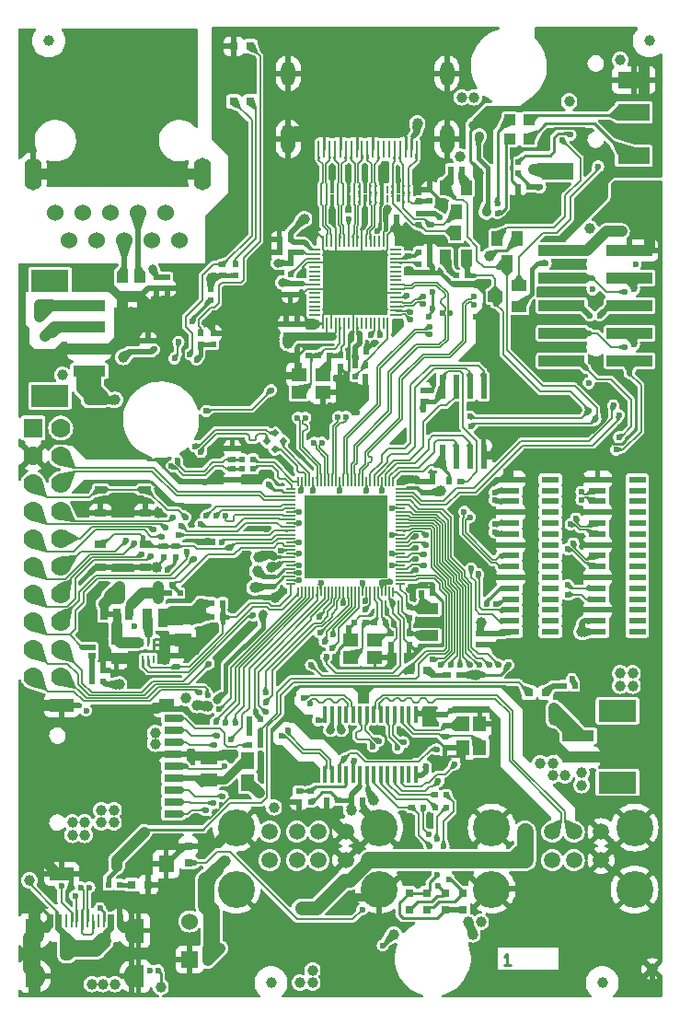
<source format=gbr>
%TF.GenerationSoftware,KiCad,Pcbnew,7.0.9-7.0.9~ubuntu22.04.1*%
%TF.CreationDate,2026-01-29T14:23:21+02:00*%
%TF.ProjectId,ESP32-P4-PC_Rev_B,45535033-322d-4503-942d-50435f526576,B*%
%TF.SameCoordinates,PX80befc0PY7459280*%
%TF.FileFunction,Copper,L1,Top*%
%TF.FilePolarity,Positive*%
%FSLAX46Y46*%
G04 Gerber Fmt 4.6, Leading zero omitted, Abs format (unit mm)*
G04 Created by KiCad (PCBNEW 7.0.9-7.0.9~ubuntu22.04.1) date 2026-01-29 14:23:21*
%MOMM*%
%LPD*%
G01*
G04 APERTURE LIST*
G04 Aperture macros list*
%AMRotRect*
0 Rectangle, with rotation*
0 The origin of the aperture is its center*
0 $1 length*
0 $2 width*
0 $3 Rotation angle, in degrees counterclockwise*
0 Add horizontal line*
21,1,$1,$2,0,0,$3*%
G04 Aperture macros list end*
%ADD10C,0.254000*%
%TA.AperFunction,NonConductor*%
%ADD11C,0.254000*%
%TD*%
%TA.AperFunction,SMDPad,CuDef*%
%ADD12R,0.300000X1.150000*%
%TD*%
%TA.AperFunction,SMDPad,CuDef*%
%ADD13R,0.250000X1.150000*%
%TD*%
%TA.AperFunction,SMDPad,CuDef*%
%ADD14R,1.100000X2.000000*%
%TD*%
%TA.AperFunction,ComponentPad*%
%ADD15O,1.300000X2.000000*%
%TD*%
%TA.AperFunction,SMDPad,CuDef*%
%ADD16R,1.100000X2.200000*%
%TD*%
%TA.AperFunction,ComponentPad*%
%ADD17O,1.200000X2.200000*%
%TD*%
%TA.AperFunction,SMDPad,CuDef*%
%ADD18R,0.550000X0.500000*%
%TD*%
%TA.AperFunction,SMDPad,CuDef*%
%ADD19R,1.000000X1.400000*%
%TD*%
%TA.AperFunction,SMDPad,CuDef*%
%ADD20C,1.000000*%
%TD*%
%TA.AperFunction,SMDPad,CuDef*%
%ADD21R,0.500000X0.550000*%
%TD*%
%TA.AperFunction,SMDPad,CuDef*%
%ADD22R,1.650000X0.600000*%
%TD*%
%TA.AperFunction,ComponentPad*%
%ADD23O,1.300000X2.300000*%
%TD*%
%TA.AperFunction,ComponentPad*%
%ADD24O,1.300000X2.700000*%
%TD*%
%TA.AperFunction,SMDPad,CuDef*%
%ADD25R,0.250000X1.600000*%
%TD*%
%TA.AperFunction,SMDPad,CuDef*%
%ADD26R,0.800000X0.800000*%
%TD*%
%TA.AperFunction,SMDPad,CuDef*%
%ADD27R,1.050000X0.650000*%
%TD*%
%TA.AperFunction,SMDPad,CuDef*%
%ADD28R,0.900000X1.800000*%
%TD*%
%TA.AperFunction,SMDPad,CuDef*%
%ADD29R,1.524000X1.270000*%
%TD*%
%TA.AperFunction,SMDPad,CuDef*%
%ADD30R,1.016000X1.016000*%
%TD*%
%TA.AperFunction,SMDPad,CuDef*%
%ADD31R,1.400000X1.200000*%
%TD*%
%TA.AperFunction,SMDPad,CuDef*%
%ADD32R,4.250000X1.000000*%
%TD*%
%TA.AperFunction,SMDPad,CuDef*%
%ADD33R,1.800000X1.000000*%
%TD*%
%TA.AperFunction,SMDPad,CuDef*%
%ADD34RotRect,0.500000X0.550000X315.000000*%
%TD*%
%TA.AperFunction,SMDPad,CuDef*%
%ADD35RotRect,0.500000X0.550000X135.000000*%
%TD*%
%TA.AperFunction,SMDPad,CuDef*%
%ADD36R,0.850000X0.175000*%
%TD*%
%TA.AperFunction,SMDPad,CuDef*%
%ADD37R,0.900000X0.175000*%
%TD*%
%TA.AperFunction,SMDPad,CuDef*%
%ADD38R,0.175000X0.850000*%
%TD*%
%TA.AperFunction,SMDPad,CuDef*%
%ADD39R,0.175000X0.900000*%
%TD*%
%TA.AperFunction,ComponentPad*%
%ADD40C,1.600000*%
%TD*%
%TA.AperFunction,ComponentPad*%
%ADD41C,2.400000*%
%TD*%
%TA.AperFunction,SMDPad,CuDef*%
%ADD42R,7.600000X7.600000*%
%TD*%
%TA.AperFunction,SMDPad,CuDef*%
%ADD43R,0.200000X0.675000*%
%TD*%
%TA.AperFunction,SMDPad,CuDef*%
%ADD44R,0.300000X0.775000*%
%TD*%
%TA.AperFunction,SMDPad,CuDef*%
%ADD45R,0.320000X1.500000*%
%TD*%
%TA.AperFunction,ComponentPad*%
%ADD46C,3.400000*%
%TD*%
%TA.AperFunction,ComponentPad*%
%ADD47C,1.500000*%
%TD*%
%TA.AperFunction,SMDPad,CuDef*%
%ADD48R,3.500000X2.000000*%
%TD*%
%TA.AperFunction,SMDPad,CuDef*%
%ADD49R,3.000000X1.000000*%
%TD*%
%TA.AperFunction,FiducialPad,Global*%
%ADD50C,1.000000*%
%TD*%
%TA.AperFunction,SMDPad,CuDef*%
%ADD51R,0.600000X2.200000*%
%TD*%
%TA.AperFunction,SMDPad,CuDef*%
%ADD52R,0.250000X0.700000*%
%TD*%
%TA.AperFunction,SMDPad,CuDef*%
%ADD53R,1.000000X0.200000*%
%TD*%
%TA.AperFunction,SMDPad,CuDef*%
%ADD54R,0.200000X1.000000*%
%TD*%
%TA.AperFunction,ComponentPad*%
%ADD55C,1.000000*%
%TD*%
%TA.AperFunction,ComponentPad*%
%ADD56C,1.800000*%
%TD*%
%TA.AperFunction,SMDPad,CuDef*%
%ADD57R,6.000000X6.000000*%
%TD*%
%TA.AperFunction,ComponentPad*%
%ADD58O,1.600000X2.999999*%
%TD*%
%TA.AperFunction,ComponentPad*%
%ADD59C,1.524000*%
%TD*%
%TA.AperFunction,SMDPad,CuDef*%
%ADD60R,1.400000X1.000000*%
%TD*%
%TA.AperFunction,SMDPad,CuDef*%
%ADD61R,1.200000X1.400000*%
%TD*%
%TA.AperFunction,SMDPad,CuDef*%
%ADD62R,1.100000X0.700000*%
%TD*%
%TA.AperFunction,SMDPad,CuDef*%
%ADD63R,1.600000X0.700000*%
%TD*%
%TA.AperFunction,SMDPad,CuDef*%
%ADD64R,1.400000X1.600000*%
%TD*%
%TA.AperFunction,SMDPad,CuDef*%
%ADD65R,2.200000X1.200000*%
%TD*%
%TA.AperFunction,SMDPad,CuDef*%
%ADD66R,1.270000X1.524000*%
%TD*%
%TA.AperFunction,SMDPad,CuDef*%
%ADD67R,3.000000X1.500000*%
%TD*%
%TA.AperFunction,ComponentPad*%
%ADD68R,1.524000X1.524000*%
%TD*%
%TA.AperFunction,ComponentPad*%
%ADD69R,1.778000X1.778000*%
%TD*%
%TA.AperFunction,ComponentPad*%
%ADD70C,1.778000*%
%TD*%
%TA.AperFunction,SMDPad,CuDef*%
%ADD71R,0.762000X1.016000*%
%TD*%
%TA.AperFunction,SMDPad,CuDef*%
%ADD72R,0.508000X0.508000*%
%TD*%
%TA.AperFunction,SMDPad,CuDef*%
%ADD73R,0.762000X0.508000*%
%TD*%
%TA.AperFunction,ComponentPad*%
%ADD74C,0.600000*%
%TD*%
%TA.AperFunction,HeatsinkPad*%
%ADD75R,1.400000X1.400000*%
%TD*%
%TA.AperFunction,ViaPad*%
%ADD76C,0.600000*%
%TD*%
%TA.AperFunction,ViaPad*%
%ADD77C,1.000000*%
%TD*%
%TA.AperFunction,ViaPad*%
%ADD78C,0.900000*%
%TD*%
%TA.AperFunction,ViaPad*%
%ADD79C,0.800000*%
%TD*%
%TA.AperFunction,Conductor*%
%ADD80C,0.254000*%
%TD*%
%TA.AperFunction,Conductor*%
%ADD81C,0.508000*%
%TD*%
%TA.AperFunction,Conductor*%
%ADD82C,0.177800*%
%TD*%
%TA.AperFunction,Conductor*%
%ADD83C,0.304800*%
%TD*%
%TA.AperFunction,Conductor*%
%ADD84C,0.203200*%
%TD*%
%TA.AperFunction,Conductor*%
%ADD85C,1.016000*%
%TD*%
%TA.AperFunction,Conductor*%
%ADD86C,0.406400*%
%TD*%
%TA.AperFunction,Conductor*%
%ADD87C,0.762000*%
%TD*%
%TA.AperFunction,Conductor*%
%ADD88C,0.127000*%
%TD*%
%TA.AperFunction,Conductor*%
%ADD89C,1.524000*%
%TD*%
%TA.AperFunction,Conductor*%
%ADD90C,1.270000*%
%TD*%
G04 APERTURE END LIST*
D10*
D11*
X45646200Y3392548D02*
X45065628Y3392548D01*
X45355914Y3392548D02*
X45355914Y4408548D01*
X45355914Y4408548D02*
X45259152Y4263405D01*
X45259152Y4263405D02*
X45162390Y4166643D01*
X45162390Y4166643D02*
X45065628Y4118262D01*
D12*
%TO.P,USB-Serial/JTAG1,B12,GND*%
%TO.N,GND*%
X3425000Y7432000D03*
%TO.P,USB-Serial/JTAG1,B9,VBUS*%
%TO.N,+5V_USB*%
X4225000Y7432000D03*
D13*
%TO.P,USB-Serial/JTAG1,B8,SBU2*%
%TO.N,unconnected-(USB-Serial/JTAG1-SBU2-PadB8)*%
X4750000Y7432000D03*
%TO.P,USB-Serial/JTAG1,B7,DN2*%
%TO.N,/USB1P1_0N*%
X5750000Y7432000D03*
%TO.P,USB-Serial/JTAG1,B6,DP2*%
%TO.N,/USB1P1_0P*%
X7250000Y7432000D03*
%TO.P,USB-Serial/JTAG1,B5,CC2*%
%TO.N,Net-(USB-Serial/JTAG1-CC2)*%
X8250000Y7432000D03*
D12*
%TO.P,USB-Serial/JTAG1,B4,VBUS*%
%TO.N,+5V_USB*%
X8775000Y7432000D03*
%TO.P,USB-Serial/JTAG1,B1,GND*%
%TO.N,GND*%
X9575000Y7432000D03*
%TO.P,USB-Serial/JTAG1,A12,GND*%
X9825000Y7432000D03*
%TO.P,USB-Serial/JTAG1,A9,VBUS*%
%TO.N,+5V_USB*%
X9025000Y7432000D03*
D13*
%TO.P,USB-Serial/JTAG1,A8,SBU1*%
%TO.N,unconnected-(USB-Serial/JTAG1-SBU1-PadA8)*%
X7750000Y7432000D03*
%TO.P,USB-Serial/JTAG1,A7,DN1*%
%TO.N,/USB1P1_0N*%
X6750000Y7432000D03*
%TO.P,USB-Serial/JTAG1,A6,DP1*%
%TO.N,/USB1P1_0P*%
X6250000Y7432000D03*
%TO.P,USB-Serial/JTAG1,A5,CC1*%
%TO.N,Net-(USB-Serial/JTAG1-CC1)*%
X5250000Y7432000D03*
D12*
%TO.P,USB-Serial/JTAG1,A4,VBUS*%
%TO.N,+5V_USB*%
X3975000Y7432000D03*
%TO.P,USB-Serial/JTAG1,A1,GND*%
%TO.N,GND*%
X3175000Y7432000D03*
D14*
%TO.P,USB-Serial/JTAG1,0,SHELL*%
X1572400Y2350000D03*
D15*
X2180000Y2350000D03*
X10820000Y2350000D03*
D14*
X11427600Y2350000D03*
D16*
X1572400Y6530000D03*
D17*
X2180000Y6530000D03*
X10820000Y6530000D03*
D16*
X11427600Y6530000D03*
%TD*%
D18*
%TO.P,C73,1*%
%TO.N,Net-(U7-XO)*%
X39625000Y25353000D03*
%TO.P,C73,2*%
%TO.N,GND*%
X39625000Y26369000D03*
%TD*%
D19*
%TO.P,FET7,1,G*%
%TO.N,+3.3V*%
X41590960Y74847440D03*
%TO.P,FET7,2,S*%
%TO.N,/GPIO7\u005CI2C_SDA*%
X39688500Y74847440D03*
%TO.P,FET7,3,D*%
%TO.N,/HSDA*%
X40643540Y72637640D03*
%TD*%
D20*
%TO.P,+5V1,1,Pad*%
%TO.N,+5V*%
X34926000Y6176000D03*
%TD*%
D21*
%TO.P,R86,1*%
%TO.N,+3.3V*%
X40641000Y66755000D03*
%TO.P,R86,2*%
%TO.N,/GPIO8\u005CI2C_SCL*%
X41657000Y66755000D03*
%TD*%
D22*
%TO.P,MIPI-CSI1,1,1*%
%TO.N,GND*%
X45675000Y48000000D03*
%TO.P,MIPI-CSI1,2,2*%
%TO.N,/CSI_DATA0N*%
X45675000Y47000000D03*
%TO.P,MIPI-CSI1,3,3*%
%TO.N,/CSI_DATA0P*%
X45675000Y46000000D03*
%TO.P,MIPI-CSI1,4,4*%
%TO.N,GND*%
X45675000Y45000000D03*
%TO.P,MIPI-CSI1,5,5*%
%TO.N,/CSI_DATA1N*%
X45675000Y44000000D03*
%TO.P,MIPI-CSI1,6,6*%
%TO.N,/CSI_DATA1P*%
X45675000Y43000000D03*
%TO.P,MIPI-CSI1,7,7*%
%TO.N,GND*%
X45675000Y42000000D03*
%TO.P,MIPI-CSI1,8,8*%
%TO.N,/CSI_CLKN*%
X45675000Y41000000D03*
%TO.P,MIPI-CSI1,9,9*%
%TO.N,/CSI_CLKP*%
X45675000Y40000000D03*
%TO.P,MIPI-CSI1,10,10*%
%TO.N,GND*%
X45675000Y39000000D03*
%TO.P,MIPI-CSI1,11,11*%
%TO.N,/CSI_IO0\u005CReset*%
X45675000Y38000000D03*
%TO.P,MIPI-CSI1,12,12*%
%TO.N,/CSI_IO1\u005CStrobe*%
X45675000Y37000000D03*
%TO.P,MIPI-CSI1,13,13*%
%TO.N,/GPIO8\u005CI2C_SCL*%
X45675000Y36000000D03*
%TO.P,MIPI-CSI1,14,14*%
%TO.N,/GPIO7\u005CI2C_SDA*%
X45675000Y35000000D03*
%TO.P,MIPI-CSI1,15,15*%
%TO.N,+3.3V*%
X45675000Y34000000D03*
%TO.P,MIPI-CSI1,16,16*%
%TO.N,unconnected-(MIPI-CSI1-Pad16)*%
X49325000Y34000000D03*
%TO.P,MIPI-CSI1,17,17*%
%TO.N,unconnected-(MIPI-CSI1-Pad17)*%
X49325000Y35000000D03*
%TO.P,MIPI-CSI1,18,18*%
%TO.N,unconnected-(MIPI-CSI1-Pad18)*%
X49325000Y36000000D03*
%TO.P,MIPI-CSI1,19,19*%
%TO.N,unconnected-(MIPI-CSI1-Pad19)*%
X49325000Y37000000D03*
%TO.P,MIPI-CSI1,20,20*%
%TO.N,unconnected-(MIPI-CSI1-Pad20)*%
X49325000Y38000000D03*
%TO.P,MIPI-CSI1,21,21*%
%TO.N,unconnected-(MIPI-CSI1-Pad21)*%
X49325000Y39000000D03*
%TO.P,MIPI-CSI1,22,22*%
%TO.N,unconnected-(MIPI-CSI1-Pad22)*%
X49325000Y40000000D03*
%TO.P,MIPI-CSI1,23,23*%
%TO.N,unconnected-(MIPI-CSI1-Pad23)*%
X49325000Y41000000D03*
%TO.P,MIPI-CSI1,24,24*%
%TO.N,unconnected-(MIPI-CSI1-Pad24)*%
X49325000Y42000000D03*
%TO.P,MIPI-CSI1,25,25*%
%TO.N,unconnected-(MIPI-CSI1-Pad25)*%
X49325000Y43000000D03*
%TO.P,MIPI-CSI1,26,26*%
%TO.N,unconnected-(MIPI-CSI1-Pad26)*%
X49325000Y44000000D03*
%TO.P,MIPI-CSI1,27,27*%
%TO.N,unconnected-(MIPI-CSI1-Pad27)*%
X49325000Y45000000D03*
%TO.P,MIPI-CSI1,28,28*%
%TO.N,unconnected-(MIPI-CSI1-Pad28)*%
X49325000Y46000000D03*
%TO.P,MIPI-CSI1,29,29*%
%TO.N,unconnected-(MIPI-CSI1-Pad29)*%
X49325000Y47000000D03*
%TO.P,MIPI-CSI1,30,30*%
%TO.N,unconnected-(MIPI-CSI1-Pad30)*%
X49325000Y48000000D03*
%TD*%
D23*
%TO.P,HDMI1,0,21*%
%TO.N,GND*%
X25200000Y85350000D03*
D24*
X25200000Y79300000D03*
D23*
X39800000Y85350000D03*
D24*
X39800000Y79300000D03*
D25*
%TO.P,HDMI1,1,1*%
%TO.N,/TX2_DP*%
X28000000Y78350000D03*
%TO.P,HDMI1,2,2*%
%TO.N,GND*%
X28500000Y78350000D03*
%TO.P,HDMI1,3,3*%
%TO.N,/TX2_DN*%
X29000000Y78350000D03*
%TO.P,HDMI1,4,4*%
%TO.N,/TX1_DP*%
X29500000Y78350000D03*
%TO.P,HDMI1,5,5*%
%TO.N,GND*%
X30000000Y78350000D03*
%TO.P,HDMI1,6,6*%
%TO.N,/TX1_DN*%
X30500000Y78350000D03*
%TO.P,HDMI1,7,7*%
%TO.N,/TX0_DP*%
X31000000Y78350000D03*
%TO.P,HDMI1,8,8*%
%TO.N,GND*%
X31500000Y78350000D03*
%TO.P,HDMI1,9,9*%
%TO.N,/TX0_DN*%
X32000000Y78350000D03*
%TO.P,HDMI1,10,10*%
%TO.N,/TX_CKP*%
X32500000Y78350000D03*
%TO.P,HDMI1,11,11*%
%TO.N,GND*%
X33000000Y78350000D03*
%TO.P,HDMI1,12,12*%
%TO.N,/TX_CKN*%
X33500000Y78350000D03*
%TO.P,HDMI1,13,13*%
%TO.N,unconnected-(HDMI1-Pad13)*%
X34000000Y78350000D03*
%TO.P,HDMI1,14,14*%
%TO.N,unconnected-(HDMI1-Pad14)*%
X34500000Y78350000D03*
%TO.P,HDMI1,15,15*%
%TO.N,/HSCL*%
X35000000Y78350000D03*
%TO.P,HDMI1,16,16*%
%TO.N,/HSDA*%
X35500000Y78350000D03*
%TO.P,HDMI1,17,17*%
%TO.N,GND*%
X36000000Y78350000D03*
%TO.P,HDMI1,18,18*%
%TO.N,/+5V_HDMI*%
X36500000Y78350000D03*
%TO.P,HDMI1,19,19*%
%TO.N,/HPD_DET*%
X37000000Y78350000D03*
%TD*%
D26*
%TO.P,USER_LED1,1,K*%
%TO.N,/GPIO2\u005CUser_Led*%
X36450000Y30433000D03*
%TO.P,USER_LED1,2,A*%
%TO.N,Net-(USER_LED1-A)*%
X37974000Y30433000D03*
%TD*%
D18*
%TO.P,C28,1*%
%TO.N,/USB1P1_0P*%
X20067000Y48975000D03*
%TO.P,C28,2*%
%TO.N,GND*%
X20067000Y47959000D03*
%TD*%
D26*
%TO.P,LED_LINK1,1,K*%
%TO.N,GND*%
X20194000Y87837000D03*
%TO.P,LED_LINK1,2,A*%
%TO.N,Net-(LED_LINK1-A)*%
X21718000Y87837000D03*
%TD*%
D18*
%TO.P,C38,1*%
%TO.N,GND*%
X37593000Y56214000D03*
%TO.P,C38,2*%
%TO.N,/ESP_LDO_VO1*%
X37593000Y55198000D03*
%TD*%
D21*
%TO.P,C114,1*%
%TO.N,GND*%
X26036000Y59389000D03*
%TO.P,C114,2*%
%TO.N,Net-(U12-XTALI)*%
X27052000Y59389000D03*
%TD*%
D27*
%TO.P,BOOT1,1*%
%TO.N,/GPIO35\u005CRMII_TXD1*%
X7925000Y42075000D03*
X12075000Y42075000D03*
%TO.P,BOOT1,2*%
%TO.N,GND*%
X7925000Y39925000D03*
X12075000Y39925000D03*
%TD*%
D21*
%TO.P,R64,1*%
%TO.N,Net-(U8-CE{slash}AD0)*%
X47372000Y74883000D03*
%TO.P,R64,2*%
%TO.N,GNDA*%
X46356000Y74883000D03*
%TD*%
D18*
%TO.P,R21,1*%
%TO.N,/3.3V_PHY*%
X18035000Y65485000D03*
%TO.P,R21,2*%
%TO.N,Net-(U2-COL{slash}RMII)*%
X18035000Y64469000D03*
%TD*%
D21*
%TO.P,R74,1*%
%TO.N,/HUB_DRV*%
X36577000Y17860000D03*
%TO.P,R74,2*%
%TO.N,Net-(ACT/SUS1-A)*%
X37593000Y17860000D03*
%TD*%
%TO.P,R94,1*%
%TO.N,Net-(PWR_SENS_E1-Pad1)*%
X7113000Y30433000D03*
%TO.P,R94,2*%
%TO.N,GND*%
X8129000Y30433000D03*
%TD*%
D26*
%TO.P,LED_HOST3,1,K*%
%TO.N,/HUB_DRV*%
X39625000Y8462000D03*
%TO.P,LED_HOST3,2,A*%
%TO.N,Net-(LED_HOST1-K)*%
X39625000Y9986000D03*
%TD*%
D21*
%TO.P,R12,1*%
%TO.N,/ESP_LDO_VO4*%
X21591000Y24718000D03*
%TO.P,R12,2*%
%TO.N,/GPIO3\u005CSD_DET*%
X22607000Y24718000D03*
%TD*%
D18*
%TO.P,C107,1*%
%TO.N,GND*%
X26036000Y62310000D03*
%TO.P,C107,2*%
%TO.N,LT8912_VCCA*%
X26036000Y61294000D03*
%TD*%
D21*
%TO.P,R26,1*%
%TO.N,/USB1P1_0N*%
X20956000Y49864000D03*
%TO.P,R26,2*%
%TO.N,/USB1P1_0-*%
X21972000Y49864000D03*
%TD*%
D28*
%TO.P,L4,1,1*%
%TO.N,Net-(U5-SW)*%
X12255000Y35259000D03*
%TO.P,L4,2,2*%
%TO.N,VDD_CORE*%
X13655000Y35259000D03*
%TD*%
D29*
%TO.P,C14,1*%
%TO.N,/SD1_VDD*%
X17908000Y20400000D03*
%TO.P,C14,2*%
%TO.N,GND*%
X17908000Y22432000D03*
%TD*%
D30*
%TO.P,C35,1*%
%TO.N,/DCDC_Vin*%
X9399000Y33354000D03*
%TO.P,C35,2*%
%TO.N,GND*%
X9399000Y31576000D03*
%TD*%
D31*
%TO.P,Q6,1,1*%
%TO.N,Net-(U12-XTALO)*%
X28406000Y57649000D03*
%TO.P,Q6,2,2*%
%TO.N,Net-(U12-XTALI)*%
X26206000Y56049000D03*
%TO.P,Q6,3,case*%
%TO.N,GND*%
X28406000Y56049000D03*
X26206000Y57649000D03*
%TD*%
D18*
%TO.P,R85,1*%
%TO.N,Net-(U12-RESET_N)*%
X31370000Y57484000D03*
%TO.P,R85,2*%
%TO.N,LT8912_VDD*%
X31370000Y58500000D03*
%TD*%
D31*
%TO.P,Q3,1,1*%
%TO.N,Net-(U1-XTAL_P)*%
X33105000Y33265000D03*
%TO.P,Q3,2,2*%
%TO.N,Net-(U1-XTAL_N)*%
X30905000Y31665000D03*
%TO.P,Q3,3,case*%
%TO.N,GND*%
X33105000Y31665000D03*
X30905000Y33265000D03*
%TD*%
D18*
%TO.P,R69,1*%
%TO.N,Net-(U7-VBUSM)*%
X27306000Y19384000D03*
%TO.P,R69,2*%
%TO.N,+5V*%
X27306000Y18368000D03*
%TD*%
D19*
%TO.P,FET8,1,G*%
%TO.N,+3.3V*%
X39691040Y68441560D03*
%TO.P,FET8,2,S*%
%TO.N,/GPIO8\u005CI2C_SCL*%
X41593500Y68441560D03*
%TO.P,FET8,3,D*%
%TO.N,/HSCL*%
X40638460Y70651360D03*
%TD*%
D21*
%TO.P,R87,1*%
%TO.N,Net-(U12-XTALO)*%
X28957000Y59389000D03*
%TO.P,R87,2*%
%TO.N,Net-(U12-XTALI)*%
X27941000Y59389000D03*
%TD*%
D18*
%TO.P,C1,1*%
%TO.N,GND*%
X36323000Y32846000D03*
%TO.P,C1,2*%
%TO.N,Net-(U1-GPIO0{slash}XTAL_32K_N)*%
X36323000Y33862000D03*
%TD*%
%TO.P,R84,1*%
%TO.N,Net-(D2-K)*%
X38228000Y72470000D03*
%TO.P,R84,2*%
%TO.N,/HSDA*%
X38228000Y71454000D03*
%TD*%
D26*
%TO.P,LED_ACT1,1,K*%
%TO.N,/LED0\u005CPHY_AD0*%
X20194000Y82757000D03*
%TO.P,LED_ACT1,2,A*%
%TO.N,Net-(LED_ACT1-A)*%
X21718000Y82757000D03*
%TD*%
D21*
%TO.P,R48,1*%
%TO.N,/ESP_LDO_VO1*%
X41022000Y47832000D03*
%TO.P,R48,2*%
%TO.N,/FLASH_CS*%
X40006000Y47832000D03*
%TD*%
D18*
%TO.P,C72,1*%
%TO.N,Net-(U7-XI)*%
X39625000Y24337000D03*
%TO.P,C72,2*%
%TO.N,GND*%
X39625000Y23321000D03*
%TD*%
D32*
%TO.P,UEXT1,1,1*%
%TO.N,+3.3V*%
X50375000Y69080000D03*
%TO.P,UEXT1,2,2*%
%TO.N,GND*%
X56625000Y69080000D03*
%TO.P,UEXT1,3,3*%
%TO.N,/UART0_TX*%
X50375000Y66540000D03*
%TO.P,UEXT1,4,4*%
%TO.N,/UART0_RX*%
X56625000Y66540000D03*
%TO.P,UEXT1,5,5*%
%TO.N,/GPIO23{slash}I2C_SCL2*%
X50375000Y64000000D03*
%TO.P,UEXT1,6,6*%
%TO.N,/GPIO22{slash}I2C_SDA2*%
X56625000Y64000000D03*
%TO.P,UEXT1,7,7*%
%TO.N,/GPIO54\u005CSPI_RX(MISO)*%
X50375000Y61460000D03*
%TO.P,UEXT1,8,8*%
%TO.N,/GPIO53\u005CSPI_TX(MOSI)*%
X56625000Y61460000D03*
%TO.P,UEXT1,9,9*%
%TO.N,/GPIO4\u005CSPI_SCK(CLK)*%
X50375000Y58920000D03*
%TO.P,UEXT1,10,10*%
%TO.N,/GPIO5\u005CSPI_CSn(CS#)*%
X56625000Y58920000D03*
%TD*%
D33*
%TO.P,Q1,1,1*%
%TO.N,Net-(U1-GPIO0{slash}XTAL_32K_N)*%
X38101000Y33628000D03*
%TO.P,Q1,2,2*%
%TO.N,Net-(U1-GPIO1{slash}XTAL_32K_P)*%
X38101000Y36128000D03*
%TD*%
D21*
%TO.P,C106,1*%
%TO.N,GND*%
X32386000Y59770000D03*
%TO.P,C106,2*%
%TO.N,LT8912_VDD*%
X31370000Y59770000D03*
%TD*%
D34*
%TO.P,R15,1*%
%TO.N,/USB_D+*%
X23982210Y50774790D03*
D35*
%TO.P,R15,2*%
%TO.N,/USB_DP*%
X23263790Y51493210D03*
%TD*%
D18*
%TO.P,C113,1*%
%TO.N,GND*%
X29973000Y58373000D03*
%TO.P,C113,2*%
%TO.N,Net-(U12-XTALO)*%
X29973000Y59389000D03*
%TD*%
D26*
%TO.P,LED_HOST4,1,K*%
%TO.N,/HUB_DRV*%
X41276000Y8462000D03*
%TO.P,LED_HOST4,2,A*%
%TO.N,Net-(LED_HOST2-K)*%
X41276000Y9986000D03*
%TD*%
D36*
%TO.P,U1,1,GPIO1/XTAL_32K_P*%
%TO.N,Net-(U1-GPIO1{slash}XTAL_32K_P)*%
X35556000Y38377000D03*
D37*
%TO.P,U1,2,GPIO2/TOUCH_0/MTCK*%
%TO.N,/GPIO2\u005CUser_Led*%
X35531000Y38727000D03*
%TO.P,U1,3,GPIO3/TOUCH_1/MTDI*%
%TO.N,/GPIO3\u005CSD_DET*%
X35531000Y39077000D03*
%TO.P,U1,4,GPIO4/TOUCH_2/MTMS*%
%TO.N,/GPIO4\u005CSPI_SCK(CLK)*%
X35531000Y39427000D03*
%TO.P,U1,5,GPIO5/TOUCH_3/MTDO*%
%TO.N,/GPIO5\u005CSPI_CSn(CS#)*%
X35531000Y39777000D03*
%TO.P,U1,6,GPIO6/TOUCH_4/GPSPI_SPI2_HOLD*%
%TO.N,/GPIO6\u005CCODEC_PWR_DIS#*%
X35531000Y40127000D03*
%TO.P,U1,7,GPIO7/TOUCH_5/GPSPI_SPI2_CS*%
%TO.N,/GPIO7\u005CI2C_SDA*%
X35531000Y40477000D03*
%TO.P,U1,8,GPIO8/TOUCH_6/GPSPI_SPI2_D/UART0_RTS*%
%TO.N,/GPIO8\u005CI2C_SCL*%
X35531000Y40827000D03*
%TO.P,U1,9,VDDPST_1*%
%TO.N,+3.3V*%
X35531000Y41177000D03*
%TO.P,U1,10,GPIO9/TOUCH_7/GPSPI_SPI2_CK/UART0_CTS*%
%TO.N,/GPIO9\u005CI2S_DSDIN*%
X35531000Y41527000D03*
%TO.P,U1,11,GPIO10/TOUCH_8/GPSPI_SPI2_Q/UART1_TXD*%
%TO.N,/GPIO10\u005CI2S_LRCK*%
X35531000Y41877000D03*
%TO.P,U1,12,GPIO11/TOUCH_9/GPSPI_SPI2_WP/UART1_RTD*%
%TO.N,/GPIO11\u005CI2S_ASDOUT*%
X35531000Y42227000D03*
%TO.P,U1,13,GPIO12/TOUCH_10/UART1_RTS*%
%TO.N,/GPIO12\u005CI2S_SCLK*%
X35531000Y42577000D03*
%TO.P,U1,14,GPIO13/TOUCH_11/UART0_CTS*%
%TO.N,/GPIO13\u005CI2S_MCLK*%
X35531000Y42927000D03*
%TO.P,U1,15,GPIO14/TOUCH_12/LP_UART_TXD*%
%TO.N,/GPIO14*%
X35531000Y43277000D03*
%TO.P,U1,16,GPIO15/TOUCH_13/LP_UART_RXD*%
%TO.N,/GPIO15*%
X35531000Y43627000D03*
%TO.P,U1,17,GPIO16/ADC0*%
%TO.N,/GPIO16*%
X35531000Y43977000D03*
%TO.P,U1,18,GPIO17/ADC1*%
%TO.N,/GPIO17*%
X35531000Y44327000D03*
%TO.P,U1,19,GPIO18/ADC2*%
%TO.N,/GPIO18*%
X35531000Y44677000D03*
%TO.P,U1,20,GPIO19/ADC3*%
%TO.N,/GPIO19*%
X35531000Y45027000D03*
%TO.P,U1,21,VDDPST_2*%
%TO.N,+3.3V*%
X35531000Y45377000D03*
%TO.P,U1,22,GPIO20/ADC4*%
%TO.N,/GPIO20{slash}BAT_SENSE*%
X35531000Y45727000D03*
%TO.P,U1,23,GPIO21/ADC5*%
%TO.N,/GPIO21{slash}HUB_RST#*%
X35531000Y46077000D03*
%TO.P,U1,24,GPIO22/ADC6/DBG_PSRAM_CK*%
%TO.N,/GPIO22{slash}I2C_SDA2*%
X35531000Y46427000D03*
%TO.P,U1,25,GPIO23/ADC7/50MHz_ref_clk_out/DBG_PSRAM_CS*%
%TO.N,/GPIO23{slash}I2C_SCL2*%
X35531000Y46777000D03*
D36*
%TO.P,U1,26,VDD_HP_0*%
%TO.N,VDD_CORE*%
X35556000Y47127000D03*
D38*
%TO.P,U1,27,FLASH_CS*%
%TO.N,/FLASH_CS*%
X34856000Y47827000D03*
D39*
%TO.P,U1,28,FLASH_Q*%
%TO.N,/FLASH_Q*%
X34506000Y47802000D03*
%TO.P,U1,29,FLASH_WP*%
%TO.N,/FLASH_WP*%
X34156000Y47802000D03*
%TO.P,U1,30,VDDPST_3*%
%TO.N,/ESP_LDO_VO1*%
X33806000Y47802000D03*
%TO.P,U1,31,FLASH_HOLD*%
%TO.N,/FLASH_HOLD*%
X33456000Y47802000D03*
%TO.P,U1,32,FLASH_CK*%
%TO.N,/FLASH_CK*%
X33106000Y47802000D03*
%TO.P,U1,33,FLASH_D*%
%TO.N,/FLASH_D*%
X32756000Y47802000D03*
%TO.P,U1,34,DSI_REXT*%
%TO.N,Net-(U1-DSI_REXT)*%
X32406000Y47802000D03*
%TO.P,U1,35,DSI_DATAP1*%
%TO.N,/DSI_DATA1P*%
X32056000Y47802000D03*
%TO.P,U1,36,DSI_DATAN1*%
%TO.N,/DSI_DATA1N*%
X31706000Y47802000D03*
%TO.P,U1,37,DSI_CLKN*%
%TO.N,/DSI_CLKN*%
X31356000Y47802000D03*
%TO.P,U1,38,DSI_CLKP*%
%TO.N,/DSI_CLKP*%
X31006000Y47802000D03*
%TO.P,U1,39,DSI_DATAP0*%
%TO.N,/DSI_DATA0P*%
X30656000Y47802000D03*
%TO.P,U1,40,DSI_DATAN0*%
%TO.N,/DSI_DATA0N*%
X30306000Y47802000D03*
%TO.P,U1,41,VDD_MIPI_DPHY*%
%TO.N,+2.5V*%
X29956000Y47802000D03*
%TO.P,U1,42,CSI_DATAN0*%
%TO.N,/CSI_DATA0N*%
X29606000Y47802000D03*
%TO.P,U1,43,CSI_DATAP0*%
%TO.N,/CSI_DATA0P*%
X29256000Y47802000D03*
%TO.P,U1,44,CSI_CLKP*%
%TO.N,/CSI_CLKP*%
X28906000Y47802000D03*
%TO.P,U1,45,CSI_CLKN*%
%TO.N,/CSI_CLKN*%
X28556000Y47802000D03*
%TO.P,U1,46,CSI_DATAN1*%
%TO.N,/CSI_DATA1N*%
X28206000Y47802000D03*
%TO.P,U1,47,CSI_DATAP1*%
%TO.N,/CSI_DATA1P*%
X27856000Y47802000D03*
%TO.P,U1,48,CSI_REXT*%
%TO.N,Net-(U1-CSI_REXT)*%
X27506000Y47802000D03*
%TO.P,U1,49,DM*%
%TO.N,/USB_D-*%
X27156000Y47802000D03*
%TO.P,U1,50,DP*%
%TO.N,/USB_D+*%
X26806000Y47802000D03*
%TO.P,U1,51,VCCA*%
%TO.N,+3.3V*%
X26456000Y47802000D03*
D38*
%TO.P,U1,52,GPIO24/USB1P1_N0*%
%TO.N,/USB1P1_0-*%
X26106000Y47827000D03*
D36*
%TO.P,U1,53,GPIO25/USB1P1_P0*%
%TO.N,/USB1P1_0+*%
X25406000Y47127000D03*
D37*
%TO.P,U1,54,NC(VDD_HP_1)*%
%TO.N,Net-(U1-NC(VDD_HP_1))*%
X25431000Y46777000D03*
%TO.P,U1,55,GPIO26/USB1P1_N1*%
%TO.N,/GPIO26{slash}USB1P1_1N*%
X25431000Y46427000D03*
%TO.P,U1,56,GPIO27/USB1P1_P1*%
%TO.N,/GPIO27{slash}USB1P1_1P*%
X25431000Y46077000D03*
%TO.P,U1,57,GPIO28/GPSPI_SPI2_CS/EMAC_PHY_RXDV/DBG_PSRAM_D*%
%TO.N,/RMII_RXDV*%
X25431000Y45727000D03*
%TO.P,U1,58,GPIO29/GPSPI_SPI2_D/EMAC_PHY_RXD0/DBG_PSRAM_Q*%
%TO.N,/RMII_RXD0*%
X25431000Y45377000D03*
%TO.P,U1,59,VDDPST*%
%TO.N,+1V8*%
X25431000Y45027000D03*
%TO.P,U1,60,GPIO30/GPSPI_SPI2_CK/EMAC_PHY_RXD1/DBG_PSRAM_WP*%
%TO.N,/RMII_RXD1*%
X25431000Y44677000D03*
%TO.P,U1,61,GPIO31/GPSPI_SPI2_Q/EMAC_PHY_RXER/DBG_PSRAM_HOLD*%
%TO.N,/MDC*%
X25431000Y44327000D03*
%TO.P,U1,62,VDDPST_4*%
%TO.N,+3.3V*%
X25431000Y43977000D03*
%TO.P,U1,63,GPIO32/I3CMST_SCL/GPSPI_SPI2_HOLD/EMAC_RMII_CLK/DBG_PSRAM_DQ4*%
%TO.N,/GPIO32{slash}EXT_PWR_SEN*%
X25431000Y43627000D03*
%TO.P,U1,64,GPIO33/I3CMST_SDA/GPSPI_SPI2_WP/EMAC_PHY_TXEN/DBG_PSRAM_DQ5*%
%TO.N,/GPIO33*%
X25431000Y43277000D03*
%TO.P,U1,65,GPIO34/GPSPI_SPI2_IO4/EMAC_PHY_TXD0/DBG_PSRAM_DQ6*%
%TO.N,/GPIO34\u005CRMII_TXD0*%
X25431000Y42927000D03*
%TO.P,U1,66,GPIO35/GPSPI_SPI2_IO5/EMAC_PHY_TXD1/DBG_PSRAM_DQ7*%
%TO.N,/GPIO35\u005CRMII_TXD1*%
X25431000Y42577000D03*
%TO.P,U1,67,VDDPST*%
%TO.N,+1V8*%
X25431000Y42227000D03*
%TO.P,U1,68,GPIO36/GPSPI_SPI2_IO6/EMAC_PHY_TXER/DBG_PSRAM_DQS0*%
%TO.N,/GPIO36*%
X25431000Y41877000D03*
%TO.P,U1,69,GPIO37/UART0_TXD/GPSPI_SPI2_IO7*%
%TO.N,/UART0_TX*%
X25431000Y41527000D03*
%TO.P,U1,70,GPIO38/UART0_RXD/GPSPI_SPI2_DQS*%
%TO.N,/UART0_RX*%
X25431000Y41177000D03*
%TO.P,U1,71,VFB1/VO1*%
%TO.N,/ESP_LDO_VO1*%
X25431000Y40827000D03*
%TO.P,U1,72,VFB2/VO2*%
%TO.N,+1V8*%
X25431000Y40477000D03*
%TO.P,U1,73,VFB3/VO3*%
%TO.N,+2.5V*%
X25431000Y40127000D03*
%TO.P,U1,74,VFB4/VO4*%
%TO.N,/ESP_LDO_VO4*%
X25431000Y39777000D03*
%TO.P,U1,75,VDDPST_LDO*%
%TO.N,+3.3V*%
X25431000Y39427000D03*
%TO.P,U1,76,VDD_HP_2*%
%TO.N,VDD_CORE*%
X25431000Y39077000D03*
%TO.P,U1,77,VDDPST_DCDC*%
%TO.N,+3.3V*%
X25431000Y38727000D03*
D36*
%TO.P,U1,78,FB_DCDC*%
%TO.N,/FB_DCDC*%
X25406000Y38377000D03*
D38*
%TO.P,U1,79,EN_DCDC*%
%TO.N,/EN_DCDC*%
X26106000Y37677000D03*
D39*
%TO.P,U1,80,GPIO39/SD1_CDATA0/reference_clock_of_50MHz_output/DBG_PSRAM_DQ8*%
%TO.N,/SD1_D0*%
X26456000Y37702000D03*
%TO.P,U1,81,GPIO40/SD1_CDATA1/EMAC_PHY_TXEN/DBG_PSRAM_DQ8*%
%TO.N,/SD1_D1*%
X26806000Y37702000D03*
%TO.P,U1,82,GPIO41/SD1_CDATA2/EMAC_PHY_TXD0/DBG_PSRAM_DQ9*%
%TO.N,/SD1_D2*%
X27156000Y37702000D03*
%TO.P,U1,83,GPIO42/SD1_CDATA3/EMAC_PHY_TXD1/DBG_PSRAM_DQ10*%
%TO.N,/SD1_D3*%
X27506000Y37702000D03*
%TO.P,U1,84,GPIO43/SD1_CLK/EMAC_PHY_TXER/DBG_PSRAM_DQ11*%
%TO.N,/SD1_CLK*%
X27856000Y37702000D03*
%TO.P,U1,85,VDDPST_5*%
%TO.N,/ESP_LDO_VO4*%
X28206000Y37702000D03*
%TO.P,U1,86,GPIO44/SD1_CMD/EMAC_RMII_CLK/DBG_PSRAM_DQ13*%
%TO.N,/SD1_CMD*%
X28556000Y37702000D03*
%TO.P,U1,87,GPIO45/SD1_DATA4/EMAC_PHY_RXDV/DBG_PSRAM_DQ14*%
%TO.N,/SD1_PWR_EN*%
X28906000Y37702000D03*
%TO.P,U1,88,GPIO46/SD1_DATA5/EMAC_PHY_RXD0/DBG_PSRAM_DQ15*%
%TO.N,/GPIO46*%
X29256000Y37702000D03*
%TO.P,U1,89,GPIO47/SD1_DATA6/EMAC_PHY_RXD1/DBG_PSRAM_DQS1*%
%TO.N,/GPIO47*%
X29606000Y37702000D03*
%TO.P,U1,90,GPIO48/SD1_DATA7/EMAC_PHY_RXER*%
%TO.N,/GPIO48*%
X29956000Y37702000D03*
%TO.P,U1,91,VDD_HP_3*%
%TO.N,VDD_CORE*%
X30306000Y37702000D03*
%TO.P,U1,92,GPIO49/ADC8/EMAC_PHY_TXEN/DBG_FLASH_CS*%
%TO.N,/RMII_TXEN*%
X30656000Y37702000D03*
%TO.P,U1,93,GPIO50/ADC9/EMAC_RMII_CLK/DBG_FLASH_Q*%
%TO.N,/RMII_CLK*%
X31006000Y37702000D03*
%TO.P,U1,94,GPIO51/ADC10/EMAC_PHY_RXDV/DBG_FLASH_WP*%
%TO.N,/PHY_RSTN*%
X31356000Y37702000D03*
%TO.P,U1,95,GPIO52/ADC11/EMAC_PHY_RXD0/DBG_FLASH_HOLD*%
%TO.N,/MDIO*%
X31706000Y37702000D03*
%TO.P,U1,96,VDDPST_6*%
%TO.N,+3.3V*%
X32056000Y37702000D03*
%TO.P,U1,97,GPIO53/ADC12/EMAC_PHY_RXD1/DBG_FLASH_CK*%
%TO.N,/GPIO53\u005CSPI_TX(MOSI)*%
X32406000Y37702000D03*
%TO.P,U1,98,GPIO54/ADC13/EMAC_PHY_RXER/DBG_FLASH_D*%
%TO.N,/GPIO54\u005CSPI_RX(MISO)*%
X32756000Y37702000D03*
%TO.P,U1,99,XTAL_N*%
%TO.N,Net-(U1-XTAL_N)*%
X33106000Y37702000D03*
%TO.P,U1,100,XTAL_P*%
%TO.N,Net-(U1-XTAL_P)*%
X33456000Y37702000D03*
%TO.P,U1,101,VDDA*%
%TO.N,+3.3V*%
X33806000Y37702000D03*
%TO.P,U1,102,VBAT*%
X34156000Y37702000D03*
%TO.P,U1,103,CHIP_PU*%
%TO.N,/ESP_EN*%
X34506000Y37702000D03*
D38*
%TO.P,U1,104,GPIO0/XTAL_32K_N*%
%TO.N,Net-(U1-GPIO0{slash}XTAL_32K_N)*%
X34856000Y37677000D03*
D40*
%TO.P,U1,105,GND*%
%TO.N,GND*%
X30481000Y39752000D03*
X27481000Y42752000D03*
D41*
X30481000Y42752000D03*
D42*
X30481000Y42752000D03*
D40*
X33481000Y42752000D03*
X30481000Y45752000D03*
%TD*%
D21*
%TO.P,R46,1*%
%TO.N,/FB_DCDC*%
X19178000Y35386000D03*
%TO.P,R46,2*%
%TO.N,VDD_CORE*%
X18162000Y35386000D03*
%TD*%
D26*
%TO.P,LED_HOST2,1,K*%
%TO.N,Net-(LED_HOST2-K)*%
X37974000Y8462000D03*
%TO.P,LED_HOST2,2,A*%
%TO.N,/HUB_DRV*%
X37974000Y9986000D03*
%TD*%
D20*
%TO.P,DC_VIN1,1,Pad*%
%TO.N,/DCDC_VIN*%
X42165000Y6176000D03*
%TD*%
D43*
%TO.P,U9,1,IN1*%
%TO.N,/TX2_DP*%
X28248000Y73810500D03*
%TO.P,U9,2,IN2*%
%TO.N,/TX2_DN*%
X28748000Y73810500D03*
D44*
%TO.P,U9,3,GND*%
%TO.N,GND*%
X29248000Y73860500D03*
D43*
%TO.P,U9,4,IN3*%
%TO.N,/TX1_DP*%
X29748000Y73810500D03*
%TO.P,U9,5,IN4*%
%TO.N,/TX1_DN*%
X30248000Y73810500D03*
%TO.P,U9,6,OUT4*%
X30248000Y74685500D03*
%TO.P,U9,7,OUT3*%
%TO.N,/TX1_DP*%
X29748000Y74685500D03*
D44*
%TO.P,U9,8,GND*%
%TO.N,GND*%
X29248000Y74635500D03*
D43*
%TO.P,U9,9,OUT2*%
%TO.N,/TX2_DN*%
X28748000Y74685500D03*
%TO.P,U9,10,OUT1*%
%TO.N,/TX2_DP*%
X28248000Y74685500D03*
%TD*%
D18*
%TO.P,C29,1*%
%TO.N,+3.3V*%
X43562000Y33862000D03*
%TO.P,C29,2*%
%TO.N,GND*%
X43562000Y32846000D03*
%TD*%
D30*
%TO.P,C16,1*%
%TO.N,GND*%
X9907000Y64850000D03*
%TO.P,C16,2*%
%TO.N,Net-(LAN1-RCT)*%
X9907000Y66628000D03*
%TD*%
D22*
%TO.P,MIPI-DSI1,1,1*%
%TO.N,GND*%
X53675000Y48000000D03*
%TO.P,MIPI-DSI1,2,2*%
%TO.N,/DSI_DATA1N*%
X53675000Y47000000D03*
%TO.P,MIPI-DSI1,3,3*%
%TO.N,/DSI_DATA1P*%
X53675000Y46000000D03*
%TO.P,MIPI-DSI1,4,4*%
%TO.N,GND*%
X53675000Y45000000D03*
%TO.P,MIPI-DSI1,5,5*%
%TO.N,/DSI_CLKN*%
X53675000Y44000000D03*
%TO.P,MIPI-DSI1,6,6*%
%TO.N,/DSI_CLKP*%
X53675000Y43000000D03*
%TO.P,MIPI-DSI1,7,7*%
%TO.N,GND*%
X53675000Y42000000D03*
%TO.P,MIPI-DSI1,8,8*%
%TO.N,/DSI_DATA0N*%
X53675000Y41000000D03*
%TO.P,MIPI-DSI1,9,9*%
%TO.N,/DSI_DATA0P*%
X53675000Y40000000D03*
%TO.P,MIPI-DSI1,10,10*%
%TO.N,GND*%
X53675000Y39000000D03*
%TO.P,MIPI-DSI1,11,11*%
%TO.N,/GPIO8\u005CI2C_SCL*%
X53675000Y38000000D03*
%TO.P,MIPI-DSI1,12,12*%
%TO.N,/GPIO7\u005CI2C_SDA*%
X53675000Y37000000D03*
%TO.P,MIPI-DSI1,13,13*%
%TO.N,GND*%
X53675000Y36000000D03*
%TO.P,MIPI-DSI1,14,14*%
%TO.N,+3.3V*%
X53675000Y35000000D03*
%TO.P,MIPI-DSI1,15,15*%
X53675000Y34000000D03*
%TO.P,MIPI-DSI1,16,16*%
%TO.N,unconnected-(MIPI-DSI1-Pad16)*%
X57325000Y34000000D03*
%TO.P,MIPI-DSI1,17,17*%
%TO.N,unconnected-(MIPI-DSI1-Pad17)*%
X57325000Y35000000D03*
%TO.P,MIPI-DSI1,18,18*%
%TO.N,unconnected-(MIPI-DSI1-Pad18)*%
X57325000Y36000000D03*
%TO.P,MIPI-DSI1,19,19*%
%TO.N,unconnected-(MIPI-DSI1-Pad19)*%
X57325000Y37000000D03*
%TO.P,MIPI-DSI1,20,20*%
%TO.N,unconnected-(MIPI-DSI1-Pad20)*%
X57325000Y38000000D03*
%TO.P,MIPI-DSI1,21,21*%
%TO.N,unconnected-(MIPI-DSI1-Pad21)*%
X57325000Y39000000D03*
%TO.P,MIPI-DSI1,22,22*%
%TO.N,unconnected-(MIPI-DSI1-Pad22)*%
X57325000Y40000000D03*
%TO.P,MIPI-DSI1,23,23*%
%TO.N,unconnected-(MIPI-DSI1-Pad23)*%
X57325000Y41000000D03*
%TO.P,MIPI-DSI1,24,24*%
%TO.N,unconnected-(MIPI-DSI1-Pad24)*%
X57325000Y42000000D03*
%TO.P,MIPI-DSI1,25,25*%
%TO.N,unconnected-(MIPI-DSI1-Pad25)*%
X57325000Y43000000D03*
%TO.P,MIPI-DSI1,26,26*%
%TO.N,unconnected-(MIPI-DSI1-Pad26)*%
X57325000Y44000000D03*
%TO.P,MIPI-DSI1,27,27*%
%TO.N,unconnected-(MIPI-DSI1-Pad27)*%
X57325000Y45000000D03*
%TO.P,MIPI-DSI1,28,28*%
%TO.N,unconnected-(MIPI-DSI1-Pad28)*%
X57325000Y46000000D03*
%TO.P,MIPI-DSI1,29,29*%
%TO.N,unconnected-(MIPI-DSI1-Pad29)*%
X57325000Y47000000D03*
%TO.P,MIPI-DSI1,30,30*%
%TO.N,unconnected-(MIPI-DSI1-Pad30)*%
X57325000Y48000000D03*
%TD*%
D45*
%TO.P,U7,1,GND*%
%TO.N,GND*%
X36927000Y26408000D03*
%TO.P,U7,2,XO*%
%TO.N,Net-(U7-XO)*%
X36287000Y26408000D03*
%TO.P,U7,3,XI*%
%TO.N,Net-(U7-XI)*%
X35647000Y26408000D03*
%TO.P,U7,4,DM4*%
%TO.N,/USB_D4-*%
X35007000Y26408000D03*
%TO.P,U7,5,DP4*%
%TO.N,/USB_D4+*%
X34367000Y26408000D03*
%TO.P,U7,6,DM3*%
%TO.N,/USB_D3-*%
X33727000Y26408000D03*
%TO.P,U7,7,DP3*%
%TO.N,/USB_D3+*%
X33087000Y26408000D03*
%TO.P,U7,8,DM2*%
%TO.N,/USB_D2-*%
X32447000Y26408000D03*
%TO.P,U7,9,DP2*%
%TO.N,/USB_D2+*%
X31807000Y26408000D03*
%TO.P,U7,10,DM1*%
%TO.N,/USB_D1-*%
X31167000Y26408000D03*
%TO.P,U7,11,DP1*%
%TO.N,/USB_D1+*%
X30527000Y26408000D03*
%TO.P,U7,12,VD18_O*%
%TO.N,/VD18_O*%
X29887000Y26408000D03*
%TO.P,U7,13,VD33*%
%TO.N,/VD33_O*%
X29247000Y26408000D03*
%TO.P,U7,14,REXT*%
%TO.N,Net-(U7-REXT)*%
X28607000Y26408000D03*
%TO.P,U7,15,DMU*%
%TO.N,/USB_DN*%
X28607000Y20908000D03*
%TO.P,U7,16,DPU*%
%TO.N,/USB_DP*%
X29247000Y20908000D03*
%TO.P,U7,17,XRSTJ*%
%TO.N,/GPIO21{slash}HUB_RST#*%
X29887000Y20908000D03*
%TO.P,U7,18,VBUSM*%
%TO.N,Net-(U7-VBUSM)*%
X30527000Y20908000D03*
%TO.P,U7,19,BUSJ*%
%TO.N,Net-(U7-BUSJ)*%
X31167000Y20908000D03*
%TO.P,U7,20,V5*%
%TO.N,+5V*%
X31807000Y20908000D03*
%TO.P,U7,21,VD33_O*%
%TO.N,/VD33_O*%
X32447000Y20908000D03*
%TO.P,U7,22,DRV*%
%TO.N,/HUB_DRV*%
X33087000Y20908000D03*
%TO.P,U7,23,LED1/SCL*%
%TO.N,/HUB_LED1*%
X33727000Y20908000D03*
%TO.P,U7,24,LED2*%
%TO.N,/HUB_LED2*%
X34367000Y20908000D03*
%TO.P,U7,25,PWRJ*%
%TO.N,/PWREN#*%
X35007000Y20908000D03*
%TO.P,U7,26,OVCJ*%
%TO.N,/OVCUR#*%
X35647000Y20908000D03*
%TO.P,U7,27,TESTJ/SDA*%
%TO.N,unconnected-(U7-TESTJ{slash}SDA-Pad27)*%
X36287000Y20908000D03*
%TO.P,U7,28,VD18*%
%TO.N,/VD18_O*%
X36927000Y20908000D03*
%TD*%
D18*
%TO.P,R63,1*%
%TO.N,Net-(U8-CE{slash}AD0)*%
X46356000Y76153000D03*
%TO.P,R63,2*%
%TO.N,+3.3VA*%
X46356000Y77169000D03*
%TD*%
D21*
%TO.P,R73,1*%
%TO.N,/HUB_LED2*%
X38736000Y19003000D03*
%TO.P,R73,2*%
%TO.N,Net-(LED_HOST2-K)*%
X39752000Y19003000D03*
%TD*%
D18*
%TO.P,R88,1*%
%TO.N,Net-(D2-K)*%
X37212000Y72470000D03*
%TO.P,R88,2*%
%TO.N,/HSCL*%
X37212000Y71454000D03*
%TD*%
%TO.P,R8,1*%
%TO.N,Net-(LED_ACT1-A)*%
X20321000Y67771000D03*
%TO.P,R8,2*%
%TO.N,/3.3V_PHY*%
X20321000Y66755000D03*
%TD*%
%TO.P,R47,1*%
%TO.N,/FB_DCDC*%
X14860000Y30814000D03*
%TO.P,R47,2*%
%TO.N,GND*%
X14860000Y31830000D03*
%TD*%
D46*
%TO.P,USB_HOST3-4,0*%
%TO.N,GND*%
X43930000Y16000000D03*
X43930000Y10300000D03*
X57070000Y16000000D03*
X57070000Y10300000D03*
D47*
%TO.P,USB_HOST3-4,1.1*%
%TO.N,/+5V_USB_HOST*%
X47000000Y15620000D03*
%TO.P,USB_HOST3-4,1.2*%
%TO.N,/USB_D3-*%
X49500000Y15620000D03*
%TO.P,USB_HOST3-4,1.3*%
%TO.N,/USB_D3+*%
X51500000Y15620000D03*
%TO.P,USB_HOST3-4,1.4*%
%TO.N,GND*%
X54000000Y15620000D03*
%TO.P,USB_HOST3-4,2.1*%
%TO.N,/+5V_USB_HOST*%
X47000000Y13000000D03*
%TO.P,USB_HOST3-4,2.2*%
%TO.N,/USB_D4-*%
X49500000Y13000000D03*
%TO.P,USB_HOST3-4,2.3*%
%TO.N,/USB_D4+*%
X51500000Y13000000D03*
%TO.P,USB_HOST3-4,2.4*%
%TO.N,GND*%
X54000000Y13000000D03*
%TD*%
D48*
%TO.P,BAT1,0*%
%TO.N,N/C*%
X55509000Y20148000D03*
X55509000Y26748000D03*
D49*
%TO.P,BAT1,1*%
%TO.N,VBAT*%
X51884000Y24448000D03*
%TO.P,BAT1,2*%
%TO.N,GND*%
X51884000Y22448000D03*
%TD*%
D43*
%TO.P,U10,1,IN1*%
%TO.N,/TX0_DP*%
X31259000Y73810500D03*
%TO.P,U10,2,IN2*%
%TO.N,/TX0_DN*%
X31759000Y73810500D03*
D44*
%TO.P,U10,3,GND*%
%TO.N,GND*%
X32259000Y73860500D03*
D43*
%TO.P,U10,4,IN3*%
%TO.N,/TX_CKP*%
X32759000Y73810500D03*
%TO.P,U10,5,IN4*%
%TO.N,/TX_CKN*%
X33259000Y73810500D03*
%TO.P,U10,6,OUT4*%
X33259000Y74685500D03*
%TO.P,U10,7,OUT3*%
%TO.N,/TX_CKP*%
X32759000Y74685500D03*
D44*
%TO.P,U10,8,GND*%
%TO.N,GND*%
X32259000Y74635500D03*
D43*
%TO.P,U10,9,OUT2*%
%TO.N,/TX0_DN*%
X31759000Y74685500D03*
%TO.P,U10,10,OUT1*%
%TO.N,/TX0_DP*%
X31259000Y74685500D03*
%TD*%
D21*
%TO.P,R76,1*%
%TO.N,GND*%
X38228000Y67771000D03*
%TO.P,R76,2*%
%TO.N,Net-(U12-R6K)*%
X37212000Y67771000D03*
%TD*%
D18*
%TO.P,C105,1*%
%TO.N,GND*%
X32259000Y57484000D03*
%TO.P,C105,2*%
%TO.N,Net-(U12-RESET_N)*%
X32259000Y58500000D03*
%TD*%
D21*
%TO.P,C95,1*%
%TO.N,LT8912_VDD*%
X34164000Y72089000D03*
%TO.P,C95,2*%
%TO.N,GND*%
X35180000Y72089000D03*
%TD*%
D18*
%TO.P,C30,1*%
%TO.N,+3.3V*%
X42673000Y33862000D03*
%TO.P,C30,2*%
%TO.N,GND*%
X42673000Y32846000D03*
%TD*%
%TO.P,C21,1*%
%TO.N,/3.3V_PHY*%
X12320000Y59770000D03*
%TO.P,C21,2*%
%TO.N,GND*%
X12320000Y60786000D03*
%TD*%
D50*
%TO.P,FID2,Fid1,FID\u002A*%
%TO.N,unconnected-(FID2-FID\u002A-PadFid1)*%
X3176000Y88345000D03*
%TD*%
D51*
%TO.P,U3,1,#CS*%
%TO.N,/FLASH_CS*%
X39371000Y50058000D03*
%TO.P,U3,2,DO(IO1)*%
%TO.N,/FLASH_Q*%
X40641000Y50058000D03*
%TO.P,U3,3,#WP(IO2)*%
%TO.N,/FLASH_WP*%
X41911000Y50058000D03*
%TO.P,U3,4,GND*%
%TO.N,GND*%
X43181000Y50058000D03*
%TO.P,U3,5,DI(IO0)*%
%TO.N,/FLASH_D*%
X43181000Y56528000D03*
%TO.P,U3,6,CLK*%
%TO.N,/FLASH_CK*%
X41911000Y56528000D03*
%TO.P,U3,7,#HOLD(IO3)*%
%TO.N,/FLASH_HOLD*%
X40641000Y56528000D03*
%TO.P,U3,8,VCC*%
%TO.N,/ESP_LDO_VO1*%
X39371000Y56528000D03*
%TD*%
D21*
%TO.P,R72,1*%
%TO.N,/HUB_LED1*%
X38736000Y17860000D03*
%TO.P,R72,2*%
%TO.N,Net-(LED_HOST1-K)*%
X39752000Y17860000D03*
%TD*%
D18*
%TO.P,C27,1*%
%TO.N,/USB1P1_0N*%
X20067000Y49864000D03*
%TO.P,C27,2*%
%TO.N,GND*%
X20067000Y50880000D03*
%TD*%
D27*
%TO.P,RST1,1*%
%TO.N,/ESP_EN*%
X7925000Y47075000D03*
X12075000Y47075000D03*
%TO.P,RST1,2*%
%TO.N,GND*%
X7925000Y44925000D03*
X12075000Y44925000D03*
%TD*%
D21*
%TO.P,C45,1*%
%TO.N,GND*%
X31243000Y34878000D03*
%TO.P,C45,2*%
%TO.N,Net-(U1-XTAL_N)*%
X32259000Y34878000D03*
%TD*%
%TO.P,R83,1*%
%TO.N,+3.3V*%
X41149000Y76534000D03*
%TO.P,R83,2*%
%TO.N,/GPIO7\u005CI2C_SDA*%
X40133000Y76534000D03*
%TD*%
D20*
%TO.P,GND1,1,Pad*%
%TO.N,GND*%
X58675000Y3001000D03*
%TD*%
D18*
%TO.P,C19,1*%
%TO.N,Net-(U2-REGOUT)*%
X13082000Y66628000D03*
%TO.P,C19,2*%
%TO.N,GND*%
X13082000Y65612000D03*
%TD*%
D26*
%TO.P,PWR1,1,K*%
%TO.N,GND*%
X12320000Y10748000D03*
%TO.P,PWR1,2,A*%
%TO.N,Net-(PWR1-A)*%
X10796000Y10748000D03*
%TD*%
D46*
%TO.P,USB_HOST1-2,0*%
%TO.N,GND*%
X20430000Y16000000D03*
X20430000Y10300000D03*
X33570000Y16000000D03*
X33570000Y10300000D03*
D47*
%TO.P,USB_HOST1-2,1.1*%
%TO.N,/+5V_USB_HOST*%
X23500000Y15620000D03*
%TO.P,USB_HOST1-2,1.2*%
%TO.N,/USB_D1-*%
X26000000Y15620000D03*
%TO.P,USB_HOST1-2,1.3*%
%TO.N,/USB_D1+*%
X28000000Y15620000D03*
%TO.P,USB_HOST1-2,1.4*%
%TO.N,GND*%
X30500000Y15620000D03*
%TO.P,USB_HOST1-2,2.1*%
%TO.N,/+5V_USB_HOST*%
X23500000Y13000000D03*
%TO.P,USB_HOST1-2,2.2*%
%TO.N,/USB_D2-*%
X26000000Y13000000D03*
%TO.P,USB_HOST1-2,2.3*%
%TO.N,/USB_D2+*%
X28000000Y13000000D03*
%TO.P,USB_HOST1-2,2.4*%
%TO.N,GND*%
X30500000Y13000000D03*
%TD*%
D21*
%TO.P,R16,1*%
%TO.N,/GPIO3\u005CSD_DET*%
X22607000Y23575000D03*
%TO.P,R16,2*%
%TO.N,Net-(MICRO_SD1-Pad9)*%
X21591000Y23575000D03*
%TD*%
D52*
%TO.P,U5,1,GND*%
%TO.N,GND*%
X12820000Y32961000D03*
%TO.P,U5,2,SW*%
%TO.N,Net-(U5-SW)*%
X12320000Y32961000D03*
%TO.P,U5,3,VIN*%
%TO.N,/DCDC_Vin*%
X11820000Y32961000D03*
%TO.P,U5,4,EN*%
%TO.N,/EN_DCDC*%
X11820000Y31461000D03*
%TO.P,U5,5,FB*%
%TO.N,/FB_DCDC*%
X12320000Y31461000D03*
%TO.P,U5,6,PG*%
%TO.N,/PG_Core*%
X12820000Y31461000D03*
%TD*%
D29*
%TO.P,C65,1*%
%TO.N,VDD_CORE*%
X15495000Y35259000D03*
%TO.P,C65,2*%
%TO.N,GND*%
X15495000Y33227000D03*
%TD*%
D18*
%TO.P,C6,1*%
%TO.N,VDD_CORE*%
X38482000Y46816000D03*
%TO.P,C6,2*%
%TO.N,GND*%
X38482000Y47832000D03*
%TD*%
D53*
%TO.P,U12,1,MIPIRX0_DP*%
%TO.N,/DSI_DATA0P*%
X35120000Y63120000D03*
%TO.P,U12,2,MIPIRX0_DN*%
%TO.N,/DSI_DATA0N*%
X35120000Y63520000D03*
%TO.P,U12,3,MIPIRX1_DP*%
%TO.N,/DSI_DATA1P*%
X35120000Y63920000D03*
%TO.P,U12,4,MIPIRX1_DN*%
%TO.N,/DSI_DATA1N*%
X35120000Y64320000D03*
%TO.P,U12,5,VCCA_MIPIRX*%
%TO.N,LT8912_VCCA*%
X35120000Y64720000D03*
%TO.P,U12,6,VSSA_MIPIRX*%
%TO.N,GND*%
X35120000Y65120000D03*
%TO.P,U12,7,MIPIRX_CKP*%
%TO.N,/DSI_CLKP*%
X35120000Y65520000D03*
%TO.P,U12,8,MIPIRX_CKN*%
%TO.N,/DSI_CLKN*%
X35120000Y65920000D03*
%TO.P,U12,9,MIPIRX2_DP*%
%TO.N,unconnected-(U12-MIPIRX2_DP-Pad9)*%
X35120000Y66320000D03*
%TO.P,U12,10,MIPIRX2_DN*%
%TO.N,unconnected-(U12-MIPIRX2_DN-Pad10)*%
X35120000Y66720000D03*
%TO.P,U12,11,MIPIRX3_DP*%
%TO.N,unconnected-(U12-MIPIRX3_DP-Pad11)*%
X35120000Y67120000D03*
%TO.P,U12,12,MIPIRX3_DN*%
%TO.N,unconnected-(U12-MIPIRX3_DN-Pad12)*%
X35120000Y67520000D03*
%TO.P,U12,13,R6K*%
%TO.N,Net-(U12-R6K)*%
X35120000Y67920000D03*
%TO.P,U12,14,HPD_CBUS*%
%TO.N,/TX_HPD*%
X35120000Y68320000D03*
%TO.P,U12,15,VBUS*%
%TO.N,unconnected-(U12-VBUS-Pad15)*%
X35120000Y68720000D03*
%TO.P,U12,16,USB_ID*%
%TO.N,unconnected-(U12-USB_ID-Pad16)*%
X35120000Y69120000D03*
D54*
%TO.P,U12,17,VSS*%
%TO.N,GND*%
X34370000Y69870000D03*
%TO.P,U12,18,VDD*%
%TO.N,LT8912_VDD*%
X33970000Y69870000D03*
%TO.P,U12,19,USB_DP*%
%TO.N,unconnected-(U12-USB_DP-Pad19)*%
X33570000Y69870000D03*
%TO.P,U12,20,USB_DM*%
%TO.N,unconnected-(U12-USB_DM-Pad20)*%
X33170000Y69870000D03*
%TO.P,U12,21,HDMITX_CKN*%
%TO.N,/TX_CKN*%
X32770000Y69870000D03*
%TO.P,U12,22,HDMITX_CKP*%
%TO.N,/TX_CKP*%
X32370000Y69870000D03*
%TO.P,U12,23,VSSA_HDMITX*%
%TO.N,GND*%
X31970000Y69870000D03*
%TO.P,U12,24,HDMITX0_DN*%
%TO.N,/TX0_DN*%
X31570000Y69870000D03*
%TO.P,U12,25,HDMITX0_DP*%
%TO.N,/TX0_DP*%
X31170000Y69870000D03*
%TO.P,U12,26,VCCA_HDMITX*%
%TO.N,LT8912_VCCA*%
X30770000Y69870000D03*
%TO.P,U12,27,HDMITX1_DN*%
%TO.N,/TX1_DN*%
X30370000Y69870000D03*
%TO.P,U12,28,HDMITX1_DP*%
%TO.N,/TX1_DP*%
X29970000Y69870000D03*
%TO.P,U12,29,VSSA_HDMITX*%
%TO.N,GND*%
X29570000Y69870000D03*
%TO.P,U12,30,HDMITX2_DN*%
%TO.N,/TX2_DN*%
X29170000Y69870000D03*
%TO.P,U12,31,HDMITX2_DP*%
%TO.N,/TX2_DP*%
X28770000Y69870000D03*
%TO.P,U12,32,VSS*%
%TO.N,GND*%
X28370000Y69870000D03*
D53*
%TO.P,U12,33,VDD*%
%TO.N,LT8912_VDD*%
X27620000Y69120000D03*
%TO.P,U12,34,VCCA_HDMIPLL*%
%TO.N,LT8912_VCCA_HDMIPLL*%
X27620000Y68720000D03*
%TO.P,U12,35,LPF*%
%TO.N,Net-(U12-LPF)*%
X27620000Y68320000D03*
%TO.P,U12,36,VSSA_HDMIPLL*%
%TO.N,GND*%
X27620000Y67920000D03*
%TO.P,U12,37,LVDSTX3_DP*%
%TO.N,unconnected-(U12-LVDSTX3_DP-Pad37)*%
X27620000Y67520000D03*
%TO.P,U12,38,LVDSTX3_DN*%
%TO.N,unconnected-(U12-LVDSTX3_DN-Pad38)*%
X27620000Y67120000D03*
%TO.P,U12,39,LVDSTX_CKP*%
%TO.N,unconnected-(U12-LVDSTX_CKP-Pad39)*%
X27620000Y66720000D03*
%TO.P,U12,40,LVDSTX_CKN*%
%TO.N,unconnected-(U12-LVDSTX_CKN-Pad40)*%
X27620000Y66320000D03*
%TO.P,U12,41,VCCA_LVDSTX*%
%TO.N,LT8912_VCCA*%
X27620000Y65920000D03*
%TO.P,U12,42,VSSA_LVDSTX*%
%TO.N,GND*%
X27620000Y65520000D03*
%TO.P,U12,43,LVDSTX2_DP*%
%TO.N,unconnected-(U12-LVDSTX2_DP-Pad43)*%
X27620000Y65120000D03*
%TO.P,U12,44,LVDSTX2_DN*%
%TO.N,unconnected-(U12-LVDSTX2_DN-Pad44)*%
X27620000Y64720000D03*
%TO.P,U12,45,LVDSTX1_DP*%
%TO.N,unconnected-(U12-LVDSTX1_DP-Pad45)*%
X27620000Y64320000D03*
%TO.P,U12,46,LVDSTX1_DN*%
%TO.N,unconnected-(U12-LVDSTX1_DN-Pad46)*%
X27620000Y63920000D03*
%TO.P,U12,47,LVDSTX0_DP*%
%TO.N,unconnected-(U12-LVDSTX0_DP-Pad47)*%
X27620000Y63520000D03*
%TO.P,U12,48,LVDSTX0_DN*%
%TO.N,unconnected-(U12-LVDSTX0_DN-Pad48)*%
X27620000Y63120000D03*
D54*
%TO.P,U12,49,VSSA_SYSCLK*%
%TO.N,GND*%
X28370000Y62370000D03*
%TO.P,U12,50,VCCA_SYSCLK*%
%TO.N,LT8912_VCCA*%
X28770000Y62370000D03*
%TO.P,U12,51,VSSA_LVDSPLL*%
%TO.N,GND*%
X29170000Y62370000D03*
%TO.P,U12,52,VCCA_LVDSPLL*%
%TO.N,LT8912_VCCA*%
X29570000Y62370000D03*
%TO.P,U12,53,XTALI*%
%TO.N,Net-(U12-XTALI)*%
X29970000Y62370000D03*
%TO.P,U12,54,XTALO*%
%TO.N,Net-(U12-XTALO)*%
X30370000Y62370000D03*
%TO.P,U12,55,REFCLK*%
%TO.N,unconnected-(U12-REFCLK-Pad55)*%
X30770000Y62370000D03*
%TO.P,U12,56,VSS*%
%TO.N,GND*%
X31170000Y62370000D03*
%TO.P,U12,57,VDD*%
%TO.N,LT8912_VDD*%
X31570000Y62370000D03*
%TO.P,U12,58,SD0_CEC*%
%TO.N,unconnected-(U12-SD0_CEC-Pad58)*%
X31970000Y62370000D03*
%TO.P,U12,59,WS_I/SPDIF_IN*%
%TO.N,unconnected-(U12-WS_I{slash}SPDIF_IN-Pad59)*%
X32370000Y62370000D03*
%TO.P,U12,60,SCLK_I*%
%TO.N,unconnected-(U12-SCLK_I-Pad60)*%
X32770000Y62370000D03*
%TO.P,U12,61,S_SDA*%
%TO.N,/LT8912_SDA*%
X33170000Y62370000D03*
%TO.P,U12,62,S_SCL*%
%TO.N,/LT8912_SCL*%
X33570000Y62370000D03*
%TO.P,U12,63,INT*%
%TO.N,unconnected-(U12-INT-Pad63)*%
X33970000Y62370000D03*
%TO.P,U12,64,RESET_N*%
%TO.N,Net-(U12-RESET_N)*%
X34370000Y62370000D03*
D55*
%TO.P,U12,65,VSS*%
%TO.N,GND*%
X28870000Y63620000D03*
X33870000Y63620000D03*
D56*
X31370000Y66120000D03*
D57*
X31370000Y66120000D03*
D55*
X28870000Y68620000D03*
X33870000Y68620000D03*
%TD*%
D21*
%TO.P,R36,1*%
%TO.N,+5V_EXT*%
X8129000Y29417000D03*
%TO.P,R36,2*%
%TO.N,Net-(PWR_SENS_E1-Pad1)*%
X7113000Y29417000D03*
%TD*%
D20*
%TO.P,+5V_POE1,1,Pad*%
%TO.N,+5VP*%
X9272000Y55325000D03*
%TD*%
D58*
%TO.P,LAN1,0,Shield*%
%TO.N,/LAN_Shield*%
X17300000Y76100000D03*
X1700000Y76100000D03*
D59*
%TO.P,LAN1,1,TD+*%
%TO.N,/TD+*%
X15215000Y69960000D03*
%TO.P,LAN1,2,TD-*%
%TO.N,/TD-*%
X13945000Y72500000D03*
%TO.P,LAN1,3,RD+*%
%TO.N,/RD+*%
X12675000Y69960000D03*
%TO.P,LAN1,4,TCT*%
%TO.N,Net-(LAN1-TCT)*%
X11405000Y72500000D03*
%TO.P,LAN1,5,RCT*%
%TO.N,Net-(LAN1-RCT)*%
X10135000Y69960000D03*
%TO.P,LAN1,6,RD-*%
%TO.N,/RD-*%
X8865000Y72500000D03*
%TO.P,LAN1,7,GND/NC*%
%TO.N,GND*%
X7595000Y69960000D03*
%TO.P,LAN1,8,NC/GND*%
X6325000Y72500000D03*
%TO.P,LAN1,9,PW+*%
%TO.N,/PW+*%
X5055000Y69960000D03*
%TO.P,LAN1,10,PW-*%
%TO.N,/PW-*%
X3785000Y72500000D03*
%TD*%
D21*
%TO.P,R65,1*%
%TO.N,/TX_HPD*%
X37212000Y68914000D03*
%TO.P,R65,2*%
%TO.N,GND*%
X38228000Y68914000D03*
%TD*%
D60*
%TO.P,FET4,1,G*%
%TO.N,+3.3VA*%
X46447440Y63900040D03*
%TO.P,FET4,2,S*%
%TO.N,Net-(FET4-S)*%
X46447440Y65802500D03*
%TO.P,FET4,3,D*%
%TO.N,/GPIO8\u005CI2C_SCL*%
X44237640Y64847460D03*
%TD*%
D21*
%TO.P,C2,1*%
%TO.N,GND*%
X38482000Y37545000D03*
%TO.P,C2,2*%
%TO.N,Net-(U1-GPIO1{slash}XTAL_32K_P)*%
X37466000Y37545000D03*
%TD*%
%TO.P,R11,1*%
%TO.N,/ESP_LDO_VO4*%
X21591000Y25988000D03*
%TO.P,R11,2*%
%TO.N,/SD1_CMD*%
X22607000Y25988000D03*
%TD*%
D20*
%TO.P,VBAT1,1,Pad*%
%TO.N,VBAT*%
X17781000Y27131000D03*
%TD*%
D61*
%TO.P,Q4,1,1*%
%TO.N,Net-(U7-XI)*%
X42838000Y23364000D03*
%TO.P,Q4,2,2*%
%TO.N,Net-(U7-XO)*%
X41238000Y25564000D03*
%TO.P,Q4,3,case*%
%TO.N,GND*%
X41238000Y23364000D03*
X42838000Y25564000D03*
%TD*%
D62*
%TO.P,MICRO_SD1,1,DAT2/RES*%
%TO.N,/SD1_D2*%
X14850000Y17250000D03*
D63*
X14600000Y17250000D03*
D62*
%TO.P,MICRO_SD1,2,CD/DAT3/CS*%
%TO.N,/SD1_D3*%
X14850000Y18350000D03*
D63*
X14600000Y18350000D03*
D62*
%TO.P,MICRO_SD1,3,CMD/DI*%
%TO.N,/SD1_CMD*%
X14850000Y19450000D03*
D63*
X14600000Y19450000D03*
D62*
%TO.P,MICRO_SD1,4,VDD*%
%TO.N,/SD1_VDD*%
X14850000Y20550000D03*
D63*
X14600000Y20550000D03*
D62*
%TO.P,MICRO_SD1,5,CLK/SCLK*%
%TO.N,/SD1_CLK*%
X14850000Y21650000D03*
D63*
X14600000Y21650000D03*
D62*
%TO.P,MICRO_SD1,6,VSS*%
%TO.N,GND*%
X14850000Y22750000D03*
D63*
X14600000Y22750000D03*
D62*
%TO.P,MICRO_SD1,7,DAT0/DO*%
%TO.N,/SD1_D0*%
X14850000Y23850000D03*
D63*
X14600000Y23850000D03*
D62*
%TO.P,MICRO_SD1,8,DAT1/RES*%
%TO.N,/SD1_D1*%
X14850000Y24950000D03*
D63*
X14600000Y24950000D03*
D62*
%TO.P,MICRO_SD1,9*%
%TO.N,Net-(MICRO_SD1-Pad9)*%
X14850000Y26050000D03*
D63*
X14600000Y26050000D03*
D31*
%TO.P,MICRO_SD1,10*%
%TO.N,GND*%
X13970000Y27250000D03*
D64*
%TO.P,MICRO_SD1,11*%
X13970000Y12650000D03*
D65*
%TO.P,MICRO_SD1,12*%
X4370000Y27250000D03*
%TO.P,MICRO_SD1,13*%
X4370000Y11750000D03*
%TD*%
D18*
%TO.P,R70,1*%
%TO.N,Net-(U7-VBUSM)*%
X26163000Y19384000D03*
%TO.P,R70,2*%
%TO.N,GND*%
X26163000Y18368000D03*
%TD*%
%TO.P,R75,1*%
%TO.N,/HPD_DET*%
X38228000Y73613000D03*
%TO.P,R75,2*%
%TO.N,GND*%
X38228000Y74629000D03*
%TD*%
D66*
%TO.P,L1,1,1*%
%TO.N,/VDD_SD*%
X21464000Y20146000D03*
%TO.P,L1,2,2*%
%TO.N,/SD1_VDD*%
X21464000Y22178000D03*
%TD*%
D67*
%TO.P,HEADSETS1,1*%
%TO.N,/MICP*%
X50000000Y76350000D03*
%TO.P,HEADSETS1,2*%
%TO.N,GNDA*%
X57000000Y84750000D03*
%TO.P,HEADSETS1,3*%
%TO.N,/HP-R*%
X57000000Y81750000D03*
%TO.P,HEADSETS1,4*%
%TO.N,/HP-L*%
X57000000Y77750000D03*
%TD*%
D59*
%TO.P,C117,1,+*%
%TO.N,/DCDC_VIN*%
X16130000Y7367200D03*
D68*
%TO.P,C117,2,-*%
%TO.N,GND*%
X16130000Y3867200D03*
%TD*%
D34*
%TO.P,R14,1*%
%TO.N,/USB_D-*%
X24744210Y51536790D03*
D35*
%TO.P,R14,2*%
%TO.N,/USB_DN*%
X24025790Y52255210D03*
%TD*%
D49*
%TO.P,POE_PWR1,4*%
%TO.N,+5VP*%
X6900000Y58000000D03*
%TO.P,POE_PWR1,3*%
%TO.N,GND*%
X6900000Y60000000D03*
%TO.P,POE_PWR1,2*%
%TO.N,/PW+*%
X6900000Y62000000D03*
%TO.P,POE_PWR1,1*%
%TO.N,/PW-*%
X6900000Y64000000D03*
D48*
%TO.P,POE_PWR1,0*%
%TO.N,N/C*%
X3275000Y55700000D03*
X3275000Y66300000D03*
%TD*%
D20*
%TO.P,+5V_EXT1,1,Pad*%
%TO.N,+5V_EXT*%
X13463000Y1350000D03*
%TD*%
D26*
%TO.P,CHARGE1,1,K*%
%TO.N,Net-(CHARGE1-K)*%
X48896000Y28401000D03*
%TO.P,CHARGE1,2,A*%
%TO.N,+5V_EXT*%
X47372000Y28401000D03*
%TD*%
D21*
%TO.P,C62,1*%
%TO.N,/FB_DCDC*%
X19178000Y36656000D03*
%TO.P,C62,2*%
%TO.N,VDD_CORE*%
X18162000Y36656000D03*
%TD*%
D30*
%TO.P,C102,1*%
%TO.N,/HP-R*%
X47372000Y81106000D03*
%TO.P,C102,2*%
%TO.N,Net-(U8-OUTN)*%
X45594000Y81106000D03*
%TD*%
D18*
%TO.P,R7,1*%
%TO.N,/LED0\u005CPHY_AD0*%
X19178000Y67771000D03*
%TO.P,R7,2*%
%TO.N,/3.3V_PHY*%
X19178000Y66755000D03*
%TD*%
D69*
%TO.P,EXT1,1,1*%
%TO.N,+3.3V*%
X1730000Y52730000D03*
D70*
%TO.P,EXT1,2,2*%
%TO.N,+5V*%
X4270000Y52730000D03*
%TO.P,EXT1,3,3*%
%TO.N,GND*%
X1730000Y50190000D03*
%TO.P,EXT1,4,4*%
%TO.N,/GPIO26{slash}USB1P1_1N*%
X4270000Y50190000D03*
%TO.P,EXT1,5,5*%
%TO.N,/ESP_EN*%
X1730000Y47650000D03*
%TO.P,EXT1,6,6*%
%TO.N,/GPIO27{slash}USB1P1_1P*%
X4270000Y47650000D03*
%TO.P,EXT1,7,7*%
%TO.N,/GPIO2\u005CUser_Led*%
X1730000Y45110000D03*
%TO.P,EXT1,8,8*%
%TO.N,/GPIO14*%
X4270000Y45110000D03*
%TO.P,EXT1,9,9*%
%TO.N,/GPIO15*%
X1730000Y42570000D03*
%TO.P,EXT1,10,10*%
%TO.N,/GPIO16*%
X4270000Y42570000D03*
%TO.P,EXT1,11,11*%
%TO.N,/GPIO17*%
X1730000Y40030000D03*
%TO.P,EXT1,12,12*%
%TO.N,/GPIO18*%
X4270000Y40030000D03*
%TO.P,EXT1,13,13*%
%TO.N,/GPIO19*%
X1730000Y37490000D03*
%TO.P,EXT1,14,14*%
%TO.N,/GPIO20{slash}BAT_SENSE*%
X4270000Y37490000D03*
%TO.P,EXT1,15,15*%
%TO.N,/GPIO32{slash}EXT_PWR_SEN*%
X1730000Y34950000D03*
%TO.P,EXT1,16,16*%
%TO.N,/GPIO33*%
X4270000Y34950000D03*
%TO.P,EXT1,17,17*%
%TO.N,/GPIO36*%
X1730000Y32410000D03*
%TO.P,EXT1,18,18*%
%TO.N,/GPIO46*%
X4270000Y32410000D03*
%TO.P,EXT1,19,19*%
%TO.N,/GPIO47*%
X1730000Y29870000D03*
%TO.P,EXT1,20,20*%
%TO.N,/GPIO48*%
X4270000Y29870000D03*
%TD*%
D18*
%TO.P,C60,1*%
%TO.N,/GPIO35\u005CRMII_TXD1*%
X13717000Y41863000D03*
%TO.P,C60,2*%
%TO.N,GND*%
X13717000Y40847000D03*
%TD*%
%TO.P,C18,1*%
%TO.N,Net-(U2-REGOUT)*%
X14098000Y66628000D03*
%TO.P,C18,2*%
%TO.N,GND*%
X14098000Y65612000D03*
%TD*%
D21*
%TO.P,R32,1*%
%TO.N,Net-(U1-XTAL_P)*%
X34164000Y34878000D03*
%TO.P,R32,2*%
%TO.N,Net-(U1-XTAL_N)*%
X33148000Y34878000D03*
%TD*%
D26*
%TO.P,ACT/SUS1,1,K*%
%TO.N,GND*%
X16003000Y14304000D03*
%TO.P,ACT/SUS1,2,A*%
%TO.N,Net-(ACT/SUS1-A)*%
X16003000Y12780000D03*
%TD*%
D43*
%TO.P,U11,1,IN1*%
%TO.N,unconnected-(U11-IN1-Pad1)*%
X34307000Y73810500D03*
%TO.P,U11,2,IN2*%
%TO.N,/HSCL*%
X34807000Y73810500D03*
D44*
%TO.P,U11,3,GND*%
%TO.N,GND*%
X35307000Y73860500D03*
D43*
%TO.P,U11,4,IN3*%
%TO.N,/HSDA*%
X35807000Y73810500D03*
%TO.P,U11,5,IN4*%
%TO.N,/HPD_DET*%
X36307000Y73810500D03*
%TO.P,U11,6,OUT4*%
X36307000Y74685500D03*
%TO.P,U11,7,OUT3*%
%TO.N,/HSDA*%
X35807000Y74685500D03*
D44*
%TO.P,U11,8,GND*%
%TO.N,GND*%
X35307000Y74635500D03*
D43*
%TO.P,U11,9,OUT2*%
%TO.N,/HSCL*%
X34807000Y74685500D03*
%TO.P,U11,10,OUT1*%
%TO.N,unconnected-(U11-OUT1-Pad10)*%
X34307000Y74685500D03*
%TD*%
D50*
%TO.P,FID3,Fid1,FID\u002A*%
%TO.N,unconnected-(FID3-FID\u002A-PadFid1)*%
X58421000Y88345000D03*
%TD*%
D18*
%TO.P,C7,1*%
%TO.N,VDD_CORE*%
X37593000Y46816000D03*
%TO.P,C7,2*%
%TO.N,GND*%
X37593000Y47832000D03*
%TD*%
D21*
%TO.P,R42,1*%
%TO.N,+3.3V*%
X14225000Y37545000D03*
%TO.P,R42,2*%
%TO.N,/GPIO36*%
X15241000Y37545000D03*
%TD*%
D18*
%TO.P,R9,1*%
%TO.N,Net-(LED_LINK1-A)*%
X17146000Y61421000D03*
%TO.P,R9,2*%
%TO.N,/LED3\u005CPHY_AD3*%
X17146000Y60405000D03*
%TD*%
%TO.P,R10,1*%
%TO.N,GND*%
X18289000Y61421000D03*
%TO.P,R10,2*%
%TO.N,/LED3\u005CPHY_AD3*%
X18289000Y60405000D03*
%TD*%
%TO.P,R43,1*%
%TO.N,+3.3V*%
X14860000Y40847000D03*
%TO.P,R43,2*%
%TO.N,/GPIO35\u005CRMII_TXD1*%
X14860000Y41863000D03*
%TD*%
D21*
%TO.P,R91,1*%
%TO.N,Net-(CHARGE1-K)*%
X50547000Y29036000D03*
%TO.P,R91,2*%
%TO.N,Net-(U15-CHRGb)*%
X51563000Y29036000D03*
%TD*%
D18*
%TO.P,C52,1*%
%TO.N,GND*%
X23115000Y37164000D03*
%TO.P,C52,2*%
%TO.N,VDD_CORE*%
X23115000Y38180000D03*
%TD*%
D30*
%TO.P,C15,1*%
%TO.N,GND*%
X11558000Y64850000D03*
%TO.P,C15,2*%
%TO.N,Net-(LAN1-TCT)*%
X11558000Y66628000D03*
%TD*%
D18*
%TO.P,R13,1*%
%TO.N,Net-(U1-GPIO0{slash}XTAL_32K_N)*%
X36323000Y35259000D03*
%TO.P,R13,2*%
%TO.N,Net-(U1-GPIO1{slash}XTAL_32K_P)*%
X36323000Y36275000D03*
%TD*%
D50*
%TO.P,FID1,Fid1,FID\u002A*%
%TO.N,unconnected-(FID1-FID\u002A-PadFid1)*%
X23623000Y1731000D03*
%TD*%
D71*
%TO.P,DCDC_Vin1,1,1*%
%TO.N,/DCDC_VIN*%
X8256000Y35640000D03*
D72*
X8637000Y35640000D03*
%TO.P,DCDC_Vin1,2,2*%
%TO.N,/DCDC_Vin*%
X9018000Y35640000D03*
D71*
X9399000Y35640000D03*
%TO.P,DCDC_Vin1,3,3*%
%TO.N,+3.3V*%
X10542000Y35640000D03*
%TD*%
D21*
%TO.P,R4,1*%
%TO.N,+3.3V*%
X40895000Y30052000D03*
%TO.P,R4,2*%
%TO.N,Net-(USER_LED1-A)*%
X39879000Y30052000D03*
%TD*%
D26*
%TO.P,LED_HOST1,1,K*%
%TO.N,Net-(LED_HOST1-K)*%
X36323000Y8462000D03*
%TO.P,LED_HOST1,2,A*%
%TO.N,/HUB_DRV*%
X36323000Y9986000D03*
%TD*%
D18*
%TO.P,C44,1*%
%TO.N,GND*%
X34672000Y32846000D03*
%TO.P,C44,2*%
%TO.N,Net-(U1-XTAL_P)*%
X34672000Y33862000D03*
%TD*%
D21*
%TO.P,C91,1*%
%TO.N,GND*%
X28703000Y18495000D03*
%TO.P,C91,2*%
%TO.N,+5V*%
X29719000Y18495000D03*
%TD*%
D18*
%TO.P,C109,1*%
%TO.N,GND*%
X25401000Y64977000D03*
%TO.P,C109,2*%
%TO.N,LT8912_VCCA*%
X25401000Y65993000D03*
%TD*%
D21*
%TO.P,R25,1*%
%TO.N,/USB1P1_0P*%
X20956000Y48975000D03*
%TO.P,R25,2*%
%TO.N,/USB1P1_0+*%
X21972000Y48975000D03*
%TD*%
%TO.P,C67,1*%
%TO.N,+5V*%
X30989000Y18495000D03*
%TO.P,C67,2*%
%TO.N,GND*%
X32005000Y18495000D03*
%TD*%
D20*
%TO.P,+5V_USB1,1,Pad*%
%TO.N,+5V_USB*%
X1398000Y11129000D03*
%TD*%
D21*
%TO.P,C112,1*%
%TO.N,GND*%
X24385000Y70057000D03*
%TO.P,C112,2*%
%TO.N,LT8912_VDD*%
X25401000Y70057000D03*
%TD*%
D18*
%TO.P,C108,1*%
%TO.N,GND*%
X25020000Y62310000D03*
%TO.P,C108,2*%
%TO.N,LT8912_VCCA*%
X25020000Y61294000D03*
%TD*%
D30*
%TO.P,C103,1*%
%TO.N,/HP-L*%
X47372000Y79328000D03*
%TO.P,C103,2*%
%TO.N,Net-(U8-OUTP)*%
X45594000Y79328000D03*
%TD*%
D18*
%TO.P,C110,1*%
%TO.N,LT8912_VCCA_HDMIPLL*%
X25401000Y67898000D03*
%TO.P,C110,2*%
%TO.N,Net-(U12-LPF)*%
X25401000Y66882000D03*
%TD*%
D21*
%TO.P,C111,1*%
%TO.N,GND*%
X24385000Y68914000D03*
%TO.P,C111,2*%
%TO.N,LT8912_VCCA_HDMIPLL*%
X25401000Y68914000D03*
%TD*%
D73*
%TO.P,PWR_SENS_E1,1,1*%
%TO.N,Net-(PWR_SENS_E1-Pad1)*%
X7113000Y31830000D03*
%TO.P,PWR_SENS_E1,2,2*%
%TO.N,/GPIO32{slash}EXT_PWR_SEN*%
X7113000Y32592000D03*
%TD*%
D50*
%TO.P,FID4,Fid1,FID\u002A*%
%TO.N,unconnected-(FID4-FID\u002A-PadFid1)*%
X54103000Y1731000D03*
%TD*%
D20*
%TO.P,3.3V1,1,Pad*%
%TO.N,+3.3V*%
X42419000Y30052000D03*
%TD*%
D19*
%TO.P,FET3,1,G*%
%TO.N,+3.3VA*%
X46289960Y70148440D03*
%TO.P,FET3,2,S*%
%TO.N,Net-(FET3-S)*%
X44387500Y70148440D03*
%TO.P,FET3,3,D*%
%TO.N,/GPIO7\u005CI2C_SDA*%
X45342540Y67938640D03*
%TD*%
D21*
%TO.P,R39,1*%
%TO.N,Net-(PWR1-A)*%
X9653000Y10748000D03*
%TO.P,R39,2*%
%TO.N,+5V_EXT*%
X8637000Y10748000D03*
%TD*%
D74*
%TO.P,U2,33,GND*%
%TO.N,GND*%
X13582000Y64299000D03*
X12582000Y64299000D03*
X14182000Y63699000D03*
X11982000Y63699000D03*
D40*
X13082000Y63199000D03*
D74*
X14182000Y62699000D03*
X11982000Y62699000D03*
X13582000Y62099000D03*
X12582000Y62099000D03*
%TD*%
D75*
%TO.P,U8,21,GND_EP*%
%TO.N,GNDA*%
X47118000Y73359000D03*
%TD*%
D76*
%TO.N,GND*%
X29592000Y31703000D03*
X42419000Y62945000D03*
D77*
X46102000Y1223000D03*
X29973000Y4779000D03*
D76*
X30735000Y72851000D03*
X54611000Y51515000D03*
X40641000Y54817000D03*
D77*
X52960000Y27004000D03*
D76*
X27941000Y52150000D03*
D77*
X10288000Y25480000D03*
D76*
X30989000Y60913000D03*
X52452000Y41990000D03*
D77*
X19178000Y22686000D03*
D76*
X17527000Y47705000D03*
D77*
X13844000Y31449000D03*
X1525000Y57738000D03*
D76*
X32259000Y72851000D03*
X35307000Y75518000D03*
D77*
X1525000Y13796000D03*
D76*
X31497000Y54182000D03*
X38736000Y70057000D03*
X41530000Y41609000D03*
X15749000Y45419000D03*
X25147000Y16971000D03*
X37339000Y34624000D03*
D77*
X27560000Y70565000D03*
X44197000Y23575000D03*
D76*
X35561000Y51515000D03*
D77*
X9145000Y56595000D03*
D76*
X41276000Y45927000D03*
X24639000Y63326000D03*
D77*
X30608000Y3636000D03*
D76*
X34037000Y76407000D03*
D77*
X3303000Y59516000D03*
D76*
X26544000Y73486000D03*
X54357000Y53928000D03*
D78*
X22480000Y57992000D03*
D76*
X27941000Y24972000D03*
D77*
X54865000Y18114000D03*
X53087000Y18114000D03*
X54230000Y24972000D03*
X37847000Y26623000D03*
X58421000Y71581000D03*
X49277000Y6049000D03*
X32259000Y79963000D03*
X41784000Y88472000D03*
D76*
X26544000Y66755000D03*
X27814000Y20781000D03*
D77*
X19940000Y70438000D03*
X8129000Y67263000D03*
D76*
X25655000Y51261000D03*
D79*
X45340000Y32338000D03*
D77*
X49531000Y24591000D03*
D76*
X24766000Y64977000D03*
D77*
X3430000Y19384000D03*
D76*
X52325000Y52404000D03*
X20194000Y19511000D03*
X26671000Y32211000D03*
X47499000Y44149000D03*
X17527000Y53293000D03*
D77*
X10542000Y17860000D03*
D76*
X24639000Y23194000D03*
X48642000Y54309000D03*
X38482000Y38180000D03*
D77*
X4573000Y19384000D03*
D76*
X10415000Y50118000D03*
X37212000Y74629000D03*
X32259000Y75518000D03*
X53595000Y58627000D03*
X28322000Y53674000D03*
X27306000Y54817000D03*
D77*
X13209000Y44911000D03*
X32132000Y28147000D03*
D76*
X32259000Y71835000D03*
X52071000Y57611000D03*
D77*
X18797000Y70438000D03*
D79*
X36958000Y47959000D03*
D76*
X22861000Y61802000D03*
X29084000Y54817000D03*
X35561000Y62437000D03*
X8002000Y9732000D03*
X19940000Y60786000D03*
X53849000Y62056000D03*
X52452000Y45038000D03*
X36577000Y67136000D03*
D77*
X16638000Y32338000D03*
D76*
X27433000Y74375000D03*
X18670000Y30941000D03*
X17781000Y42371000D03*
D77*
X24004000Y76661000D03*
D76*
X38482000Y65231000D03*
D77*
X5081000Y23194000D03*
X13844000Y32592000D03*
D76*
X30481000Y57738000D03*
D77*
X24004000Y37164000D03*
D76*
X44324000Y47832000D03*
X38355000Y56214000D03*
D77*
X35180000Y71073000D03*
D76*
X43943000Y26242000D03*
X25147000Y21924000D03*
D77*
X10288000Y24337000D03*
X20829000Y78058000D03*
D76*
X38126400Y16234400D03*
D77*
X2414000Y58627000D03*
D76*
X50928000Y67898000D03*
X30735000Y34370000D03*
X46229000Y56468000D03*
D77*
X50928000Y33989000D03*
D76*
X13590000Y49610000D03*
X36780200Y38053000D03*
D77*
X58675000Y1604000D03*
D76*
X49912000Y52404000D03*
X18416000Y39450000D03*
X39371000Y21924000D03*
X24893000Y57484000D03*
X49912000Y49737000D03*
X26163000Y9859000D03*
D77*
X10288000Y26623000D03*
X52960000Y28147000D03*
X2668000Y27258000D03*
D76*
X44197000Y45038000D03*
X30100000Y23956000D03*
D77*
X15368000Y67263000D03*
D76*
X25147000Y54817000D03*
X56262000Y62691000D03*
D77*
X55881000Y73867000D03*
X46737000Y62183000D03*
D76*
X52198000Y38942000D03*
X23242000Y43437800D03*
X19559000Y65485000D03*
X29248000Y75859800D03*
X18162000Y50499000D03*
X5208000Y10621000D03*
D77*
X2731500Y12970500D03*
X56643000Y31703000D03*
D76*
X25528000Y25861000D03*
X9526000Y60278000D03*
X40133000Y26750000D03*
X45213000Y48721000D03*
D77*
X47372000Y35132000D03*
X35561000Y79963000D03*
X55373000Y31703000D03*
D76*
X33529000Y25099000D03*
D77*
X10923000Y31576000D03*
X10542000Y16717000D03*
D76*
X38482000Y67136000D03*
X47499000Y42498000D03*
D77*
X52071000Y48086000D03*
X4573000Y60024000D03*
D79*
X44324000Y32338000D03*
D76*
X40260000Y23321000D03*
X37085000Y32338000D03*
X23623000Y68914000D03*
X43816000Y39704000D03*
D77*
X28703000Y4779000D03*
D76*
X42546000Y65866000D03*
X23623000Y70057000D03*
D77*
X52960000Y25861000D03*
X44197000Y50499000D03*
X48896000Y30814000D03*
D76*
X17527000Y62437000D03*
X34926000Y34649400D03*
X50928000Y65231000D03*
X25655000Y28274000D03*
X29211000Y71835000D03*
X33427400Y70819000D03*
D77*
X16130000Y64977000D03*
X6859000Y3128000D03*
X8002000Y12399000D03*
X51055000Y1223000D03*
X54357000Y4652000D03*
X27433000Y4779000D03*
D76*
X34672000Y31322000D03*
D77*
X24004000Y88853000D03*
D76*
X21972000Y65612000D03*
X19051000Y68660000D03*
D77*
X49531000Y23448000D03*
D76*
X25274000Y59008000D03*
X24639000Y49737000D03*
X55754000Y52785000D03*
X30227000Y55706000D03*
X17019000Y55198000D03*
X25401000Y52658000D03*
X44070000Y42117000D03*
X27560000Y60278000D03*
X54738000Y55706000D03*
D77*
X46737000Y60024000D03*
D76*
X44705000Y58500000D03*
D78*
X27687000Y62310000D03*
D77*
X1271000Y27893000D03*
D76*
X38482000Y63707000D03*
D77*
X55881000Y75010000D03*
D76*
X19178000Y87837000D03*
D77*
X13082000Y39958000D03*
D76*
X22663100Y22051000D03*
X38482000Y34624000D03*
X38101000Y62945000D03*
X29211000Y72851000D03*
D77*
X55373000Y24972000D03*
D76*
X23623000Y48340000D03*
X33021000Y60405000D03*
X35688000Y24845000D03*
D77*
X48261000Y26623000D03*
X58421000Y70438000D03*
D76*
X45657500Y28464500D03*
D78*
X21210000Y59643000D03*
D76*
X47499000Y45673000D03*
%TO.N,+2.5V*%
X26239200Y40140000D03*
X29947600Y46993800D03*
D77*
%TO.N,/LAN_Shield*%
X15876000Y84154000D03*
X15876000Y88853000D03*
X8510000Y86694000D03*
X11558000Y84408000D03*
X13971000Y86821000D03*
X12320000Y78566000D03*
X2160000Y84535000D03*
X4573000Y82249000D03*
X7240000Y79328000D03*
X14225000Y81995000D03*
X9399000Y81995000D03*
X5462000Y88853000D03*
X11558000Y88726000D03*
X6478000Y84535000D03*
%TO.N,+3.3V*%
X54738000Y70819000D03*
X41149000Y83138000D03*
D76*
X26240000Y38730000D03*
D77*
X56897000Y30179000D03*
D76*
X26239200Y43971200D03*
X52833000Y56849000D03*
X57151000Y67771000D03*
X32055800Y38510200D03*
X34722800Y41177200D03*
X53214000Y65485000D03*
D77*
X55754000Y29036000D03*
X13209000Y38180000D03*
X55881000Y70819000D03*
X4446000Y57611000D03*
X52198000Y33989000D03*
D76*
X34722800Y45368200D03*
X26239200Y39410000D03*
D77*
X42292000Y83138000D03*
D76*
X14098000Y39704000D03*
X45467000Y30941000D03*
D77*
X55754000Y30179000D03*
D76*
X41149000Y75899000D03*
X40006000Y67263000D03*
X26366200Y46943000D03*
D77*
X23877000Y17860000D03*
X13209000Y37037000D03*
D76*
X33808400Y38510200D03*
D77*
X42927000Y34878000D03*
X56897000Y29036000D03*
D76*
X34621200Y38611800D03*
%TO.N,VDD_CORE*%
X30227000Y36656000D03*
D77*
X22099000Y38053000D03*
X17146000Y35386000D03*
X17146000Y36529000D03*
X39244000Y46943000D03*
D76*
%TO.N,Net-(U1-NC(VDD_HP_1))*%
X23369000Y47578000D03*
D79*
%TO.N,Net-(U2-REGOUT)*%
X12701000Y67390000D03*
D77*
%TO.N,/3.3V_PHY*%
X18162000Y66501000D03*
X10034000Y59262000D03*
D76*
X12882000Y59970000D03*
%TO.N,/PHY_RSTN*%
X29338000Y33735000D03*
%TO.N,/ESP_EN*%
X17654000Y54309000D03*
X34799000Y36656000D03*
X15749000Y44530000D03*
X28703000Y31703000D03*
X23623000Y56214000D03*
D77*
%TO.N,+5V*%
X41022000Y77677000D03*
X49531000Y20781000D03*
X55754000Y86567000D03*
X5335000Y16463000D03*
X49531000Y21924000D03*
X5335000Y15320000D03*
D76*
X33910000Y5160000D03*
X6605000Y26750000D03*
D77*
X6478000Y15320000D03*
X30989000Y17606000D03*
X6478000Y16463000D03*
X48388000Y21924000D03*
X50674000Y20781000D03*
%TO.N,/VDD_SD*%
X22530800Y19155400D03*
D76*
%TO.N,+1V8*%
X26239200Y45038000D03*
X26239200Y42218600D03*
D77*
X23623000Y39970502D03*
%TO.N,/ESP_LDO_VO1*%
X22480000Y40847000D03*
D76*
X33808400Y46993800D03*
X37593000Y54436000D03*
D77*
%TO.N,/ESP_LDO_VO4*%
X22353000Y39577000D03*
D76*
X28195000Y38510200D03*
D79*
X22861000Y35640000D03*
D76*
X21591000Y25353000D03*
D79*
X18670000Y27766000D03*
D77*
%TO.N,/PW+*%
X2795000Y61167000D03*
X4827000Y62056000D03*
X3684000Y62056000D03*
%TO.N,/PW-*%
X2287000Y62945000D03*
X3430000Y64088000D03*
X2287000Y64088000D03*
%TO.N,+5VP*%
X6859000Y55325000D03*
X6224000Y56341000D03*
X7494000Y56341000D03*
X8002000Y17606000D03*
X9145000Y16463000D03*
X9145000Y17606000D03*
X8129000Y55325000D03*
X8002000Y16463000D03*
D76*
%TO.N,/GPIO18*%
X10288000Y42371000D03*
X41911000Y30941000D03*
%TO.N,/GPIO19*%
X12574000Y40974000D03*
X42800000Y30941000D03*
D77*
%TO.N,+5V_EXT*%
X7113000Y1604000D03*
X27433000Y1731000D03*
X27433000Y2874000D03*
X11939000Y15574000D03*
X26290000Y1731000D03*
D76*
X12447000Y2874000D03*
X13209000Y2874000D03*
D77*
X9653000Y29163000D03*
X8129000Y1604000D03*
X9399000Y12399000D03*
X9272000Y1604000D03*
D76*
%TO.N,/GPIO16*%
X40133000Y30933807D03*
X12828000Y43387000D03*
%TO.N,/GPIO17*%
X11050000Y42117000D03*
X41022000Y30941000D03*
%TO.N,/GPIO15*%
X39244000Y30941000D03*
X13590000Y42752000D03*
%TO.N,/GPIO14*%
X14606000Y44530000D03*
X38482000Y31449000D03*
%TO.N,Net-(ACT/SUS1-A)*%
X32005000Y8462000D03*
X38126400Y15370800D03*
D79*
%TO.N,/VD33_O*%
X29084000Y24972000D03*
D77*
X33021000Y18495000D03*
D76*
%TO.N,/GPIO48*%
X17781000Y28147000D03*
X23115000Y27512000D03*
%TO.N,/VD18_O*%
X37847000Y21670000D03*
D79*
X30100000Y24972000D03*
D76*
%TO.N,/GPIO46*%
X21972000Y35513000D03*
X28068000Y35386000D03*
%TO.N,/GPIO33*%
X15114000Y42879000D03*
X15876000Y41355000D03*
%TO.N,/GPIO36*%
X14479000Y38307000D03*
X17908000Y31068000D03*
%TO.N,/GPIO20{slash}BAT_SENSE*%
X11685000Y41101000D03*
X43689000Y30941000D03*
%TO.N,/USB_DP*%
X17171400Y50524400D03*
X25159014Y24984014D03*
%TO.N,/CSI_DATA0N*%
X30508346Y53761681D03*
X44207327Y46828444D03*
%TO.N,/CSI_DATA0P*%
X29781346Y53761681D03*
X44207327Y46101444D03*
%TO.N,/CSI_DATA1N*%
X26780500Y53674000D03*
X44197000Y43877500D03*
%TO.N,/CSI_DATA1P*%
X44197000Y43150500D03*
X26053500Y53674000D03*
%TO.N,/CSI_CLKN*%
X41914034Y44526966D03*
X27577500Y51388000D03*
%TO.N,/CSI_CLKP*%
X41399966Y45041034D03*
X28304500Y51388000D03*
%TO.N,/DSI_DATA1N*%
X52198000Y46863500D03*
X42299332Y64850000D03*
X37593000Y64832500D03*
%TO.N,/DSI_DATA1P*%
X42299332Y64088000D03*
X52198000Y46136500D03*
X37593000Y64105500D03*
%TO.N,/DSI_CLKN*%
X40115500Y63326000D03*
X51693034Y44406034D03*
%TO.N,/DSI_CLKP*%
X51178966Y43891966D03*
X39388500Y63326000D03*
%TO.N,/DSI_DATA0N*%
X38228000Y62038500D03*
X36450000Y63417503D03*
X51439034Y42120034D03*
%TO.N,/DSI_DATA0P*%
X50924966Y41605966D03*
X38228000Y61311500D03*
X36450000Y62691000D03*
%TO.N,/SD1_PWR_EN*%
X23115000Y26623000D03*
%TO.N,/SD1_D2*%
X19432000Y25607000D03*
X17654000Y17606000D03*
%TO.N,/SD1_D3*%
X18289000Y18241000D03*
X20321000Y25607000D03*
%TO.N,/SD1_CMD*%
X19178000Y18876000D03*
X22226000Y26623000D03*
%TO.N,/SD1_CLK*%
X19940000Y24083000D03*
X19305000Y21670000D03*
%TO.N,/SD1_D0*%
X18416000Y23575000D03*
X18797000Y26872500D03*
%TO.N,/SD1_D1*%
X18670000Y24464000D03*
X18543000Y25734000D03*
%TO.N,Net-(U1-DSI_REXT)*%
X32406000Y46998502D03*
D77*
%TO.N,+5V_USB*%
X5843000Y5160000D03*
X4700000Y4271000D03*
X4700000Y5414000D03*
D76*
%TO.N,Net-(U1-CSI_REXT)*%
X27509200Y46993800D03*
%TO.N,/LED0\u005CPHY_AD0*%
X16130000Y59516000D03*
D77*
%TO.N,GNDA*%
X57913000Y86059000D03*
D76*
X52706000Y76788000D03*
D77*
X51182000Y86440000D03*
X55500000Y80090000D03*
D76*
X49404000Y71835000D03*
X52579000Y80090000D03*
D77*
X49531000Y82376000D03*
D76*
X45848000Y71859000D03*
D77*
X42673000Y76153000D03*
X52833000Y73994000D03*
D76*
X54484000Y78185000D03*
X58421000Y76153000D03*
D77*
X53976000Y73994000D03*
D76*
X58421000Y79963000D03*
X48896000Y79201000D03*
X49277000Y74883000D03*
D79*
X43562000Y77804000D03*
D76*
X42419000Y72597000D03*
D77*
X54230000Y83138000D03*
D79*
X42165000Y80598000D03*
D77*
X49277000Y88853000D03*
X57913000Y83392000D03*
X53722000Y88853000D03*
D76*
%TO.N,/RMII_RXDV*%
X17654000Y44657000D03*
%TO.N,/RMII_RXD0*%
X18543000Y44657000D03*
%TO.N,/RMII_RXD1*%
X19432000Y44657000D03*
%TO.N,/MDC*%
X17146000Y43895000D03*
%TO.N,/RMII_TXEN*%
X28160483Y33896517D03*
%TO.N,/RMII_CLK*%
X15114000Y60659000D03*
X14733000Y59135000D03*
X28576000Y33100000D03*
%TO.N,/MDIO*%
X29211000Y32465000D03*
%TO.N,Net-(U2-COL{slash}RMII)*%
X16384000Y62513200D03*
%TO.N,/LED3\u005CPHY_AD3*%
X16765000Y59008000D03*
%TO.N,/GPIO35\u005CRMII_TXD1*%
X19813000Y41736000D03*
%TO.N,/GPIO34\u005CRMII_TXD0*%
X19051000Y42244000D03*
%TO.N,/CSI_IO1\u005CStrobe*%
X44324000Y36529000D03*
%TO.N,/CSI_IO0\u005CReset*%
X43435000Y36529000D03*
%TO.N,/GPIO8\u005CI2C_SCL*%
X37720000Y41101000D03*
X42673000Y39323000D03*
X50928000Y38307000D03*
X52833000Y54309000D03*
X41911000Y53801000D03*
%TO.N,/GPIO7\u005CI2C_SDA*%
X50928000Y37418000D03*
X42038000Y52912000D03*
X36958000Y40720000D03*
X53468000Y53547000D03*
X42038000Y39831000D03*
%TO.N,Net-(USB-Serial/JTAG1-CC2)*%
X7875000Y8589000D03*
%TO.N,Net-(USB-Serial/JTAG1-CC1)*%
X4319000Y10621000D03*
%TO.N,/USB1P1_0N*%
X5589000Y9732000D03*
X14999014Y49749014D03*
X6900200Y10487423D03*
%TO.N,/USB1P1_0P*%
X14466986Y49216986D03*
X6147800Y10487423D03*
%TO.N,/GPIO2\u005CUser_Led*%
X27306000Y30941000D03*
X13907500Y43577500D03*
%TO.N,/USB_DN*%
X24626986Y24451986D03*
X16638000Y51032400D03*
%TO.N,/UART0_TX*%
X24512000Y41482000D03*
X56135000Y65231000D03*
%TO.N,/UART0_RX*%
X57024000Y65485000D03*
X26239200Y41177200D03*
%TO.N,/GPIO4\u005CSPI_SCK(CLK)*%
X36958000Y39704000D03*
X55627000Y51896000D03*
%TO.N,/GPIO5\u005CSPI_CSn(CS#)*%
X37720000Y40085000D03*
X55373000Y50753000D03*
%TO.N,/GPIO54\u005CSPI_RX(MISO)*%
X32259000Y36021000D03*
X56135000Y60151000D03*
%TO.N,/GPIO53\u005CSPI_TX(MOSI)*%
X57024000Y60405000D03*
X32259000Y36783000D03*
D77*
%TO.N,+3.3VA*%
X43689000Y68533000D03*
D76*
X48896000Y67898000D03*
D77*
X51055000Y82757000D03*
X52960000Y71073000D03*
D76*
X51182000Y79709000D03*
D77*
%TO.N,/+5V_USB_HOST*%
X27814000Y8589000D03*
X26417000Y8589000D03*
D79*
%TO.N,LT8912_VCCA*%
X24639000Y66120000D03*
D76*
X30770000Y71962000D03*
D77*
X25147000Y60532000D03*
D76*
X36145200Y64875400D03*
D77*
%TO.N,LT8912_VDD*%
X26671000Y71962000D03*
D76*
X31370000Y59135000D03*
D79*
X34291000Y72851000D03*
D77*
%TO.N,/MICP*%
X47753000Y76534000D03*
D78*
%TO.N,Net-(U8-AVDD)*%
X43435000Y72597000D03*
X42800000Y79582000D03*
D76*
%TO.N,Net-(U8-OUTN)*%
X44451000Y73359000D03*
%TO.N,Net-(U8-OUTP)*%
X44451000Y72470000D03*
D79*
%TO.N,LT8912_VCCA_HDMIPLL*%
X24258000Y67898000D03*
D76*
%TO.N,Net-(D2-K)*%
X39117000Y72089000D03*
D77*
%TO.N,/+5V_HDMI*%
X37085000Y80725000D03*
D76*
%TO.N,/GPIO9\u005CI2S_DSDIN*%
X36958000Y41736000D03*
%TO.N,/GPIO10\u005CI2S_LRCK*%
X37847000Y41990000D03*
%TO.N,/GPIO11\u005CI2S_ASDOUT*%
X36986983Y42770000D03*
%TO.N,/GPIO12\u005CI2S_SCLK*%
X37847000Y42879000D03*
%TO.N,/GPIO13\u005CI2S_MCLK*%
X34730000Y42930000D03*
%TO.N,/GPIO6\u005CCODEC_PWR_DIS#*%
X34722800Y40135800D03*
%TO.N,/GPIO47*%
X23115000Y28401000D03*
X17019000Y28401000D03*
%TO.N,Net-(FET3-S)*%
X50420000Y79201000D03*
%TO.N,Net-(FET4-S)*%
X53722000Y76788000D03*
%TO.N,/LT8912_SCL*%
X33656000Y61294000D03*
%TO.N,/LT8912_SDA*%
X32767000Y61294000D03*
%TO.N,/HPD_DET*%
X37212000Y73613000D03*
%TO.N,/HUB_DRV*%
X38931800Y11637000D03*
X38228000Y14304000D03*
%TO.N,Net-(LED_HOST1-K)*%
X38990000Y10621000D03*
X38863000Y14939000D03*
%TO.N,Net-(LED_HOST2-K)*%
X39498000Y14304000D03*
X40006000Y11256000D03*
%TO.N,/TX_HPD*%
X36196000Y68533000D03*
%TO.N,Net-(U7-REXT)*%
X27941000Y25861000D03*
%TO.N,Net-(U7-BUSJ)*%
X31243000Y22178000D03*
%TO.N,Net-(U8-CE{slash}AD0)*%
X48388000Y74883000D03*
%TO.N,/PWREN#*%
X39015400Y20273000D03*
%TO.N,/OVCUR#*%
X40514000Y21797000D03*
%TO.N,/USB_D4-*%
X35827014Y23841014D03*
%TO.N,/USB_D4+*%
X35294986Y23308986D03*
%TO.N,/USB_D2-*%
X33541014Y23968014D03*
%TO.N,/USB_D2+*%
X33008986Y23435986D03*
%TO.N,/USB_D1-*%
X26658986Y27905014D03*
%TO.N,/USB_D1+*%
X27191014Y27372986D03*
%TO.N,/GPIO21{slash}HUB_RST#*%
X38863000Y23194000D03*
X44578000Y30941000D03*
X30354000Y22305000D03*
%TO.N,/GPIO22{slash}I2C_SDA2*%
X53849000Y63072000D03*
X55627000Y53928000D03*
%TO.N,/GPIO23{slash}I2C_SCL2*%
X55119000Y54817000D03*
X52960000Y63072000D03*
D77*
%TO.N,VBAT*%
X18924000Y4906000D03*
X15749000Y27893000D03*
X49658000Y25861000D03*
X17781000Y4906000D03*
X17781000Y3763000D03*
X19432000Y12907000D03*
X49658000Y27004000D03*
X16765000Y27258000D03*
X18543000Y12145000D03*
X17781000Y11256000D03*
D76*
%TO.N,/GPIO32{slash}EXT_PWR_SEN*%
X15368000Y43768000D03*
X16511000Y40720000D03*
D77*
%TO.N,/DCDC_VIN*%
X52198000Y19892000D03*
X12955000Y23702000D03*
X42927000Y7319000D03*
X9653000Y37037000D03*
X41784000Y7319000D03*
X52198000Y21035000D03*
X9653000Y38180000D03*
X12955000Y24718000D03*
D76*
%TO.N,Net-(U15-CHRGb)*%
X11050000Y34497000D03*
X51309000Y29671000D03*
%TD*%
D80*
%TO.N,GND*%
X53637000Y45038000D02*
X53675000Y45000000D01*
X38609000Y37545000D02*
X38482000Y37545000D01*
X5335000Y51388000D02*
X6605000Y50118000D01*
D81*
X26798000Y62310000D02*
X27687000Y62310000D01*
D80*
X14669500Y45736500D02*
X12574000Y47832000D01*
D82*
X31970000Y69870000D02*
X31970000Y66720000D01*
D80*
X13717000Y40847000D02*
X13717000Y40720000D01*
X24308800Y50067200D02*
X23496000Y50067200D01*
X34037000Y30687000D02*
X34672000Y31322000D01*
D83*
X9825000Y7432000D02*
X10065000Y7192000D01*
D84*
X35205400Y33379400D02*
X34672000Y32846000D01*
D81*
X32259000Y57484000D02*
X32259000Y56595000D01*
X14343000Y26877000D02*
X15749000Y26877000D01*
X33070000Y16000000D02*
X33070000Y16922000D01*
D84*
X34926000Y34649400D02*
X35205400Y34370000D01*
D80*
X40006000Y22559000D02*
X41276000Y22559000D01*
D85*
X2414000Y58627000D02*
X3303000Y59516000D01*
D81*
X44324000Y32338000D02*
X45340000Y32338000D01*
D82*
X29211000Y71454000D02*
X29570000Y71095000D01*
D81*
X43997000Y10367000D02*
X47118000Y10367000D01*
D84*
X32716200Y35462200D02*
X33021000Y35767000D01*
D86*
X5208000Y11764000D02*
X5208000Y10621000D01*
D80*
X31170000Y61602000D02*
X30989000Y61421000D01*
D82*
X28370000Y69120000D02*
X28870000Y68620000D01*
D80*
X34037000Y76407000D02*
X33783000Y76153000D01*
X45086000Y29036000D02*
X26163000Y29036000D01*
D83*
X3175000Y7432000D02*
X3175000Y7955000D01*
D81*
X38228000Y67771000D02*
X38482000Y67517000D01*
X37593000Y47832000D02*
X38482000Y47832000D01*
D80*
X37483000Y32736000D02*
X39371000Y32736000D01*
X32005000Y71123800D02*
X32259000Y71377800D01*
D84*
X34926000Y71073000D02*
X35180000Y71073000D01*
D85*
X51884000Y22448000D02*
X54627000Y22448000D01*
D81*
X12089000Y44911000D02*
X12075000Y44925000D01*
X14850000Y22750000D02*
X17590000Y22750000D01*
X14860000Y31830000D02*
X14098000Y31830000D01*
D80*
X38101000Y63135500D02*
X38482000Y63516500D01*
X42673000Y65866000D02*
X42546000Y65866000D01*
X25147000Y54817000D02*
X27306000Y54817000D01*
D81*
X14032500Y12650000D02*
X15686500Y14304000D01*
D80*
X41530000Y41482000D02*
X41530000Y41609000D01*
D82*
X34370000Y69870000D02*
X34370000Y69120000D01*
D80*
X10952000Y31576000D02*
X11587000Y32211000D01*
D82*
X32370000Y65120000D02*
X31370000Y66120000D01*
D81*
X19731000Y16000000D02*
X18035000Y14304000D01*
D80*
X36831000Y23829000D02*
X35815000Y24845000D01*
D86*
X18289000Y61675000D02*
X17527000Y62437000D01*
D80*
X39371000Y73486000D02*
X39371000Y73232000D01*
D83*
X25528000Y28147000D02*
X25528000Y25861000D01*
D81*
X50928000Y34624000D02*
X50928000Y33989000D01*
X53675000Y36000000D02*
X52304000Y36000000D01*
D85*
X9907000Y64850000D02*
X11558000Y64850000D01*
D81*
X34274800Y10300000D02*
X35357800Y11383000D01*
D80*
X14182000Y62699000D02*
X15876000Y61005000D01*
D82*
X27620000Y67920000D02*
X29570000Y67920000D01*
D80*
X36907200Y38180000D02*
X36780200Y38053000D01*
D81*
X37085000Y47832000D02*
X37593000Y47832000D01*
D83*
X3425000Y7432000D02*
X3425000Y7160000D01*
X9575000Y6889000D02*
X9934000Y6530000D01*
X10796000Y7192000D02*
X10820000Y7168000D01*
D85*
X30308000Y15620000D02*
X28703000Y17225000D01*
D81*
X8637000Y32338000D02*
X8383000Y32592000D01*
X15368000Y31830000D02*
X15622000Y32084000D01*
D80*
X23623000Y24845000D02*
X23623000Y23702000D01*
D85*
X4370000Y27250000D02*
X2676000Y27250000D01*
X58421000Y69422000D02*
X58079000Y69080000D01*
D81*
X10415000Y26623000D02*
X10542000Y26750000D01*
D84*
X34370000Y69870000D02*
X34370000Y70517000D01*
D80*
X40006000Y26750000D02*
X39625000Y26369000D01*
D81*
X13209000Y44911000D02*
X12089000Y44911000D01*
X32005000Y17987000D02*
X32005000Y18495000D01*
D85*
X2731500Y12970500D02*
X3952000Y11750000D01*
D80*
X30608000Y23448000D02*
X31497000Y23448000D01*
X38101000Y62945000D02*
X38101000Y63135500D01*
D85*
X11558000Y64850000D02*
X11558000Y64723000D01*
D81*
X28703000Y18495000D02*
X28703000Y17225000D01*
D82*
X28370000Y69870000D02*
X28370000Y69120000D01*
D81*
X13527000Y22750000D02*
X13082000Y22305000D01*
X15749000Y26877000D02*
X16384000Y26242000D01*
D80*
X53214000Y52404000D02*
X52325000Y52404000D01*
X12820000Y32211000D02*
X13717000Y32211000D01*
X53665000Y41990000D02*
X53675000Y42000000D01*
D82*
X20194000Y19079200D02*
X17958800Y16844000D01*
D83*
X9825000Y7432000D02*
X9825000Y7020000D01*
D81*
X41238000Y23364000D02*
X41195000Y23321000D01*
D82*
X29570000Y67920000D02*
X31370000Y66120000D01*
D86*
X38355000Y56214000D02*
X37593000Y56214000D01*
D80*
X31624000Y79963000D02*
X31500000Y79839000D01*
X24639000Y25861000D02*
X23623000Y24845000D01*
D85*
X3938000Y59516000D02*
X4446000Y60024000D01*
D81*
X38482000Y67517000D02*
X38482000Y67136000D01*
D80*
X36000000Y79524000D02*
X36000000Y78350000D01*
D85*
X49531000Y23765500D02*
X49531000Y23448000D01*
D80*
X52157000Y48000000D02*
X52071000Y48086000D01*
X27560000Y60278000D02*
X27687000Y60405000D01*
D81*
X43495000Y50372000D02*
X44070000Y50372000D01*
X14860000Y31830000D02*
X15368000Y31830000D01*
D83*
X2795000Y6530000D02*
X2180000Y6530000D01*
X3425000Y7160000D02*
X2795000Y6530000D01*
D80*
X55195200Y51311800D02*
X55931800Y51311800D01*
X12935000Y32846000D02*
X13844000Y32846000D01*
D85*
X32259000Y79963000D02*
X29973000Y79963000D01*
D80*
X12320000Y49864000D02*
X13336000Y49864000D01*
D82*
X31970000Y66720000D02*
X31370000Y66120000D01*
D80*
X37847000Y26623000D02*
X37142000Y26623000D01*
X38482000Y63516500D02*
X38482000Y63707000D01*
D83*
X3425000Y7432000D02*
X3425000Y6933000D01*
D81*
X38228000Y67771000D02*
X38228000Y68914000D01*
D87*
X8129000Y66374000D02*
X8129000Y67263000D01*
D85*
X2676000Y27250000D02*
X2668000Y27258000D01*
D81*
X45213000Y48355600D02*
X44857400Y48000000D01*
X15686500Y14304000D02*
X16003000Y14304000D01*
D80*
X11587000Y32211000D02*
X12820000Y32211000D01*
D81*
X38355000Y67009000D02*
X38482000Y67136000D01*
D82*
X30770000Y65520000D02*
X31370000Y66120000D01*
D80*
X54611000Y51515000D02*
X54992000Y51515000D01*
D81*
X20194000Y87837000D02*
X19178000Y87837000D01*
D82*
X27620000Y65520000D02*
X26960000Y65520000D01*
D81*
X41195000Y23321000D02*
X39625000Y23321000D01*
D87*
X9653000Y64850000D02*
X8129000Y66374000D01*
D84*
X34926000Y35017700D02*
X34164000Y35779700D01*
D80*
X36450000Y22432000D02*
X36831000Y22813000D01*
X53675000Y48000000D02*
X52157000Y48000000D01*
D85*
X13844000Y32084000D02*
X13844000Y32592000D01*
D80*
X26925000Y60278000D02*
X27560000Y60278000D01*
X43943000Y26242000D02*
X43943000Y26496000D01*
X43181000Y63707000D02*
X43181000Y65358000D01*
X36831000Y32338000D02*
X36323000Y32846000D01*
D86*
X32386000Y60024000D02*
X32386000Y59770000D01*
D81*
X13970000Y12650000D02*
X12571000Y12650000D01*
D83*
X3082000Y7432000D02*
X2180000Y6530000D01*
D80*
X30481000Y57738000D02*
X30735000Y57992000D01*
D85*
X6900000Y60000000D02*
X4597000Y60000000D01*
D80*
X29973000Y30687000D02*
X33148000Y30687000D01*
D81*
X43816000Y32846000D02*
X43562000Y32846000D01*
D80*
X35561000Y79963000D02*
X36000000Y79524000D01*
D81*
X14098000Y31830000D02*
X13844000Y32084000D01*
D84*
X27941000Y70565000D02*
X27560000Y70565000D01*
D87*
X18162000Y22686000D02*
X17908000Y22432000D01*
D83*
X32259000Y74635500D02*
X32259000Y75518000D01*
D81*
X9399000Y31576000D02*
X8129000Y31576000D01*
D85*
X9907000Y64850000D02*
X9907000Y63580000D01*
D80*
X33614400Y73114200D02*
X33614400Y71006000D01*
D83*
X10727000Y6530000D02*
X10065000Y7192000D01*
D85*
X3303000Y59516000D02*
X3938000Y59516000D01*
D80*
X15876000Y60330763D02*
X15495000Y59949763D01*
D82*
X27620000Y65520000D02*
X30770000Y65520000D01*
D81*
X42673000Y32846000D02*
X43562000Y32846000D01*
D80*
X14402800Y48467000D02*
X14733000Y48467000D01*
X33000000Y78350000D02*
X33000000Y79857000D01*
X31500000Y79839000D02*
X31500000Y78350000D01*
D83*
X10065000Y7192000D02*
X10796000Y7192000D01*
D81*
X8637000Y31830000D02*
X8637000Y32338000D01*
D80*
X15876000Y61005000D02*
X15876000Y60330763D01*
X45657500Y28464500D02*
X45657500Y28185100D01*
D81*
X26036000Y57819000D02*
X26036000Y59389000D01*
D80*
X52256000Y39000000D02*
X53675000Y39000000D01*
X10923000Y31576000D02*
X10952000Y31576000D01*
D85*
X50848500Y22448000D02*
X51884000Y22448000D01*
D80*
X45657500Y28185100D02*
X47219600Y26623000D01*
D82*
X20194000Y19511000D02*
X20194000Y19079200D01*
D81*
X35180000Y72089000D02*
X35180000Y71073000D01*
D83*
X10315000Y6530000D02*
X10820000Y6530000D01*
D81*
X35357800Y11383000D02*
X36831000Y11383000D01*
D80*
X13590000Y49279800D02*
X14402800Y48467000D01*
D86*
X37212000Y74629000D02*
X38228000Y74629000D01*
D80*
X54992000Y51515000D02*
X55195200Y51311800D01*
X30697000Y33265000D02*
X30905000Y33265000D01*
D83*
X2523000Y6530000D02*
X2180000Y6530000D01*
D82*
X35120000Y65120000D02*
X32370000Y65120000D01*
D85*
X6900000Y60000000D02*
X8867000Y60000000D01*
D82*
X34370000Y69120000D02*
X33870000Y68620000D01*
D84*
X35815000Y35208200D02*
X35357800Y35665400D01*
D85*
X8867000Y60000000D02*
X9526000Y60659000D01*
D80*
X44197000Y25988000D02*
X44197000Y23575000D01*
D85*
X4446000Y60024000D02*
X4573000Y60024000D01*
D81*
X16384000Y26242000D02*
X17146000Y26242000D01*
D80*
X52452000Y41990000D02*
X53665000Y41990000D01*
D83*
X29248000Y75859800D02*
X29248000Y74635500D01*
D88*
X44070000Y42117000D02*
X44187000Y42000000D01*
D80*
X13717000Y32211000D02*
X13844000Y32084000D01*
D87*
X33070000Y10300000D02*
X32375000Y9605000D01*
D84*
X31170000Y62370000D02*
X31170000Y65920000D01*
D80*
X6986000Y47832000D02*
X6351000Y47197000D01*
X45675000Y45000000D02*
X44235000Y45000000D01*
D85*
X25200000Y79300000D02*
X25863000Y79963000D01*
D80*
X55931800Y51311800D02*
X56262000Y51642000D01*
D85*
X9399000Y31576000D02*
X10923000Y31576000D01*
D80*
X36831000Y22813000D02*
X36831000Y23829000D01*
D81*
X45213000Y48721000D02*
X45213000Y48355600D01*
X42038000Y11383000D02*
X41276000Y11383000D01*
D80*
X51029600Y42955200D02*
X50521600Y43463200D01*
X30227000Y55706000D02*
X29338000Y54817000D01*
X39180500Y67136000D02*
X40450500Y65866000D01*
X43308000Y47070000D02*
X43308000Y46054000D01*
D81*
X8891000Y31576000D02*
X8637000Y31830000D01*
X43121000Y10300000D02*
X42038000Y11383000D01*
D83*
X9825000Y7020000D02*
X10315000Y6530000D01*
D80*
X33105000Y30730000D02*
X33148000Y30687000D01*
X47219600Y26623000D02*
X48261000Y26623000D01*
D84*
X31243000Y34878000D02*
X31827200Y35462200D01*
D80*
X33105000Y31665000D02*
X33105000Y30730000D01*
X40450500Y65866000D02*
X42546000Y65866000D01*
D85*
X13844000Y31449000D02*
X13844000Y32084000D01*
D80*
X24131000Y23194000D02*
X24639000Y23194000D01*
X39371000Y32736000D02*
X39371000Y36783000D01*
X29846000Y31957000D02*
X29846000Y32414000D01*
D84*
X28370000Y69870000D02*
X28370000Y70136000D01*
D83*
X3425000Y7432000D02*
X2523000Y6530000D01*
D82*
X28370000Y62370000D02*
X27747000Y62370000D01*
X29570000Y71095000D02*
X29570000Y69870000D01*
D81*
X23115000Y37164000D02*
X24004000Y37164000D01*
D84*
X33021000Y35767000D02*
X33021000Y36148000D01*
D81*
X52304000Y36000000D02*
X50928000Y34624000D01*
D80*
X39371000Y21924000D02*
X40006000Y22559000D01*
D84*
X29170000Y62370000D02*
X29170000Y63320000D01*
D80*
X43181000Y65358000D02*
X42673000Y65866000D01*
X41149000Y45927000D02*
X41276000Y45927000D01*
D81*
X13082000Y39958000D02*
X12108000Y39958000D01*
X13709000Y27250000D02*
X13970000Y27250000D01*
D80*
X27306000Y54817000D02*
X29084000Y54817000D01*
D85*
X15622000Y32084000D02*
X16003000Y32465000D01*
D83*
X9934000Y6530000D02*
X10820000Y6530000D01*
D85*
X15622000Y33100000D02*
X15622000Y32084000D01*
D80*
X27687000Y60405000D02*
X29338000Y60405000D01*
D81*
X13970000Y12650000D02*
X14032500Y12650000D01*
D80*
X52198000Y38942000D02*
X52256000Y39000000D01*
X51639200Y42955200D02*
X51029600Y42955200D01*
D81*
X25020000Y62310000D02*
X26036000Y62310000D01*
D82*
X28370000Y62370000D02*
X28310000Y62310000D01*
D80*
X12574000Y47832000D02*
X6986000Y47832000D01*
X30000000Y79936000D02*
X29973000Y79963000D01*
X44520000Y39000000D02*
X45675000Y39000000D01*
X26798000Y62310000D02*
X26798000Y62945000D01*
D81*
X44324000Y32338000D02*
X43816000Y32846000D01*
X13970000Y27250000D02*
X14343000Y26877000D01*
D83*
X3175000Y7955000D02*
X2668000Y8462000D01*
D80*
X54357000Y53928000D02*
X54357000Y53547000D01*
D86*
X23623000Y70057000D02*
X24385000Y70057000D01*
D82*
X28370000Y62370000D02*
X28370000Y63120000D01*
D80*
X30735000Y57992000D02*
X30735000Y60659000D01*
X43943000Y26242000D02*
X44197000Y25988000D01*
X35815000Y24845000D02*
X35688000Y24845000D01*
X15495000Y59949763D02*
X15495000Y59135000D01*
X30000000Y78350000D02*
X30000000Y79936000D01*
D84*
X29170000Y63320000D02*
X28870000Y63620000D01*
D85*
X58421000Y70438000D02*
X58421000Y69422000D01*
D80*
X24258000Y47578000D02*
X24639000Y47578000D01*
X43562000Y22178000D02*
X41530000Y22178000D01*
D85*
X15495000Y33227000D02*
X15622000Y33100000D01*
D82*
X17958800Y16844000D02*
X17146000Y16844000D01*
D85*
X25863000Y79963000D02*
X28068000Y79963000D01*
D80*
X37142000Y26623000D02*
X36927000Y26408000D01*
D86*
X26036000Y59008000D02*
X25274000Y59008000D01*
X4384000Y11764000D02*
X5208000Y11764000D01*
D84*
X34370000Y70517000D02*
X34926000Y71073000D01*
D81*
X30735000Y33435000D02*
X30735000Y34370000D01*
D80*
X36958000Y23956000D02*
X36831000Y23829000D01*
X13717000Y33354000D02*
X13844000Y33227000D01*
X26036000Y59389000D02*
X26925000Y60278000D01*
X33783000Y73282800D02*
X33614400Y73114200D01*
D84*
X34164000Y35779700D02*
X34164000Y36910000D01*
D80*
X25655000Y28528000D02*
X25655000Y28274000D01*
D81*
X8129000Y30433000D02*
X8129000Y31576000D01*
D85*
X29973000Y79963000D02*
X28068000Y79963000D01*
D84*
X31170000Y65920000D02*
X31370000Y66120000D01*
D80*
X26163000Y29036000D02*
X25655000Y28528000D01*
X44197000Y22813000D02*
X43562000Y22178000D01*
X44235000Y45000000D02*
X44197000Y45038000D01*
D84*
X28370000Y70136000D02*
X27941000Y70565000D01*
D86*
X26036000Y59389000D02*
X26036000Y59008000D01*
D81*
X17590000Y22750000D02*
X17908000Y22432000D01*
X12320000Y12399000D02*
X12320000Y10748000D01*
X26036000Y62310000D02*
X26798000Y62310000D01*
D85*
X13844000Y32592000D02*
X13844000Y32846000D01*
D81*
X43930000Y10300000D02*
X43997000Y10367000D01*
D82*
X31970000Y71088800D02*
X32005000Y71123800D01*
D84*
X34926000Y34649400D02*
X34926000Y35017700D01*
D85*
X58079000Y69080000D02*
X56625000Y69080000D01*
D80*
X38482000Y37545000D02*
X38482000Y38180000D01*
D81*
X43181000Y50058000D02*
X43495000Y50372000D01*
D84*
X27747000Y62370000D02*
X27687000Y62310000D01*
D80*
X25528000Y25861000D02*
X24639000Y25861000D01*
D86*
X4370000Y11750000D02*
X4384000Y11764000D01*
D88*
X44187000Y42000000D02*
X45675000Y42000000D01*
D80*
X24639000Y49737000D02*
X24308800Y50067200D01*
X18035000Y53801000D02*
X17527000Y53293000D01*
D81*
X9907000Y64850000D02*
X9653000Y64850000D01*
D80*
X10415000Y50118000D02*
X12066000Y50118000D01*
X43816000Y39704000D02*
X44520000Y39000000D01*
X39625000Y23321000D02*
X38990000Y23956000D01*
X52071000Y56722000D02*
X52579000Y56214000D01*
D81*
X58675000Y3001000D02*
X58675000Y1604000D01*
D80*
X30735000Y34370000D02*
X31243000Y34878000D01*
D85*
X32894000Y79963000D02*
X33529000Y79963000D01*
D80*
X43816000Y39704000D02*
X43308000Y39704000D01*
X29846000Y32414000D02*
X30697000Y33265000D01*
D82*
X31970000Y69870000D02*
X31970000Y71088800D01*
D80*
X25147000Y54817000D02*
X24131000Y53801000D01*
D81*
X11558000Y64850000D02*
X12320000Y65612000D01*
D80*
X29973000Y58246000D02*
X29973000Y58373000D01*
X50521600Y43463200D02*
X50521600Y44428400D01*
X12066000Y50118000D02*
X12320000Y49864000D01*
X33529000Y25099000D02*
X33529000Y24921200D01*
X33148000Y30687000D02*
X34037000Y30687000D01*
D84*
X36323000Y32846000D02*
X35815000Y33354000D01*
D85*
X33529000Y79963000D02*
X35561000Y79963000D01*
D80*
X52452000Y45038000D02*
X53637000Y45038000D01*
D82*
X29570000Y69870000D02*
X29570000Y67920000D01*
D81*
X26163000Y17225000D02*
X26163000Y18368000D01*
D85*
X32259000Y79963000D02*
X32894000Y79963000D01*
D80*
X52452000Y42142400D02*
X51639200Y42955200D01*
D85*
X16511000Y32465000D02*
X16588586Y32387414D01*
D80*
X1730000Y50190000D02*
X2928000Y51388000D01*
X38482000Y67136000D02*
X39180500Y67136000D01*
D81*
X1572400Y2350000D02*
X1017000Y2905400D01*
D84*
X35205400Y34370000D02*
X35205400Y33379400D01*
D81*
X14600000Y22750000D02*
X13527000Y22750000D01*
D80*
X12820000Y32961000D02*
X12935000Y32846000D01*
X52452000Y41990000D02*
X52452000Y42142400D01*
D86*
X32767000Y60405000D02*
X32386000Y60024000D01*
D80*
X38482000Y65231000D02*
X38482000Y63707000D01*
X15431500Y45736500D02*
X14669500Y45736500D01*
X43943000Y26496000D02*
X43689000Y26750000D01*
D83*
X35307000Y74635500D02*
X35307000Y75518000D01*
D80*
X30735000Y60659000D02*
X30989000Y60913000D01*
X15749000Y45419000D02*
X15431500Y45736500D01*
X37142000Y26623000D02*
X36958000Y26807000D01*
D81*
X36577000Y67136000D02*
X36704000Y67009000D01*
D80*
X40514000Y42625000D02*
X40514000Y45292000D01*
X32259000Y79963000D02*
X31624000Y79963000D01*
X23623000Y48340000D02*
X23623000Y48213000D01*
D81*
X44070000Y50372000D02*
X44197000Y50499000D01*
D85*
X13844000Y33227000D02*
X15495000Y33227000D01*
D80*
X30227000Y55706000D02*
X30481000Y55960000D01*
D83*
X3022000Y6530000D02*
X2795000Y6530000D01*
D80*
X30100000Y23956000D02*
X30608000Y23448000D01*
D81*
X10542000Y26750000D02*
X13209000Y26750000D01*
X29884000Y56049000D02*
X28406000Y56049000D01*
D82*
X26544000Y67517000D02*
X26544000Y66755000D01*
D81*
X20430000Y16000000D02*
X19731000Y16000000D01*
D83*
X3425000Y7432000D02*
X3082000Y7432000D01*
D80*
X12820000Y32961000D02*
X12820000Y32211000D01*
X13590000Y49610000D02*
X13590000Y49279800D01*
D81*
X18035000Y14304000D02*
X16003000Y14304000D01*
X30905000Y33265000D02*
X30735000Y33435000D01*
D83*
X9575000Y7432000D02*
X9575000Y6889000D01*
D82*
X29211000Y71835000D02*
X29211000Y71454000D01*
D80*
X39371000Y36783000D02*
X38609000Y37545000D01*
X38482000Y38180000D02*
X36907200Y38180000D01*
D86*
X23623000Y68914000D02*
X24385000Y68914000D01*
D80*
X27560000Y72470000D02*
X26544000Y73486000D01*
X44197000Y23575000D02*
X44197000Y22813000D01*
D81*
X33070000Y16922000D02*
X32005000Y17987000D01*
D82*
X27620000Y67920000D02*
X26947000Y67920000D01*
D81*
X7925000Y39925000D02*
X7461000Y39925000D01*
D80*
X6605000Y50118000D02*
X10415000Y50118000D01*
D81*
X24385000Y68914000D02*
X24385000Y70057000D01*
D80*
X45657500Y28464500D02*
X45086000Y29036000D01*
D85*
X30500000Y15620000D02*
X30308000Y15620000D01*
D87*
X32375000Y9605000D02*
X30735000Y9605000D01*
D80*
X13717000Y40720000D02*
X13082000Y40085000D01*
X52071000Y57611000D02*
X52071000Y56722000D01*
X33783000Y76153000D02*
X33783000Y73282800D01*
X37085000Y32338000D02*
X36831000Y32338000D01*
X29592000Y31068000D02*
X29973000Y30687000D01*
D82*
X26417000Y64977000D02*
X25401000Y64977000D01*
D84*
X35815000Y33354000D02*
X35815000Y35208200D01*
D80*
X43689000Y26750000D02*
X40006000Y26750000D01*
D86*
X24766000Y64977000D02*
X25401000Y64977000D01*
D81*
X36958000Y47959000D02*
X37085000Y47832000D01*
D85*
X49531000Y23765500D02*
X50848500Y22448000D01*
D82*
X28370000Y63120000D02*
X28870000Y63620000D01*
D88*
X12108000Y39958000D02*
X12075000Y39925000D01*
D80*
X23623000Y48213000D02*
X24258000Y47578000D01*
D84*
X31827200Y35462200D02*
X32716200Y35462200D01*
D86*
X33021000Y60405000D02*
X32767000Y60405000D01*
D87*
X19178000Y22686000D02*
X18162000Y22686000D01*
D81*
X7925000Y44925000D02*
X12075000Y44925000D01*
X28703000Y17225000D02*
X26163000Y17225000D01*
D80*
X23623000Y23702000D02*
X24131000Y23194000D01*
X40514000Y45292000D02*
X41149000Y45927000D01*
D81*
X30227000Y55706000D02*
X29884000Y56049000D01*
D80*
X44070000Y47832000D02*
X43308000Y47070000D01*
X28500000Y79531000D02*
X28500000Y78350000D01*
X28068000Y79963000D02*
X28500000Y79531000D01*
X41530000Y41609000D02*
X40514000Y42625000D01*
X13082000Y40085000D02*
X13082000Y39958000D01*
X29592000Y31703000D02*
X29592000Y31068000D01*
D85*
X54627000Y22448000D02*
X54992000Y22813000D01*
D81*
X32259000Y56595000D02*
X32005000Y56341000D01*
D80*
X12955000Y33354000D02*
X13717000Y33354000D01*
X13336000Y49864000D02*
X13590000Y49610000D01*
D81*
X36704000Y67009000D02*
X38355000Y67009000D01*
X1017000Y2905400D02*
X1017000Y5974600D01*
D80*
X38990000Y23956000D02*
X36958000Y23956000D01*
X33529000Y24921200D02*
X34138600Y24311600D01*
X27560000Y70565000D02*
X27560000Y72470000D01*
D82*
X26947000Y67920000D02*
X26544000Y67517000D01*
D80*
X26798000Y62945000D02*
X26671000Y63072000D01*
X31497000Y23448000D02*
X32513000Y22432000D01*
X29338000Y54817000D02*
X29084000Y54817000D01*
D81*
X13209000Y26750000D02*
X13709000Y27250000D01*
D80*
X43308000Y39704000D02*
X41530000Y41482000D01*
D82*
X26960000Y65520000D02*
X26417000Y64977000D01*
D85*
X49531000Y24591000D02*
X49531000Y23765500D01*
D81*
X33570000Y7614000D02*
X33402000Y7446000D01*
D85*
X11558000Y64723000D02*
X13082000Y63199000D01*
D80*
X33000000Y79857000D02*
X32894000Y79963000D01*
D81*
X33570000Y10300000D02*
X34274800Y10300000D01*
D83*
X25655000Y28274000D02*
X25528000Y28147000D01*
D81*
X43930000Y10300000D02*
X43121000Y10300000D01*
X1017000Y5974600D02*
X1572400Y6530000D01*
D80*
X32259000Y71377800D02*
X32259000Y71835000D01*
X33614400Y71006000D02*
X33427400Y70819000D01*
D82*
X31170000Y62370000D02*
X31170000Y61602000D01*
D80*
X54357000Y53547000D02*
X53214000Y52404000D01*
D85*
X58421000Y70438000D02*
X58421000Y71581000D01*
D81*
X33570000Y10300000D02*
X33570000Y7614000D01*
X13082000Y22305000D02*
X11812000Y22305000D01*
D80*
X29592000Y31703000D02*
X29846000Y31957000D01*
X24131000Y53801000D02*
X18035000Y53801000D01*
D81*
X7461000Y39925000D02*
X6859000Y39323000D01*
X30989000Y61421000D02*
X30989000Y60913000D01*
D86*
X18289000Y61421000D02*
X18289000Y61675000D01*
D85*
X3952000Y11750000D02*
X4370000Y11750000D01*
D81*
X26041000Y57484000D02*
X24893000Y57484000D01*
X12571000Y12650000D02*
X12320000Y12399000D01*
X12320000Y65612000D02*
X13082000Y65612000D01*
X44324000Y47832000D02*
X44492000Y48000000D01*
D83*
X10820000Y7168000D02*
X10820000Y6530000D01*
D81*
X44492000Y48000000D02*
X44857400Y48000000D01*
D84*
X35357800Y35665400D02*
X35357800Y36859200D01*
D80*
X30481000Y57738000D02*
X29973000Y58246000D01*
X12820000Y33219000D02*
X12955000Y33354000D01*
D83*
X10820000Y6530000D02*
X10727000Y6530000D01*
D81*
X9399000Y31576000D02*
X8891000Y31576000D01*
D85*
X16003000Y32465000D02*
X16511000Y32465000D01*
D80*
X34138600Y24311600D02*
X34138600Y23575000D01*
D84*
X28310000Y62310000D02*
X27687000Y62310000D01*
D81*
X44857400Y48000000D02*
X45675000Y48000000D01*
D88*
X34672000Y31322000D02*
X34672000Y32846000D01*
D81*
X7925000Y39925000D02*
X12075000Y39925000D01*
D80*
X37085000Y32338000D02*
X37483000Y32736000D01*
X44324000Y47832000D02*
X44070000Y47832000D01*
X38228000Y74629000D02*
X39371000Y73486000D01*
X2928000Y51388000D02*
X5335000Y51388000D01*
D81*
X26206000Y57649000D02*
X26041000Y57484000D01*
D80*
X42419000Y62945000D02*
X43181000Y63707000D01*
D83*
X3425000Y6933000D02*
X3022000Y6530000D01*
D80*
X12820000Y32961000D02*
X12820000Y33219000D01*
D81*
X26206000Y57649000D02*
X26036000Y57819000D01*
D85*
X13844000Y32846000D02*
X13844000Y33227000D01*
D80*
X32513000Y22432000D02*
X36450000Y22432000D01*
D85*
X4597000Y60000000D02*
X4573000Y60024000D01*
D80*
X30481000Y55960000D02*
X30481000Y57738000D01*
D87*
%TO.N,/SD1_VDD*%
X21146500Y22178000D02*
X19368500Y20400000D01*
X19368500Y20400000D02*
X17908000Y20400000D01*
X21464000Y22178000D02*
X21146500Y22178000D01*
D81*
X17758000Y20550000D02*
X17908000Y20400000D01*
X14850000Y20550000D02*
X17758000Y20550000D01*
D82*
%TO.N,+2.5V*%
X29956000Y47002200D02*
X29947600Y46993800D01*
X25431000Y40127000D02*
X26226200Y40127000D01*
D88*
X26226200Y40127000D02*
X26239200Y40140000D01*
D82*
X29956000Y47802000D02*
X29956000Y47002200D01*
D85*
%TO.N,/LAN_Shield*%
X7240000Y79328000D02*
X7240000Y78693000D01*
X14853915Y76100000D02*
X12387915Y78566000D01*
X7240000Y78693000D02*
X4647000Y76100000D01*
X17300000Y76100000D02*
X14853915Y76100000D01*
X4647000Y76100000D02*
X1700000Y76100000D01*
X12387915Y78566000D02*
X12320000Y78566000D01*
D80*
%TO.N,Net-(U1-GPIO0{slash}XTAL_32K_N)*%
X35942000Y35640000D02*
X36323000Y35259000D01*
X37867000Y33862000D02*
X36323000Y33862000D01*
D88*
X35942000Y35640000D02*
X35688000Y35894000D01*
X35175000Y37677000D02*
X34856000Y37677000D01*
D80*
X38101000Y33628000D02*
X37867000Y33862000D01*
D88*
X35688000Y35894000D02*
X35688000Y37164000D01*
D80*
X36323000Y33862000D02*
X36323000Y35259000D01*
D88*
X35688000Y37164000D02*
X35175000Y37677000D01*
D81*
%TO.N,+3.3V*%
X42927000Y33989000D02*
X43054000Y33862000D01*
X44716000Y33862000D02*
X43562000Y33862000D01*
D85*
X13209000Y37545000D02*
X13209000Y38180000D01*
D81*
X44854000Y34000000D02*
X44716000Y33862000D01*
D82*
X34156000Y37702000D02*
X34156000Y38476800D01*
D81*
X52447000Y35000000D02*
X52198000Y34751000D01*
D85*
X54738000Y70819000D02*
X54484000Y70819000D01*
X10796000Y36529000D02*
X11812000Y37545000D01*
X55881000Y70819000D02*
X54738000Y70819000D01*
D81*
X45675000Y34000000D02*
X44854000Y34000000D01*
D82*
X25431000Y39427000D02*
X26222200Y39427000D01*
D80*
X14733000Y40339000D02*
X14098000Y39704000D01*
D85*
X54484000Y70819000D02*
X52745000Y69080000D01*
D81*
X53675000Y34000000D02*
X52209000Y34000000D01*
D88*
X26237000Y38727000D02*
X26240000Y38730000D01*
D81*
X34240200Y38561000D02*
X34570400Y38561000D01*
D82*
X33806000Y38507800D02*
X33808400Y38510200D01*
D85*
X52745000Y69080000D02*
X50375000Y69080000D01*
D81*
X43054000Y33862000D02*
X43308000Y33862000D01*
D88*
X26222200Y39427000D02*
X26239200Y39410000D01*
D80*
X14860000Y40847000D02*
X14733000Y40720000D01*
D81*
X42419000Y30052000D02*
X43181000Y30052000D01*
D82*
X33806000Y37702000D02*
X33806000Y38507800D01*
D81*
X41590960Y74847440D02*
X41149000Y75289400D01*
D80*
X45467000Y30814000D02*
X44705000Y30052000D01*
D81*
X33859200Y38561000D02*
X34240200Y38561000D01*
D87*
X10542000Y36275000D02*
X10542000Y35640000D01*
D86*
X39691040Y68441560D02*
X40006000Y68126600D01*
D80*
X14733000Y40720000D02*
X14733000Y40339000D01*
D82*
X25431000Y38727000D02*
X26237000Y38727000D01*
D81*
X41149000Y76534000D02*
X41149000Y75899000D01*
D82*
X32056000Y38510000D02*
X32055800Y38510200D01*
D81*
X40895000Y30052000D02*
X42419000Y30052000D01*
D82*
X34722800Y45368200D02*
X34731600Y45377000D01*
X25431000Y43977000D02*
X26233400Y43977000D01*
D88*
X52209000Y34000000D02*
X52198000Y33989000D01*
D81*
X42927000Y34878000D02*
X42927000Y33989000D01*
X34570400Y38561000D02*
X34621200Y38611800D01*
D82*
X34723000Y41177000D02*
X34722800Y41177200D01*
D80*
X45467000Y30941000D02*
X45467000Y30814000D01*
D82*
X34731600Y45377000D02*
X35531000Y45377000D01*
X26233400Y43977000D02*
X26239200Y43971200D01*
D81*
X52198000Y34751000D02*
X52198000Y33989000D01*
D85*
X13209000Y37545000D02*
X13209000Y37037000D01*
D80*
X44705000Y30052000D02*
X43181000Y30052000D01*
D82*
X26366200Y46943000D02*
X26456000Y47032800D01*
D85*
X11812000Y37545000D02*
X13209000Y37545000D01*
D81*
X43308000Y33862000D02*
X42673000Y33862000D01*
D86*
X40641000Y66755000D02*
X40514000Y66755000D01*
D81*
X53675000Y35000000D02*
X52447000Y35000000D01*
D82*
X35531000Y41177000D02*
X34723000Y41177000D01*
D81*
X13209000Y37545000D02*
X14225000Y37545000D01*
D82*
X26456000Y47032800D02*
X26456000Y47802000D01*
X32056000Y37702000D02*
X32056000Y38510000D01*
D87*
X10796000Y36529000D02*
X10542000Y36275000D01*
D81*
X41149000Y75289400D02*
X41149000Y75899000D01*
D82*
X34156000Y38476800D02*
X34240200Y38561000D01*
D86*
X40006000Y68126600D02*
X40006000Y67263000D01*
D81*
X43562000Y33862000D02*
X43308000Y33862000D01*
D86*
X40514000Y66755000D02*
X40006000Y67263000D01*
D81*
X33808400Y38510200D02*
X33859200Y38561000D01*
D80*
%TO.N,Net-(U1-GPIO1{slash}XTAL_32K_P)*%
X38101000Y36128000D02*
X37994000Y36021000D01*
X37466000Y36128000D02*
X37466000Y37545000D01*
D88*
X36069000Y37354500D02*
X35556000Y37867500D01*
D80*
X37994000Y36275000D02*
X37867000Y36148000D01*
D88*
X36323000Y36275000D02*
X36069000Y36529000D01*
X35556000Y37867500D02*
X35556000Y38377000D01*
D80*
X37867000Y36148000D02*
X36450000Y36148000D01*
X38101000Y36128000D02*
X37466000Y36128000D01*
D88*
X36069000Y36529000D02*
X36069000Y37354500D01*
D80*
X36450000Y36148000D02*
X36323000Y36275000D01*
D87*
%TO.N,VDD_CORE*%
X16638000Y36021000D02*
X14417000Y36021000D01*
D81*
X23115000Y38180000D02*
X23877000Y38180000D01*
X22099000Y38053000D02*
X22226000Y38180000D01*
D82*
X35556000Y47127000D02*
X36126000Y47127000D01*
D87*
X13655000Y35259000D02*
X13909000Y35005000D01*
D82*
X36126000Y47127000D02*
X36196000Y47197000D01*
D88*
X30227000Y36656000D02*
X30306000Y36735000D01*
D87*
X14417000Y36021000D02*
X14130500Y35734500D01*
D80*
X23877000Y38180000D02*
X24774000Y39077000D01*
D85*
X17146000Y36529000D02*
X17146000Y35386000D01*
D81*
X38482000Y46816000D02*
X39117000Y46816000D01*
X17146000Y35386000D02*
X18162000Y35386000D01*
D88*
X30306000Y36735000D02*
X30306000Y37702000D01*
D85*
X17019000Y35259000D02*
X15495000Y35259000D01*
D83*
X37466000Y46816000D02*
X37085000Y47197000D01*
D85*
X17146000Y35386000D02*
X17019000Y35259000D01*
D87*
X15495000Y35259000D02*
X14606000Y35259000D01*
D81*
X39117000Y46816000D02*
X39244000Y46943000D01*
D83*
X37085000Y47197000D02*
X36196000Y47197000D01*
D87*
X13655000Y35259000D02*
X14130500Y35734500D01*
X13909000Y35005000D02*
X15241000Y35005000D01*
X14606000Y35259000D02*
X14130500Y35734500D01*
D81*
X17146000Y36529000D02*
X17273000Y36656000D01*
D82*
X24774000Y39077000D02*
X25431000Y39077000D01*
D81*
X38482000Y46816000D02*
X37593000Y46816000D01*
X17273000Y36656000D02*
X18162000Y36656000D01*
D87*
X15241000Y35005000D02*
X15495000Y35259000D01*
D81*
X22226000Y38180000D02*
X23115000Y38180000D01*
D83*
X37593000Y46816000D02*
X37466000Y46816000D01*
D87*
X17146000Y36529000D02*
X16638000Y36021000D01*
D80*
%TO.N,Net-(U1-NC(VDD_HP_1))*%
X24639000Y46943000D02*
X24512000Y47070000D01*
X24512000Y47070000D02*
X23877000Y47070000D01*
D88*
X24639000Y46943000D02*
X24805000Y46777000D01*
D80*
X23877000Y47070000D02*
X23369000Y47578000D01*
D88*
X24805000Y46777000D02*
X25431000Y46777000D01*
D81*
%TO.N,Net-(U2-REGOUT)*%
X12701000Y67136000D02*
X13082000Y66755000D01*
X13082000Y66628000D02*
X14098000Y66628000D01*
X12701000Y67390000D02*
X12701000Y67136000D01*
X13082000Y66755000D02*
X13082000Y66628000D01*
%TO.N,/3.3V_PHY*%
X10542000Y59770000D02*
X12320000Y59770000D01*
D86*
X18035000Y65485000D02*
X18035000Y66374000D01*
X18162000Y66501000D02*
X18416000Y66755000D01*
D81*
X10034000Y59262000D02*
X10542000Y59770000D01*
X12882000Y59970000D02*
X12682000Y59770000D01*
X12682000Y59770000D02*
X12320000Y59770000D01*
D86*
X20321000Y66755000D02*
X19178000Y66755000D01*
X18035000Y66374000D02*
X18162000Y66501000D01*
X18416000Y66755000D02*
X19178000Y66755000D01*
D88*
%TO.N,/PHY_RSTN*%
X29338000Y33735000D02*
X29338000Y34243000D01*
X31356000Y36261000D02*
X31356000Y37702000D01*
X29338000Y34243000D02*
X31356000Y36261000D01*
%TO.N,/EN_DCDC*%
X26106000Y37488000D02*
X24639000Y36021000D01*
X23242000Y36275000D02*
X21984700Y36275000D01*
X24639000Y36021000D02*
X23496000Y36021000D01*
D80*
X11820000Y31461000D02*
X11820000Y30822000D01*
D88*
X21984700Y36275000D02*
X16015700Y30306000D01*
X26106000Y37677000D02*
X26106000Y37488000D01*
X12336000Y30306000D02*
X11820000Y30822000D01*
X23496000Y36021000D02*
X23242000Y36275000D01*
X16015700Y30306000D02*
X12336000Y30306000D01*
%TO.N,/ESP_EN*%
X14098000Y45165000D02*
X12188000Y47075000D01*
X29592000Y30179000D02*
X34799000Y30179000D01*
X7925000Y47075000D02*
X12075000Y47075000D01*
X15749000Y44530000D02*
X15114000Y45165000D01*
X28703000Y31703000D02*
X28703000Y31068000D01*
X7626000Y47075000D02*
X6909800Y46358800D01*
X6909800Y46358800D02*
X3021200Y46358800D01*
X7925000Y47075000D02*
X7626000Y47075000D01*
X34799000Y30179000D02*
X35510200Y30890200D01*
X35510200Y30890200D02*
X35510200Y34979600D01*
X21845000Y54436000D02*
X23623000Y56214000D01*
X28703000Y31068000D02*
X29592000Y30179000D01*
X15114000Y45165000D02*
X14098000Y45165000D01*
X34799000Y35690800D02*
X34799000Y36656000D01*
X12188000Y47075000D02*
X12075000Y47075000D01*
X17781000Y54436000D02*
X21845000Y54436000D01*
X17654000Y54309000D02*
X17781000Y54436000D01*
X34799000Y36656000D02*
X34506000Y36949000D01*
X3021200Y46358800D02*
X1730000Y47650000D01*
X34506000Y36949000D02*
X34506000Y37702000D01*
X35510200Y34979600D02*
X34799000Y35690800D01*
D80*
%TO.N,+5V*%
X29084000Y19257000D02*
X29719000Y18622000D01*
X28322000Y19257000D02*
X29084000Y19257000D01*
D86*
X30989000Y18495000D02*
X29719000Y18495000D01*
D80*
X27306000Y18368000D02*
X27433000Y18368000D01*
D86*
X33910000Y5160000D02*
X34926000Y6176000D01*
D80*
X27433000Y18368000D02*
X28322000Y19257000D01*
X29719000Y18622000D02*
X29719000Y18495000D01*
X31807000Y20908000D02*
X31807000Y19821000D01*
D81*
X30989000Y17606000D02*
X30989000Y18495000D01*
X30989000Y19003000D02*
X31751000Y19765000D01*
D80*
X31807000Y19821000D02*
X31751000Y19765000D01*
D81*
X30989000Y18495000D02*
X30989000Y19003000D01*
D85*
%TO.N,/VDD_SD*%
X21464000Y20146000D02*
X21540200Y20146000D01*
X21540200Y20146000D02*
X22530800Y19155400D01*
D82*
%TO.N,+1V8*%
X26230800Y42227000D02*
X26239200Y42218600D01*
X24537400Y40288200D02*
X24726200Y40477000D01*
D81*
X23623000Y39970502D02*
X24118102Y39970502D01*
D82*
X26228200Y45027000D02*
X26239200Y45038000D01*
X25431000Y45027000D02*
X26228200Y45027000D01*
D81*
X24118102Y39970502D02*
X24435800Y40288200D01*
D82*
X24726200Y40477000D02*
X24624600Y40477000D01*
X24624600Y40477000D02*
X24435800Y40288200D01*
X25431000Y42227000D02*
X26230800Y42227000D01*
X24726200Y40477000D02*
X25431000Y40477000D01*
X24435800Y40288200D02*
X24537400Y40288200D01*
%TO.N,/ESP_LDO_VO1*%
X25431000Y40827000D02*
X24582800Y40827000D01*
D88*
X39879000Y57992000D02*
X41022000Y57992000D01*
D86*
X39371000Y55960000D02*
X38609000Y55198000D01*
D82*
X33806000Y46996200D02*
X33808400Y46993800D01*
D86*
X39371000Y56528000D02*
X39371000Y55960000D01*
D83*
X23927800Y40872400D02*
X23826200Y40974000D01*
D81*
X37593000Y54436000D02*
X37593000Y55198000D01*
D87*
X23699200Y41101000D02*
X23826200Y40974000D01*
D88*
X42546000Y48721000D02*
X41657000Y47832000D01*
X42546000Y51515000D02*
X42546000Y48721000D01*
X41657000Y47832000D02*
X41022000Y47832000D01*
D87*
X22480000Y40847000D02*
X22734000Y41101000D01*
D86*
X38609000Y55198000D02*
X37593000Y55198000D01*
D88*
X39371000Y56528000D02*
X39371000Y57484000D01*
X39371000Y57484000D02*
X39879000Y57992000D01*
X41276000Y57738000D02*
X41276000Y52785000D01*
X41276000Y52785000D02*
X42546000Y51515000D01*
D82*
X33806000Y47802000D02*
X33806000Y46996200D01*
D88*
X41022000Y57992000D02*
X41276000Y57738000D01*
D87*
X22734000Y41101000D02*
X23699200Y41101000D01*
D82*
X24582800Y40827000D02*
X24537400Y40872400D01*
D83*
X24537400Y40872400D02*
X23927800Y40872400D01*
D80*
%TO.N,Net-(U1-XTAL_P)*%
X33910000Y35259000D02*
X34164000Y35005000D01*
X34291000Y34751000D02*
X34164000Y34878000D01*
X33567000Y33265000D02*
X34037000Y33735000D01*
D88*
X33910000Y35259000D02*
X33783000Y35386000D01*
X33783000Y35386000D02*
X33783000Y36783000D01*
D80*
X33105000Y33265000D02*
X33567000Y33265000D01*
X34164000Y35005000D02*
X34164000Y34878000D01*
X34672000Y33862000D02*
X34545000Y33735000D01*
D88*
X33456000Y37110000D02*
X33456000Y37702000D01*
D80*
X34672000Y33862000D02*
X34672000Y34001700D01*
X34672000Y34001700D02*
X34291000Y34382700D01*
D88*
X33783000Y36783000D02*
X33456000Y37110000D01*
D80*
X34545000Y33735000D02*
X34037000Y33735000D01*
X34037000Y33735000D02*
X33575000Y33735000D01*
X34291000Y34382700D02*
X34291000Y34751000D01*
X33575000Y33735000D02*
X33105000Y33265000D01*
D88*
%TO.N,Net-(U1-XTAL_N)*%
X32005000Y32465000D02*
X32005000Y34497000D01*
X33402000Y35259000D02*
X33402000Y36656000D01*
D80*
X32259000Y34878000D02*
X32259000Y34751000D01*
D88*
X31751000Y32211000D02*
X32005000Y32465000D01*
D80*
X33148000Y34878000D02*
X33148000Y35005000D01*
X32259000Y34751000D02*
X32005000Y34497000D01*
D86*
X30905000Y31665000D02*
X31205000Y31665000D01*
D80*
X32259000Y34878000D02*
X33148000Y34878000D01*
D88*
X33402000Y36656000D02*
X33106000Y36952000D01*
X33106000Y36952000D02*
X33106000Y37702000D01*
D86*
X31205000Y31665000D02*
X31751000Y32211000D01*
D80*
X33148000Y35005000D02*
X33402000Y35259000D01*
D86*
%TO.N,/ESP_LDO_VO4*%
X22861000Y39069000D02*
X23877000Y39069000D01*
X22353000Y39577000D02*
X22861000Y39069000D01*
D81*
X21591000Y25988000D02*
X21591000Y25353000D01*
D80*
X28206000Y38499200D02*
X28195000Y38510200D01*
X23877000Y39069000D02*
X24131000Y39069000D01*
X24131000Y39069000D02*
X24839000Y39777000D01*
D82*
X24839000Y39777000D02*
X25431000Y39777000D01*
D81*
X21591000Y25353000D02*
X21591000Y24718000D01*
D86*
X18670000Y27766000D02*
X19432000Y28528000D01*
X22861000Y34370000D02*
X22861000Y35640000D01*
X19432000Y28528000D02*
X19432000Y30941000D01*
X19432000Y30941000D02*
X22861000Y34370000D01*
D82*
X28206000Y37702000D02*
X28206000Y38499200D01*
D85*
%TO.N,/PW+*%
X4827000Y62056000D02*
X4065000Y62056000D01*
X3150600Y61522600D02*
X3531600Y61522600D01*
X3531600Y61522600D02*
X4065000Y62056000D01*
X6900000Y62000000D02*
X4883000Y62000000D01*
X3684000Y62056000D02*
X3150600Y61522600D01*
X4065000Y62056000D02*
X3684000Y62056000D01*
X3150600Y61522600D02*
X2795000Y61167000D01*
X4883000Y62000000D02*
X4827000Y62056000D01*
%TO.N,/PW-*%
X3518000Y64000000D02*
X3430000Y64088000D01*
X2287000Y62945000D02*
X3430000Y64088000D01*
X3430000Y64088000D02*
X2287000Y64088000D01*
X6900000Y64000000D02*
X3518000Y64000000D01*
X2287000Y62945000D02*
X2287000Y64088000D01*
%TO.N,+5VP*%
X7384400Y58000000D02*
X7494000Y57890400D01*
X6900000Y58000000D02*
X6900000Y55747000D01*
X6900000Y55747000D02*
X6859000Y55706000D01*
X6859000Y55706000D02*
X6224000Y56341000D01*
X6224000Y56341000D02*
X6224000Y57992000D01*
X6859000Y55325000D02*
X8129000Y55325000D01*
X6859000Y55325000D02*
X6859000Y55706000D01*
X8129000Y55706000D02*
X7494000Y56341000D01*
X6900000Y58000000D02*
X7384400Y58000000D01*
X7494000Y57890400D02*
X7494000Y56341000D01*
X8129000Y55325000D02*
X8129000Y55706000D01*
D81*
X8129000Y55325000D02*
X9272000Y55325000D01*
D88*
%TO.N,/GPIO18*%
X41911000Y30941000D02*
X41911000Y31068000D01*
X40641000Y38688000D02*
X40641000Y39196000D01*
X40641000Y39196000D02*
X39371000Y40466000D01*
X6097000Y41355000D02*
X4772000Y40030000D01*
X39371000Y40466000D02*
X39371000Y43873210D01*
X10288000Y42371000D02*
X9272000Y41355000D01*
X4772000Y40030000D02*
X4270000Y40030000D01*
X41911000Y31068000D02*
X41276000Y31703000D01*
X9272000Y41355000D02*
X6097000Y41355000D01*
X36450000Y44530000D02*
X36303000Y44677000D01*
X41276000Y38053000D02*
X40641000Y38688000D01*
X38714210Y44530000D02*
X36450000Y44530000D01*
X36303000Y44677000D02*
X35531000Y44677000D01*
X39371000Y43873210D02*
X38714210Y44530000D01*
X41276000Y31703000D02*
X41276000Y38053000D01*
%TO.N,/GPIO19*%
X7303500Y40593000D02*
X5589000Y38878500D01*
X36704000Y44784000D02*
X36461000Y45027000D01*
X12193000Y40593000D02*
X7303500Y40593000D01*
X39625000Y43978420D02*
X38819420Y44784000D01*
X40895000Y38815000D02*
X40895000Y39301210D01*
X40895000Y39301210D02*
X39625000Y40571210D01*
X42800000Y30941000D02*
X42673000Y30941000D01*
X41530000Y38180000D02*
X40895000Y38815000D01*
X36461000Y45027000D02*
X35531000Y45027000D01*
X5589000Y37037000D02*
X4827000Y36275000D01*
X5589000Y38878500D02*
X5589000Y37037000D01*
X42673000Y30941000D02*
X41530000Y32084000D01*
X39625000Y40571210D02*
X39625000Y43978420D01*
X41530000Y32084000D02*
X41530000Y38180000D01*
X38819420Y44784000D02*
X36704000Y44784000D01*
X2945000Y36275000D02*
X1730000Y37490000D01*
X4827000Y36275000D02*
X2945000Y36275000D01*
X12574000Y40974000D02*
X12193000Y40593000D01*
%TO.N,+5V_EXT*%
X25718500Y29353500D02*
X46419500Y29353500D01*
D86*
X8637000Y11383000D02*
X8637000Y10748000D01*
D85*
X9399000Y13034000D02*
X9399000Y12399000D01*
D80*
X17400000Y15828000D02*
X12193000Y15828000D01*
D81*
X47396805Y28376195D02*
X47372000Y28401000D01*
D88*
X17400000Y15828000D02*
X19813000Y18241000D01*
D85*
X11939000Y15574000D02*
X9399000Y13034000D01*
D80*
X12193000Y15828000D02*
X11939000Y15574000D01*
D88*
X46419500Y29353500D02*
X47372000Y28401000D01*
D80*
X13463000Y2620000D02*
X13209000Y2874000D01*
D86*
X9399000Y12145000D02*
X8637000Y11383000D01*
D88*
X23267400Y25251400D02*
X24512000Y26496000D01*
D81*
X8129000Y29417000D02*
X8383000Y29163000D01*
D88*
X19813000Y18241000D02*
X22734000Y18241000D01*
D86*
X9399000Y12399000D02*
X9399000Y12145000D01*
D88*
X24512000Y26496000D02*
X24512000Y28147000D01*
D81*
X8383000Y29163000D02*
X9653000Y29163000D01*
D88*
X22734000Y18241000D02*
X23267400Y18774400D01*
D80*
X13463000Y1350000D02*
X13463000Y2620000D01*
D88*
X24512000Y28147000D02*
X25718500Y29353500D01*
X23267400Y18774400D02*
X23267400Y25251400D01*
%TO.N,/GPIO16*%
X38482000Y44022000D02*
X36326210Y44022000D01*
X40133000Y38942000D02*
X38863000Y40212000D01*
X38863000Y40212000D02*
X38863000Y43641000D01*
X40133000Y38434000D02*
X40133000Y38942000D01*
X12828000Y43387000D02*
X12574000Y43641000D01*
X40133000Y30933807D02*
X40133000Y31195000D01*
X38863000Y43641000D02*
X38482000Y44022000D01*
X36281210Y43977000D02*
X35531000Y43977000D01*
X40133000Y31195000D02*
X40768000Y31830000D01*
X40768000Y31830000D02*
X40768000Y37799000D01*
X40768000Y37799000D02*
X40133000Y38434000D01*
X36326210Y44022000D02*
X36281210Y43977000D01*
X7113000Y43641000D02*
X6042000Y42570000D01*
X12574000Y43641000D02*
X7113000Y43641000D01*
X6042000Y42570000D02*
X4270000Y42570000D01*
%TO.N,/GPIO17*%
X40387000Y38561000D02*
X40387000Y39069000D01*
X38609000Y44276000D02*
X36323000Y44276000D01*
X10034000Y41101000D02*
X6990322Y41101000D01*
X2945000Y38815000D02*
X1730000Y40030000D01*
X39117000Y40339000D02*
X39117000Y43768000D01*
X36323000Y44276000D02*
X36272000Y44327000D01*
X41022000Y30941000D02*
X41022000Y37926000D01*
X11050000Y42117000D02*
X10034000Y41101000D01*
X6990322Y41101000D02*
X4704322Y38815000D01*
X41022000Y37926000D02*
X40387000Y38561000D01*
X39117000Y43768000D02*
X38609000Y44276000D01*
X36272000Y44327000D02*
X35531000Y44327000D01*
X4704322Y38815000D02*
X2945000Y38815000D01*
X40387000Y39069000D02*
X39117000Y40339000D01*
%TO.N,/GPIO15*%
X7494000Y43387000D02*
X5462000Y41355000D01*
X39244000Y30941000D02*
X39327420Y30941000D01*
X13590000Y42752000D02*
X12574000Y42752000D01*
X40514000Y32127580D02*
X40514000Y37672000D01*
X2945000Y41355000D02*
X1730000Y42570000D01*
X11939000Y43387000D02*
X7494000Y43387000D01*
X39879000Y38307000D02*
X39879000Y38815000D01*
X38355000Y43768000D02*
X36450000Y43768000D01*
X38609000Y43514000D02*
X38355000Y43768000D01*
X36309000Y43627000D02*
X35531000Y43627000D01*
X12574000Y42752000D02*
X11939000Y43387000D01*
X5462000Y41355000D02*
X2945000Y41355000D01*
X40514000Y37672000D02*
X39879000Y38307000D01*
X39327420Y30941000D02*
X40514000Y32127580D01*
X39879000Y38815000D02*
X38609000Y40085000D01*
X36450000Y43768000D02*
X36309000Y43627000D01*
X38609000Y40085000D02*
X38609000Y43514000D01*
%TO.N,/GPIO14*%
X36340000Y43277000D02*
X35531000Y43277000D01*
X38249790Y43514000D02*
X36577000Y43514000D01*
X39603210Y31576000D02*
X40260000Y32232790D01*
X36577000Y43514000D02*
X36340000Y43277000D01*
X5231000Y44149000D02*
X14225000Y44149000D01*
X38355000Y43408790D02*
X38249790Y43514000D01*
X38355000Y39958000D02*
X38355000Y43408790D01*
X4270000Y45110000D02*
X5231000Y44149000D01*
X39625000Y38688000D02*
X38355000Y39958000D01*
X38482000Y31449000D02*
X38609000Y31576000D01*
X39625000Y38180000D02*
X39625000Y38688000D01*
X40260000Y37545000D02*
X39625000Y38180000D01*
X14225000Y44149000D02*
X14606000Y44530000D01*
X38609000Y31576000D02*
X39603210Y31576000D01*
X40260000Y32232790D02*
X40260000Y37545000D01*
D81*
%TO.N,Net-(ACT/SUS1-A)*%
X16003000Y12780000D02*
X16638000Y12780000D01*
D88*
X38126400Y15370800D02*
X37593000Y15904200D01*
X19813000Y13796000D02*
X26036000Y7573000D01*
X26036000Y7573000D02*
X31116000Y7573000D01*
X37593000Y15904200D02*
X37593000Y17860000D01*
X16638000Y12780000D02*
X17654000Y12780000D01*
X18670000Y13796000D02*
X19813000Y13796000D01*
X17654000Y12780000D02*
X18670000Y13796000D01*
X31116000Y7573000D02*
X32005000Y8462000D01*
D80*
%TO.N,/VD33_O*%
X29084000Y24972000D02*
X29247000Y25135000D01*
D81*
X33021000Y18876000D02*
X32513000Y19384000D01*
X32513000Y19384000D02*
X32513000Y19638000D01*
D80*
X32447000Y20908000D02*
X32447000Y19704000D01*
X29247000Y25135000D02*
X29247000Y26408000D01*
X32447000Y19704000D02*
X32513000Y19638000D01*
D81*
X33021000Y18495000D02*
X33021000Y18876000D01*
D88*
%TO.N,/GPIO48*%
X6605000Y27893000D02*
X4628000Y29870000D01*
X27814000Y34497000D02*
X28336505Y34497000D01*
X29211000Y35371495D02*
X29211000Y35652700D01*
X13209000Y28909000D02*
X12193000Y27893000D01*
X17527000Y28909000D02*
X13209000Y28909000D01*
X29668000Y36808200D02*
X29956000Y37096200D01*
X17781000Y28147000D02*
X17781000Y28655000D01*
X4628000Y29870000D02*
X4270000Y29870000D01*
X29956000Y37096200D02*
X29956000Y37702000D01*
X23115000Y27512000D02*
X23750000Y28147000D01*
X12193000Y27893000D02*
X6605000Y27893000D01*
X28336505Y34497000D02*
X29211000Y35371495D01*
X17781000Y28655000D02*
X17527000Y28909000D01*
X23750000Y28147000D02*
X23750000Y30433000D01*
X29668000Y36109700D02*
X29668000Y36808200D01*
X23750000Y30433000D02*
X27814000Y34497000D01*
X29211000Y35652700D02*
X29668000Y36109700D01*
D81*
%TO.N,/VD18_O*%
X37466000Y20781000D02*
X37847000Y21162000D01*
X37054000Y20781000D02*
X37466000Y20781000D01*
D80*
X30100000Y24972000D02*
X29887000Y25185000D01*
X29887000Y25185000D02*
X29887000Y26408000D01*
X37054000Y20781000D02*
X36927000Y20908000D01*
D81*
X37847000Y21162000D02*
X37847000Y21670000D01*
D88*
%TO.N,Net-(U7-XI)*%
X39117000Y24591000D02*
X36682000Y24591000D01*
D80*
X39498000Y24464000D02*
X39625000Y24337000D01*
X39244000Y24464000D02*
X39498000Y24464000D01*
D88*
X36682000Y24591000D02*
X35647000Y25626000D01*
X42038000Y24464000D02*
X40133000Y24464000D01*
X42292000Y24210000D02*
X42038000Y24464000D01*
X39244000Y24464000D02*
X39117000Y24591000D01*
D80*
X39625000Y24337000D02*
X39752000Y24464000D01*
X35647000Y25626000D02*
X35647000Y26408000D01*
D86*
X42838000Y23664000D02*
X42292000Y24210000D01*
D80*
X39752000Y24464000D02*
X40133000Y24464000D01*
D86*
X42838000Y23364000D02*
X42838000Y23664000D01*
D88*
%TO.N,/GPIO46*%
X11685000Y28401000D02*
X7113000Y28401000D01*
X6224000Y29290000D02*
X6224000Y30433000D01*
X29160000Y37068000D02*
X29256000Y37164000D01*
X29256000Y37164000D02*
X29256000Y37702000D01*
X28449000Y35767000D02*
X28449000Y36021000D01*
X4270000Y32387000D02*
X4270000Y32410000D01*
X28068000Y35386000D02*
X28449000Y35767000D01*
X15510875Y29417000D02*
X12701000Y29417000D01*
X7113000Y28401000D02*
X6224000Y29290000D01*
X29160000Y36732000D02*
X29160000Y37068000D01*
X28449000Y36021000D02*
X29160000Y36732000D01*
X21606875Y35513000D02*
X15510875Y29417000D01*
X6224000Y30433000D02*
X4270000Y32387000D01*
X21972000Y35513000D02*
X21606875Y35513000D01*
X12701000Y29417000D02*
X11685000Y28401000D01*
D80*
%TO.N,Net-(U7-XO)*%
X36287000Y25536750D02*
X36287000Y26408000D01*
D88*
X39244000Y24972000D02*
X36851750Y24972000D01*
X39371000Y25099000D02*
X39244000Y24972000D01*
D80*
X41027000Y25353000D02*
X39625000Y25353000D01*
X39371000Y25099000D02*
X39625000Y25353000D01*
D88*
X36851750Y24972000D02*
X36287000Y25536750D01*
D80*
X41238000Y25564000D02*
X41027000Y25353000D01*
D88*
%TO.N,/GPIO3\u005CSD_DET*%
X38101000Y31957000D02*
X39625000Y31957000D01*
X25401000Y29671000D02*
X36958000Y29671000D01*
X38748105Y39183895D02*
X36958000Y39183895D01*
X37212000Y29925000D02*
X37212000Y31068000D01*
X39371000Y38074790D02*
X39371000Y38561000D01*
X39371000Y38561000D02*
X38748105Y39183895D01*
X22607000Y24972000D02*
X24131000Y26496000D01*
X36958000Y29671000D02*
X37212000Y29925000D01*
X40006000Y37439790D02*
X39371000Y38074790D01*
X36851105Y39077000D02*
X35531000Y39077000D01*
X37212000Y31068000D02*
X38101000Y31957000D01*
X24131000Y26496000D02*
X24131000Y28401000D01*
X39625000Y31957000D02*
X40006000Y32338000D01*
X36958000Y39183895D02*
X36851105Y39077000D01*
D81*
X22607000Y24718000D02*
X22607000Y24972000D01*
D88*
X24131000Y28401000D02*
X25401000Y29671000D01*
D81*
X22607000Y24718000D02*
X22607000Y23575000D01*
D88*
X40006000Y32338000D02*
X40006000Y37439790D01*
%TO.N,/GPIO33*%
X15114000Y42879000D02*
X23496000Y42879000D01*
X23496000Y42879000D02*
X23894000Y43277000D01*
X14352000Y39196000D02*
X15876000Y40720000D01*
X7494000Y39196000D02*
X14352000Y39196000D01*
X4270000Y34950000D02*
X4270000Y35210000D01*
X23894000Y43277000D02*
X25431000Y43277000D01*
X4270000Y35210000D02*
X5970000Y36910000D01*
X5970000Y37672000D02*
X7494000Y39196000D01*
X5970000Y36910000D02*
X5970000Y37672000D01*
X15876000Y40720000D02*
X15876000Y41355000D01*
%TO.N,/GPIO36*%
X12955000Y29163000D02*
X11939000Y28147000D01*
X5843000Y29163000D02*
X5843000Y30102800D01*
X17781000Y41101000D02*
X20194000Y41101000D01*
X5843000Y30102800D02*
X4877800Y31068000D01*
X20829000Y41736000D02*
X23889700Y41736000D01*
X6859000Y28147000D02*
X5843000Y29163000D01*
X17908000Y31068000D02*
X16003000Y29163000D01*
X23889700Y41736000D02*
X24270700Y42117000D01*
X15241000Y38561000D02*
X17781000Y41101000D01*
X4877800Y31068000D02*
X3072000Y31068000D01*
D82*
X24879000Y41877000D02*
X25431000Y41877000D01*
D88*
X11939000Y28147000D02*
X6859000Y28147000D01*
X16003000Y29163000D02*
X12955000Y29163000D01*
X3072000Y31068000D02*
X1730000Y32410000D01*
X24270700Y42117000D02*
X24639000Y42117000D01*
X20194000Y41101000D02*
X20829000Y41736000D01*
X14733000Y38561000D02*
X15241000Y38561000D01*
X14479000Y38307000D02*
X14733000Y38561000D01*
D80*
X14479000Y38307000D02*
X15241000Y37545000D01*
D88*
X24639000Y42117000D02*
X24879000Y41877000D01*
%TO.N,/GPIO20{slash}BAT_SENSE*%
X11685000Y41101000D02*
X11431000Y40847000D01*
X39117000Y45038000D02*
X36958000Y45038000D01*
X41784000Y32359790D02*
X41784000Y38307000D01*
X5208000Y38428000D02*
X4270000Y37490000D01*
X41784000Y38307000D02*
X41149000Y38942000D01*
X43054000Y31576000D02*
X42567790Y31576000D01*
X7138400Y40847000D02*
X5208000Y38916600D01*
X5208000Y38916600D02*
X5208000Y38428000D01*
X41149000Y39450000D02*
X39879000Y40720000D01*
X41149000Y38942000D02*
X41149000Y39450000D01*
X42567790Y31576000D02*
X41784000Y32359790D01*
X39879000Y40720000D02*
X39879000Y44276000D01*
X11431000Y40847000D02*
X7138400Y40847000D01*
X39879000Y44276000D02*
X39117000Y45038000D01*
X36269000Y45727000D02*
X35531000Y45727000D01*
X36958000Y45038000D02*
X36269000Y45727000D01*
X43689000Y30941000D02*
X43054000Y31576000D01*
D82*
%TO.N,/USB_DP*%
X29092100Y21652900D02*
X29092100Y22276388D01*
X21591000Y52023000D02*
X21375100Y52238900D01*
X29247000Y20908000D02*
X29247000Y21498000D01*
X21718000Y51591200D02*
X21591000Y51718200D01*
X17171400Y50798913D02*
X17171400Y50524400D01*
X21591000Y51718200D02*
X21591000Y52023000D01*
X22480000Y52238900D02*
X22226000Y51984900D01*
X23263790Y51493210D02*
X23263790Y52021723D01*
X28180388Y23188100D02*
X26656387Y23188100D01*
X22099000Y51591200D02*
X21718000Y51591200D01*
X18611387Y52238900D02*
X17171400Y50798913D01*
X25159014Y24685473D02*
X25159014Y24984014D01*
X23263790Y52021723D02*
X23046613Y52238900D01*
X29247000Y21498000D02*
X29092100Y21652900D01*
X29092100Y22276388D02*
X28180388Y23188100D01*
X22226000Y51718200D02*
X22099000Y51591200D01*
X23046613Y52238900D02*
X22480000Y52238900D01*
X21375100Y52238900D02*
X18611387Y52238900D01*
X26656387Y23188100D02*
X25159014Y24685473D01*
X22226000Y51984900D02*
X22226000Y51718200D01*
D88*
%TO.N,/CSI_DATA0N*%
X29987505Y53191400D02*
X30303200Y53191400D01*
X29558000Y48525001D02*
X29558000Y52761895D01*
X29558000Y52761895D02*
X29987505Y53191400D01*
D86*
X45675000Y47000000D02*
X44378883Y47000000D01*
D88*
X30508346Y53396546D02*
X30508346Y53761681D01*
X29606000Y48477001D02*
X29558000Y48525001D01*
X30303200Y53191400D02*
X30508346Y53396546D01*
D86*
X44378883Y47000000D02*
X44207327Y46828444D01*
D88*
X29606000Y47802000D02*
X29606000Y48477001D01*
D86*
%TO.N,/CSI_DATA0P*%
X44308771Y46000000D02*
X44207327Y46101444D01*
X45675000Y46000000D02*
X44308771Y46000000D01*
D88*
X29256000Y48477001D02*
X29304000Y48525001D01*
X29304000Y48525001D02*
X29304000Y52867105D01*
X29781346Y53344451D02*
X29781346Y53761681D01*
X29304000Y52867105D02*
X29781346Y53344451D01*
X29256000Y47802000D02*
X29256000Y48477001D01*
%TO.N,/CSI_DATA1N*%
X26671000Y52531000D02*
X26544000Y52404000D01*
X28158000Y49371210D02*
X28158000Y48525001D01*
X26544001Y53437501D02*
X26544001Y53166000D01*
X28158000Y48525001D02*
X28206000Y48477001D01*
X26798000Y52531000D02*
X26671000Y52531000D01*
D86*
X45675000Y44000000D02*
X44319500Y44000000D01*
D88*
X26780500Y53674000D02*
X26544001Y53437501D01*
X26798000Y53039000D02*
X26925000Y52912000D01*
X26925000Y52912000D02*
X26925000Y52658000D01*
X26544001Y53166000D02*
X26671001Y53039000D01*
X26544000Y52404000D02*
X26544000Y50985210D01*
D86*
X44319500Y44000000D02*
X44197000Y43877500D01*
D88*
X26925000Y52658000D02*
X26798000Y52531000D01*
X26671001Y53039000D02*
X26798000Y53039000D01*
X28206000Y48477001D02*
X28206000Y47802000D01*
X26544000Y50985210D02*
X28158000Y49371210D01*
%TO.N,/CSI_DATA1P*%
X27856000Y47802000D02*
X27856000Y48477001D01*
D86*
X44347500Y43000000D02*
X44197000Y43150500D01*
D88*
X27904000Y48525001D02*
X27904000Y49266000D01*
X27856000Y48477001D02*
X27904000Y48525001D01*
X26289999Y53437501D02*
X26053500Y53674000D01*
X26290000Y50880000D02*
X26289999Y53437501D01*
X27904000Y49266000D02*
X26290000Y50880000D01*
D86*
X45675000Y43000000D02*
X44347500Y43000000D01*
D88*
%TO.N,/CSI_CLKN*%
X44014210Y40627000D02*
X41530000Y43111210D01*
X28604000Y48525001D02*
X28604000Y50037394D01*
X41530000Y43111210D02*
X41530000Y44276000D01*
X41780966Y44526966D02*
X41914034Y44526966D01*
X27813999Y51151501D02*
X27577500Y51388000D01*
X28556000Y48477001D02*
X28604000Y48525001D01*
X44711249Y41000000D02*
X44338249Y40627000D01*
X27813999Y50827395D02*
X27813999Y51151501D01*
X44338249Y40627000D02*
X44014210Y40627000D01*
X28556000Y47802000D02*
X28556000Y48477001D01*
D86*
X45675000Y41000000D02*
X44711249Y41000000D01*
D88*
X41530000Y44276000D02*
X41780966Y44526966D01*
X28604000Y50037394D02*
X27813999Y50827395D01*
%TO.N,/CSI_CLKP*%
X41276000Y43006000D02*
X41276000Y44381210D01*
D86*
X45675000Y40000000D02*
X44663000Y40000000D01*
D88*
X28906000Y47802000D02*
X28906000Y48477001D01*
X28858000Y50142606D02*
X28068001Y50932605D01*
X44290000Y40373000D02*
X43909000Y40373000D01*
X44663000Y40000000D02*
X44290000Y40373000D01*
X43909000Y40373000D02*
X41276000Y43006000D01*
X41399966Y44505176D02*
X41399966Y45041034D01*
X28906000Y48477001D02*
X28858000Y48525001D01*
X41276000Y44381210D02*
X41399966Y44505176D01*
X28068001Y51151501D02*
X28304500Y51388000D01*
X28068001Y50932605D02*
X28068001Y51151501D01*
X28858000Y48525001D02*
X28858000Y50142606D01*
%TO.N,/DSI_DATA1N*%
X31754000Y48525001D02*
X31706000Y48477001D01*
X37356501Y64596001D02*
X37593000Y64832500D01*
X35783000Y64247000D02*
X36556394Y64247000D01*
X31706000Y48477001D02*
X31706000Y47802000D01*
X53675000Y47000000D02*
X53144000Y47000000D01*
X35710000Y64320000D02*
X35783000Y64247000D01*
X35120000Y64320000D02*
X35710000Y64320000D01*
X37614790Y59516000D02*
X35434000Y57335210D01*
X42299332Y64850000D02*
X42045333Y64596001D01*
X36905395Y64596001D02*
X37356501Y64596001D01*
X52771001Y46627001D02*
X52434499Y46627001D01*
X52434499Y46627001D02*
X52198000Y46863500D01*
X41731395Y64596001D02*
X41276000Y64140606D01*
X35434000Y57335210D02*
X35434000Y53689407D01*
X41276000Y64140606D02*
X41276000Y60786000D01*
X32259000Y49408606D02*
X31754000Y48903606D01*
X40006000Y59516000D02*
X37614790Y59516000D01*
X36556394Y64247000D02*
X36905395Y64596001D01*
X41276000Y60786000D02*
X40006000Y59516000D01*
X31754000Y48903606D02*
X31754000Y48525001D01*
X53144000Y47000000D02*
X52771001Y46627001D01*
X42045333Y64596001D02*
X41731395Y64596001D01*
X35434000Y53689407D02*
X32259000Y50514407D01*
X32259000Y50514407D02*
X32259000Y49408606D01*
%TO.N,/DSI_DATA1P*%
X41530000Y60680790D02*
X40111210Y59262000D01*
X32513000Y49483000D02*
X32513000Y49303394D01*
X32767000Y49610000D02*
X32640000Y49610000D01*
X53141000Y46000000D02*
X52768001Y46372999D01*
X36661606Y63993000D02*
X37010605Y64341999D01*
X32640000Y49610000D02*
X32513000Y49483000D01*
X32640000Y50118000D02*
X32767000Y50118000D01*
X32008000Y48798394D02*
X32008000Y48525001D01*
X32513000Y50245000D02*
X32640000Y50118000D01*
X35688000Y57230000D02*
X35688000Y53584197D01*
X32513000Y49303394D02*
X32008000Y48798394D01*
X37356501Y64341999D02*
X37593000Y64105500D01*
X37720000Y59262000D02*
X35688000Y57230000D01*
X42045333Y64341999D02*
X41836605Y64341999D01*
X35688000Y53584197D02*
X32513000Y50409197D01*
X41836605Y64341999D02*
X41530000Y64035394D01*
X52768001Y46372999D02*
X52434499Y46372999D01*
X32894000Y49737000D02*
X32767000Y49610000D01*
X41530000Y64035394D02*
X41530000Y60680790D01*
X35120000Y63920000D02*
X35742000Y63920000D01*
X53675000Y46000000D02*
X53141000Y46000000D01*
X35742000Y63920000D02*
X35815000Y63993000D01*
X32008000Y48525001D02*
X32056000Y48477001D01*
X32513000Y50409197D02*
X32513000Y50245000D01*
X32056000Y48477001D02*
X32056000Y47802000D01*
X40111210Y59262000D02*
X37720000Y59262000D01*
X32894000Y49991000D02*
X32894000Y49737000D01*
X35815000Y63993000D02*
X36661606Y63993000D01*
X52434499Y46372999D02*
X52198000Y46136500D01*
X42299332Y64088000D02*
X42045333Y64341999D01*
X37010605Y64341999D02*
X37356501Y64341999D01*
X32767000Y50118000D02*
X32894000Y49991000D01*
%TO.N,/DSI_CLKN*%
X31308000Y48525001D02*
X31308000Y49342093D01*
X36788820Y66130426D02*
X38905180Y66130426D01*
X31356000Y47802000D02*
X31356000Y48477001D01*
X53150000Y44000000D02*
X52777000Y43627000D01*
X31497000Y49531093D02*
X31497000Y51007000D01*
X51693034Y44071572D02*
X51693034Y44406034D01*
X39879001Y63089501D02*
X40115500Y63326000D01*
X34672000Y57738000D02*
X37085000Y60151000D01*
X53675000Y44000000D02*
X53150000Y44000000D01*
X38905180Y66130426D02*
X39879000Y65156606D01*
X39879001Y60860395D02*
X39879001Y63089501D01*
X39169606Y60151000D02*
X39879001Y60860395D01*
X39879000Y63562500D02*
X40115500Y63326000D01*
X36505394Y65847000D02*
X36788820Y66130426D01*
X34672000Y54182000D02*
X34672000Y57738000D01*
X31308000Y49342093D02*
X31497000Y49531093D01*
X35942000Y65847000D02*
X36505394Y65847000D01*
X52137606Y43627000D02*
X51693034Y44071572D01*
X37085000Y60151000D02*
X39169606Y60151000D01*
X39879000Y65156606D02*
X39879000Y63562500D01*
X35869000Y65920000D02*
X35942000Y65847000D01*
X52777000Y43627000D02*
X52137606Y43627000D01*
X31497000Y51007000D02*
X34672000Y54182000D01*
X31356000Y48477001D02*
X31308000Y48525001D01*
X35120000Y65920000D02*
X35869000Y65920000D01*
%TO.N,/DSI_CLKP*%
X36894032Y65876426D02*
X38799968Y65876426D01*
X31054000Y48525001D02*
X31054000Y49447303D01*
X31054000Y49447303D02*
X31243000Y49636303D01*
X36979790Y60405000D02*
X39064394Y60405000D01*
X38799968Y65876426D02*
X39625000Y65051394D01*
X31006000Y47802000D02*
X31006000Y48477001D01*
X34418000Y54287210D02*
X34418000Y57843210D01*
X52032394Y43373000D02*
X51513428Y43891966D01*
X36610606Y65593000D02*
X36894032Y65876426D01*
X35120000Y65520000D02*
X35815000Y65520000D01*
X39244000Y64215000D02*
X39625000Y63834000D01*
X39625000Y64837300D02*
X39244000Y64456300D01*
X52777000Y43373000D02*
X52032394Y43373000D01*
X51513428Y43891966D02*
X51178966Y43891966D01*
X39625000Y63562500D02*
X39388500Y63326000D01*
X35815000Y65520000D02*
X35888000Y65593000D01*
X53675000Y43000000D02*
X53150000Y43000000D01*
X31243000Y49636303D02*
X31243000Y51112210D01*
X39625000Y63834000D02*
X39625000Y63562500D01*
X53150000Y43000000D02*
X52777000Y43373000D01*
X39244000Y64456300D02*
X39244000Y64215000D01*
X39064394Y60405000D02*
X39624999Y60965605D01*
X31243000Y51112210D02*
X34418000Y54287210D01*
X39624999Y60965605D02*
X39624999Y63089501D01*
X34418000Y57843210D02*
X36979790Y60405000D01*
X35888000Y65593000D02*
X36610606Y65593000D01*
X39625000Y65051394D02*
X39625000Y64837300D01*
X31006000Y48477001D02*
X31054000Y48525001D01*
X39624999Y63089501D02*
X39388500Y63326000D01*
%TO.N,/DSI_DATA0N*%
X30306000Y47802000D02*
X30306000Y48477001D01*
X51439034Y41785572D02*
X51439034Y42120034D01*
X35668599Y63447001D02*
X36420502Y63447001D01*
X53150000Y41000000D02*
X52777000Y40627000D01*
X33402000Y54922210D02*
X33402000Y58351210D01*
X36852789Y61801999D02*
X37991499Y61801999D01*
X30306000Y48477001D02*
X30354000Y48525001D01*
X35120000Y63520000D02*
X35595600Y63520000D01*
X52777000Y40627000D02*
X52597606Y40627000D01*
X30354000Y51874210D02*
X33402000Y54922210D01*
X30354000Y48525001D02*
X30354000Y51874210D01*
X53675000Y41000000D02*
X53150000Y41000000D01*
X35595600Y63520000D02*
X35668599Y63447001D01*
X33402000Y58351210D02*
X36852789Y61801999D01*
X37991499Y61801999D02*
X38228000Y62038500D01*
X36420502Y63447001D02*
X36450000Y63417503D01*
X52597606Y40627000D02*
X51439034Y41785572D01*
%TO.N,/DSI_DATA0P*%
X35656599Y63192999D02*
X35583600Y63120000D01*
X37991501Y61547999D02*
X38228000Y61311500D01*
X30656000Y48477001D02*
X30608000Y48525001D01*
X30608000Y48525001D02*
X30608000Y51769000D01*
X52492394Y40373000D02*
X51259428Y41605966D01*
X30608000Y51769000D02*
X33656000Y54817000D01*
X35948001Y63192999D02*
X35656599Y63192999D01*
X30656000Y47802000D02*
X30656000Y48477001D01*
X36450000Y62691000D02*
X35948001Y63192999D01*
X35583600Y63120000D02*
X35120000Y63120000D01*
X51259428Y41605966D02*
X50924966Y41605966D01*
X53150000Y40000000D02*
X52777000Y40373000D01*
X53675000Y40000000D02*
X53150000Y40000000D01*
X52777000Y40373000D02*
X52492394Y40373000D01*
X36957999Y61547999D02*
X37991501Y61547999D01*
X33656000Y58246000D02*
X36957999Y61547999D01*
X33656000Y54817000D02*
X33656000Y58246000D01*
%TO.N,/SD1_PWR_EN*%
X27306000Y35132000D02*
X27306000Y35386000D01*
X22480000Y27258000D02*
X22480000Y30306000D01*
X22480000Y30306000D02*
X27306000Y35132000D01*
X28906000Y36986000D02*
X28906000Y37702000D01*
X27306000Y35386000D02*
X28906000Y36986000D01*
X23115000Y26623000D02*
X22480000Y27258000D01*
D81*
%TO.N,Net-(LAN1-TCT)*%
X11405000Y72500000D02*
X11405000Y66781000D01*
X11405000Y66781000D02*
X11558000Y66628000D01*
%TO.N,Net-(LAN1-RCT)*%
X10135000Y69960000D02*
X10135000Y66856000D01*
X10135000Y66856000D02*
X9907000Y66628000D01*
D88*
%TO.N,/SD1_D2*%
X20702000Y30687000D02*
X27156000Y37141000D01*
X16288750Y17606000D02*
X15932750Y17250000D01*
X17654000Y17606000D02*
X16288750Y17606000D01*
X19432000Y26089600D02*
X20702000Y27359600D01*
X27156000Y37141000D02*
X27156000Y37702000D01*
X15932750Y17250000D02*
X14850000Y17250000D01*
X20702000Y27359600D02*
X20702000Y30687000D01*
X19432000Y25607000D02*
X19432000Y26089600D01*
%TO.N,/SD1_D3*%
X27506000Y37110000D02*
X27506000Y37702000D01*
X21083000Y30687000D02*
X27506000Y37110000D01*
X20321000Y26369000D02*
X21083000Y27131000D01*
X16130000Y18350000D02*
X14850000Y18350000D01*
X21083000Y27131000D02*
X21083000Y30687000D01*
X16239000Y18241000D02*
X16130000Y18350000D01*
X20321000Y25607000D02*
X20321000Y26369000D01*
X18289000Y18241000D02*
X16239000Y18241000D01*
%TO.N,/SD1_CMD*%
X22099000Y26750000D02*
X22099000Y30560000D01*
X28556000Y37017000D02*
X28556000Y37702000D01*
D83*
X22226000Y26369000D02*
X22607000Y25988000D01*
D88*
X16638000Y18876000D02*
X16064000Y19450000D01*
X16064000Y19450000D02*
X14600000Y19450000D01*
X22226000Y26623000D02*
X22099000Y26750000D01*
X22099000Y30560000D02*
X28556000Y37017000D01*
X19178000Y18876000D02*
X16638000Y18876000D01*
D83*
X22226000Y26623000D02*
X22226000Y26369000D01*
D88*
%TO.N,/SD1_CLK*%
X15769000Y21650000D02*
X16003000Y21416000D01*
X16003000Y21416000D02*
X19051000Y21416000D01*
X19051000Y21416000D02*
X19305000Y21670000D01*
X27856000Y36888500D02*
X27856000Y37702000D01*
X21591000Y30623500D02*
X27856000Y36888500D01*
X20956000Y26369000D02*
X21591000Y27004000D01*
X21591000Y27004000D02*
X21591000Y30623500D01*
X19940000Y24210000D02*
X20956000Y25226000D01*
X19940000Y24083000D02*
X19940000Y24210000D01*
X20956000Y25226000D02*
X20956000Y26369000D01*
D81*
X15769000Y21650000D02*
X14850000Y21650000D01*
D88*
%TO.N,/SD1_D0*%
X18797000Y26872500D02*
X18919500Y26872500D01*
X15812500Y23850000D02*
X14600000Y23850000D01*
X19940000Y27893000D02*
X19940000Y30687000D01*
X18919500Y26872500D02*
X19940000Y27893000D01*
X26456000Y37203000D02*
X26456000Y37702000D01*
X16087500Y23575000D02*
X15812500Y23850000D01*
X19940000Y30687000D02*
X26456000Y37203000D01*
X18416000Y23575000D02*
X16087500Y23575000D01*
%TO.N,/SD1_D1*%
X20321000Y30687000D02*
X26806000Y37172000D01*
X20321000Y27613600D02*
X20321000Y30687000D01*
X15771000Y24950000D02*
X14850000Y24950000D01*
X16257000Y24464000D02*
X15771000Y24950000D01*
X18543000Y25835600D02*
X20321000Y27613600D01*
X26806000Y37172000D02*
X26806000Y37702000D01*
X18543000Y25734000D02*
X18543000Y25835600D01*
X18670000Y24464000D02*
X16257000Y24464000D01*
D82*
%TO.N,Net-(U1-DSI_REXT)*%
X32406000Y46998502D02*
X32406000Y47802000D01*
D83*
%TO.N,+5V_USB*%
X3975000Y7432000D02*
X3975000Y8208000D01*
X8652875Y6312525D02*
X8129000Y5788650D01*
X8129000Y6176000D02*
X8129000Y5541000D01*
D85*
X4700000Y4271000D02*
X4700000Y5414000D01*
D83*
X3975000Y7432000D02*
X3975000Y6697800D01*
X8535400Y5541000D02*
X8129000Y5541000D01*
X4623800Y5490200D02*
X4700000Y5414000D01*
D85*
X5335000Y5160000D02*
X6859000Y5160000D01*
D83*
X8652875Y6312525D02*
X8652875Y5658475D01*
D88*
X1398000Y10875000D02*
X1398000Y11129000D01*
D83*
X8775000Y6822000D02*
X8129000Y6176000D01*
X3975000Y6697800D02*
X4344400Y6328400D01*
X5843000Y5210800D02*
X5843000Y5160000D01*
X5614400Y4906000D02*
X5614400Y5033000D01*
X4225000Y7432000D02*
X4225000Y6828800D01*
D89*
X5614400Y4906000D02*
X7494000Y4906000D01*
D88*
X3975000Y8298000D02*
X1398000Y10875000D01*
D83*
X9025000Y6684650D02*
X8652875Y6312525D01*
D88*
X3975000Y8208000D02*
X3975000Y8298000D01*
D83*
X4623800Y6430000D02*
X4623800Y6023600D01*
X8129000Y5788650D02*
X8129000Y5541000D01*
X8652875Y5658475D02*
X8535400Y5541000D01*
X4344400Y6328400D02*
X4344400Y5134600D01*
X5614400Y5033000D02*
X4623800Y6023600D01*
D89*
X7494000Y4906000D02*
X8129000Y5541000D01*
D83*
X4623800Y6023600D02*
X4623800Y5490200D01*
D85*
X4979400Y4271000D02*
X5614400Y4906000D01*
D83*
X8775000Y7432000D02*
X8775000Y6822000D01*
X4623800Y6430000D02*
X5843000Y5210800D01*
X9025000Y7432000D02*
X9025000Y6684650D01*
D85*
X4700000Y4271000D02*
X4979400Y4271000D01*
D83*
X4225000Y6828800D02*
X4623800Y6430000D01*
D82*
%TO.N,Net-(U1-CSI_REXT)*%
X27506000Y46997000D02*
X27509200Y46993800D01*
X27506000Y47802000D02*
X27506000Y46997000D01*
D88*
%TO.N,/LED0\u005CPHY_AD0*%
X18289000Y67771000D02*
X19178000Y67771000D01*
X15749000Y62945000D02*
X17273000Y64469000D01*
X16384000Y61421000D02*
X15749000Y62056000D01*
X20194000Y82693500D02*
X20194000Y82757000D01*
X16384000Y59770000D02*
X16384000Y61421000D01*
X15749000Y62056000D02*
X15749000Y62945000D01*
X21845000Y70438000D02*
X21845000Y81042500D01*
X19178000Y67771000D02*
X21845000Y70438000D01*
X17273000Y66755000D02*
X18289000Y67771000D01*
X21845000Y81042500D02*
X20194000Y82693500D01*
X16130000Y59516000D02*
X16384000Y59770000D01*
X17273000Y64469000D02*
X17273000Y66755000D01*
D80*
%TO.N,Net-(U5-SW)*%
X12320000Y32961000D02*
X12320000Y33862000D01*
D87*
X12320000Y35194000D02*
X12255000Y35259000D01*
X12320000Y33862000D02*
X12320000Y35194000D01*
D86*
%TO.N,/FB_DCDC*%
X19178000Y34878000D02*
X19178000Y35386000D01*
D88*
X12574000Y30687000D02*
X12320000Y30941000D01*
X23648400Y36402000D02*
X24385000Y36402000D01*
D80*
X12320000Y31461000D02*
X12320000Y30941000D01*
D88*
X14860000Y30814000D02*
X14733000Y30687000D01*
X19559000Y35386000D02*
X20448000Y35386000D01*
D86*
X19178000Y35386000D02*
X19559000Y35386000D01*
D88*
X23394400Y36656000D02*
X23648400Y36402000D01*
D86*
X19178000Y35386000D02*
X19178000Y36656000D01*
D88*
X24385000Y36402000D02*
X25406000Y37423000D01*
X16140895Y30814000D02*
X19178000Y33851105D01*
X21718000Y36656000D02*
X23394400Y36656000D01*
X19178000Y33851105D02*
X19178000Y34878000D01*
X14860000Y30814000D02*
X16140895Y30814000D01*
X14733000Y30687000D02*
X12574000Y30687000D01*
X25406000Y37423000D02*
X25406000Y38377000D01*
X20448000Y35386000D02*
X21718000Y36656000D01*
%TO.N,Net-(LED_ACT1-A)*%
X21718000Y82757000D02*
X22226000Y82249000D01*
X20321000Y68279000D02*
X20321000Y67771000D01*
X22226000Y70184000D02*
X20321000Y68279000D01*
X22226000Y82249000D02*
X22226000Y70184000D01*
D86*
%TO.N,Net-(USER_LED1-A)*%
X37974000Y30433000D02*
X38355000Y30052000D01*
X38355000Y30052000D02*
X39879000Y30052000D01*
D80*
%TO.N,GNDA*%
X49734200Y80293200D02*
X52375800Y80293200D01*
X45721000Y77931000D02*
X45721000Y75518000D01*
X43816000Y82249000D02*
X49404000Y82249000D01*
X48896000Y79201000D02*
X48134000Y78439000D01*
X41911000Y80090000D02*
X41911000Y77232500D01*
D85*
X57913000Y84750000D02*
X57913000Y86059000D01*
D80*
X48896000Y79201000D02*
X48896000Y79455000D01*
X46229000Y78439000D02*
X45721000Y77931000D01*
X48134000Y78439000D02*
X46229000Y78439000D01*
D81*
X47118000Y73359000D02*
X46356000Y74121000D01*
D80*
X42673000Y76470500D02*
X42673000Y76153000D01*
X48896000Y79455000D02*
X49734200Y80293200D01*
X41911000Y77232500D02*
X42673000Y76470500D01*
D81*
X46356000Y74121000D02*
X46356000Y74883000D01*
D85*
X57000000Y84750000D02*
X57913000Y84750000D01*
D80*
X52375800Y80293200D02*
X52579000Y80090000D01*
X45721000Y75518000D02*
X46356000Y74883000D01*
X42165000Y80344000D02*
X41911000Y80090000D01*
X42165000Y80598000D02*
X42165000Y80344000D01*
X42165000Y80598000D02*
X43816000Y82249000D01*
X49404000Y82249000D02*
X49531000Y82376000D01*
D85*
X57913000Y86059000D02*
X57913000Y83392000D01*
D88*
%TO.N,/FLASH_CS*%
X34856000Y48092200D02*
X35484800Y48721000D01*
D81*
X39371000Y49356000D02*
X38736000Y49356000D01*
D80*
X39371000Y49102000D02*
X40006000Y48467000D01*
X39371000Y50058000D02*
X39371000Y49102000D01*
X40006000Y48467000D02*
X40006000Y47832000D01*
D88*
X34856000Y47827000D02*
X34856000Y48092200D01*
D81*
X39371000Y50058000D02*
X39371000Y49356000D01*
D88*
X38228000Y49356000D02*
X38736000Y49356000D01*
X37593000Y48721000D02*
X38228000Y49356000D01*
X35484800Y48721000D02*
X37593000Y48721000D01*
%TO.N,/FLASH_Q*%
X40641000Y51388000D02*
X40387000Y51642000D01*
X38863000Y51642000D02*
X38609000Y51388000D01*
X38609000Y51388000D02*
X38609000Y50499000D01*
X35307000Y49102000D02*
X34506000Y48301000D01*
X40387000Y51642000D02*
X38863000Y51642000D01*
X38609000Y50499000D02*
X37212000Y49102000D01*
X34506000Y48301000D02*
X34506000Y47802000D01*
X37212000Y49102000D02*
X35307000Y49102000D01*
X40641000Y50058000D02*
X40641000Y51388000D01*
%TO.N,/FLASH_WP*%
X34156000Y48459000D02*
X34156000Y47802000D01*
X41911000Y51388000D02*
X41276000Y52023000D01*
X35180000Y49483000D02*
X34156000Y48459000D01*
X38482000Y52023000D02*
X38101000Y51642000D01*
X38101000Y51642000D02*
X38101000Y50753000D01*
X41911000Y50058000D02*
X41911000Y51388000D01*
X36831000Y49483000D02*
X35180000Y49483000D01*
X41276000Y52023000D02*
X38482000Y52023000D01*
X38101000Y50753000D02*
X36831000Y49483000D01*
%TO.N,/FLASH_HOLD*%
X33456000Y48267000D02*
X34926000Y49737000D01*
X34926000Y49737000D02*
X36323000Y49737000D01*
X39752000Y54817000D02*
X40641000Y55706000D01*
X36323000Y49737000D02*
X37593000Y51007000D01*
X39117000Y54817000D02*
X39752000Y54817000D01*
X37593000Y51007000D02*
X37593000Y53293000D01*
X37593000Y53293000D02*
X39117000Y54817000D01*
X40641000Y55706000D02*
X40641000Y56528000D01*
X33456000Y47802000D02*
X33456000Y48267000D01*
%TO.N,/FLASH_CK*%
X41911000Y57865000D02*
X41911000Y56528000D01*
X34672000Y50372000D02*
X36196000Y50372000D01*
X34291000Y49991000D02*
X34672000Y50372000D01*
X36196000Y50372000D02*
X36831000Y51007000D01*
X38609000Y58246000D02*
X41530000Y58246000D01*
X36831000Y51007000D02*
X36831000Y56468000D01*
X33106000Y47802000D02*
X33106000Y48425000D01*
X41530000Y58246000D02*
X41911000Y57865000D01*
X34291000Y49610000D02*
X34291000Y49991000D01*
X36831000Y56468000D02*
X38609000Y58246000D01*
X33106000Y48425000D02*
X34291000Y49610000D01*
%TO.N,/FLASH_D*%
X36450000Y51388000D02*
X36450000Y56658500D01*
X43181000Y57992000D02*
X43181000Y56528000D01*
X32756000Y47802000D02*
X32756000Y48583000D01*
X35942000Y50880000D02*
X36450000Y51388000D01*
X32756000Y48583000D02*
X33783000Y49610000D01*
X33783000Y49610000D02*
X33783000Y50245000D01*
X38291500Y58500000D02*
X42673000Y58500000D01*
X34418000Y50880000D02*
X35942000Y50880000D01*
X36450000Y56658500D02*
X38291500Y58500000D01*
X42673000Y58500000D02*
X43181000Y57992000D01*
X33783000Y50245000D02*
X34418000Y50880000D01*
%TO.N,/RMII_RXDV*%
X24512000Y45546000D02*
X24693000Y45727000D01*
X18543000Y45546000D02*
X24512000Y45546000D01*
X24693000Y45727000D02*
X25431000Y45727000D01*
X17654000Y44657000D02*
X18543000Y45546000D01*
%TO.N,/RMII_RXD0*%
X19066875Y45165000D02*
X24650500Y45165000D01*
X24650500Y45165000D02*
X24862500Y45377000D01*
X24862500Y45377000D02*
X25431000Y45377000D01*
X18558875Y44657000D02*
X19066875Y45165000D01*
X18543000Y44657000D02*
X18558875Y44657000D01*
%TO.N,/RMII_RXD1*%
X20321000Y44784000D02*
X24639000Y44784000D01*
X20194000Y44276000D02*
X20194000Y44657000D01*
X19559000Y44149000D02*
X20067000Y44149000D01*
X24746000Y44677000D02*
X25431000Y44677000D01*
X24639000Y44784000D02*
X24746000Y44677000D01*
X19432000Y44657000D02*
X19432000Y44276000D01*
X19432000Y44276000D02*
X19559000Y44149000D01*
X20194000Y44657000D02*
X20321000Y44784000D01*
X20067000Y44149000D02*
X20194000Y44276000D01*
%TO.N,/MDC*%
X17146000Y43895000D02*
X17400000Y43641000D01*
X21083000Y44403000D02*
X24385200Y44403000D01*
X24385200Y44403000D02*
X24461200Y44327000D01*
X17400000Y43641000D02*
X20321000Y43641000D01*
X24461200Y44327000D02*
X25431000Y44327000D01*
X20321000Y43641000D02*
X21083000Y44403000D01*
%TO.N,/RMII_TXEN*%
X30656000Y37139080D02*
X30656000Y37702000D01*
X28161189Y33896517D02*
X30735000Y36470328D01*
X30735000Y37060080D02*
X30656000Y37139080D01*
X28160483Y33896517D02*
X28161189Y33896517D01*
X30735000Y36470328D02*
X30735000Y37060080D01*
%TO.N,/RMII_CLK*%
X15114000Y60659000D02*
X15037800Y60582800D01*
X15037800Y59439800D02*
X14733000Y59135000D01*
X28703000Y34014400D02*
X31006000Y36317400D01*
X31006000Y36317400D02*
X31006000Y37702000D01*
X15037800Y60582800D02*
X15037800Y59439800D01*
X28576000Y33100000D02*
X28703000Y33227000D01*
X28703000Y33227000D02*
X28703000Y34014400D01*
%TO.N,/MDIO*%
X29211000Y32465000D02*
X29846000Y33100000D01*
X31706000Y36230000D02*
X31706000Y37702000D01*
X29846000Y33100000D02*
X29846000Y34370000D01*
X29846000Y34370000D02*
X31706000Y36230000D01*
D80*
%TO.N,Net-(U2-COL{slash}RMII)*%
X16384000Y62513200D02*
X16384000Y62818000D01*
X16384000Y62818000D02*
X18035000Y64469000D01*
D88*
%TO.N,Net-(LED_LINK1-A)*%
X18035000Y63834000D02*
X18416000Y63834000D01*
X16942800Y62132200D02*
X16942800Y62741800D01*
X16942800Y62741800D02*
X18035000Y63834000D01*
X20829000Y66120000D02*
X21083000Y66374000D01*
X17146000Y61929000D02*
X16942800Y62132200D01*
X18416000Y63834000D02*
X18797000Y64215000D01*
X17146000Y61421000D02*
X17146000Y61929000D01*
X19051000Y66120000D02*
X20829000Y66120000D01*
X18797000Y65866000D02*
X19051000Y66120000D01*
X21083000Y66374000D02*
X21083000Y68406000D01*
X22607000Y86948000D02*
X21718000Y87837000D01*
X21083000Y68406000D02*
X22607000Y69930000D01*
X18797000Y64215000D02*
X18797000Y65866000D01*
X22607000Y69930000D02*
X22607000Y86948000D01*
D80*
%TO.N,/DCDC_Vin*%
X11820000Y32961000D02*
X11392200Y32961000D01*
D87*
X9399000Y35640000D02*
X9399000Y34624000D01*
D85*
X9780000Y32973000D02*
X11380200Y32973000D01*
X9399000Y33354000D02*
X9780000Y32973000D01*
X9399000Y34624000D02*
X9399000Y33354000D01*
D80*
X11392200Y32961000D02*
X11380200Y32973000D01*
D86*
%TO.N,/LED3\u005CPHY_AD3*%
X16765000Y59008000D02*
X17146000Y59389000D01*
X17146000Y59389000D02*
X17146000Y60405000D01*
X17146000Y60405000D02*
X18289000Y60405000D01*
D88*
%TO.N,/GPIO35\u005CRMII_TXD1*%
X25431000Y42577000D02*
X24224287Y42577000D01*
D80*
X13717000Y41863000D02*
X14860000Y41863000D01*
D88*
X9145000Y43006000D02*
X11558000Y43006000D01*
D86*
X11812000Y42752000D02*
X11812000Y42338000D01*
D88*
X19686000Y41609000D02*
X16765000Y41609000D01*
X11558000Y43006000D02*
X11812000Y42752000D01*
X19940000Y41736000D02*
X19813000Y41736000D01*
X16765000Y41609000D02*
X16511000Y41863000D01*
D80*
X12287000Y41863000D02*
X13717000Y41863000D01*
D88*
X8214000Y42075000D02*
X9145000Y43006000D01*
X16511000Y41863000D02*
X15368000Y41863000D01*
D80*
X12075000Y42075000D02*
X12287000Y41863000D01*
D88*
X19813000Y41736000D02*
X19686000Y41609000D01*
X20321000Y42117000D02*
X19940000Y41736000D01*
D86*
X11812000Y42338000D02*
X12075000Y42075000D01*
D88*
X7925000Y42075000D02*
X8214000Y42075000D01*
X24224287Y42577000D02*
X23764287Y42117000D01*
D80*
X14860000Y41863000D02*
X15368000Y41863000D01*
D88*
X23764287Y42117000D02*
X20321000Y42117000D01*
%TO.N,/GPIO34\u005CRMII_TXD0*%
X19051000Y42244000D02*
X19305000Y42498000D01*
X23632525Y42498000D02*
X24061525Y42927000D01*
X24061525Y42927000D02*
X25431000Y42927000D01*
X19305000Y42498000D02*
X23632525Y42498000D01*
D80*
%TO.N,/CSI_IO1\u005CStrobe*%
X44324000Y36529000D02*
X44541000Y36529000D01*
X44541000Y36529000D02*
X45012000Y37000000D01*
X45012000Y37000000D02*
X45675000Y37000000D01*
%TO.N,/CSI_IO0\u005CReset*%
X43435000Y36529000D02*
X43435000Y36783000D01*
X44652000Y38000000D02*
X45675000Y38000000D01*
X43435000Y36783000D02*
X44652000Y38000000D01*
D88*
%TO.N,/GPIO8\u005CI2C_SCL*%
X42038000Y53674000D02*
X52198000Y53674000D01*
X44237640Y64174360D02*
X44959000Y63453000D01*
X52198000Y53674000D02*
X52833000Y54309000D01*
X36557000Y41228000D02*
X37593000Y41228000D01*
X42673000Y39323000D02*
X42800000Y39196000D01*
X41911000Y53801000D02*
X42038000Y53674000D01*
X52833000Y54436000D02*
X52833000Y54309000D01*
D86*
X41657000Y66755000D02*
X42292000Y66755000D01*
D88*
X44959000Y59516000D02*
X48388000Y56087000D01*
X51182000Y56087000D02*
X52833000Y54436000D01*
X44959000Y63453000D02*
X44959000Y59516000D01*
X43943000Y66755000D02*
X42292000Y66755000D01*
X51235000Y38000000D02*
X50928000Y38307000D01*
X36156000Y40827000D02*
X36557000Y41228000D01*
X44237640Y66460360D02*
X43943000Y66755000D01*
D86*
X41593500Y68441560D02*
X41657000Y68378060D01*
D88*
X42800000Y39196000D02*
X42800000Y36275000D01*
X44237640Y65485000D02*
X44237640Y66460360D01*
X37593000Y41228000D02*
X37720000Y41101000D01*
D86*
X41657000Y68378060D02*
X41657000Y66755000D01*
X44237640Y64847460D02*
X44237640Y64174360D01*
D88*
X35531000Y40827000D02*
X36156000Y40827000D01*
X43075000Y36000000D02*
X45675000Y36000000D01*
X42800000Y36275000D02*
X43075000Y36000000D01*
D86*
X44237640Y64847460D02*
X44237640Y65485000D01*
D88*
X48388000Y56087000D02*
X51182000Y56087000D01*
X53675000Y38000000D02*
X51235000Y38000000D01*
D86*
%TO.N,/GPIO7\u005CI2C_SDA*%
X44920900Y67517000D02*
X44451000Y67517000D01*
D88*
X41657000Y70311000D02*
X42546000Y69422000D01*
X42292000Y53166000D02*
X42038000Y52912000D01*
X41262590Y73740000D02*
X41657000Y73345590D01*
X53468000Y53547000D02*
X53087000Y53166000D01*
X36334000Y40477000D02*
X35531000Y40477000D01*
X44451000Y67517000D02*
X43181000Y67517000D01*
X53595000Y54563000D02*
X51563000Y56595000D01*
X48642000Y56595000D02*
X45340000Y59897000D01*
X36577000Y40720000D02*
X36334000Y40477000D01*
X43943000Y35640000D02*
X44583000Y35000000D01*
X41657000Y73345590D02*
X41657000Y70311000D01*
X36958000Y40720000D02*
X36577000Y40720000D01*
X42546000Y68152000D02*
X43181000Y67517000D01*
D86*
X39688500Y74847440D02*
X39688500Y74692500D01*
D88*
X50928000Y37418000D02*
X52198000Y37418000D01*
X42419000Y36021000D02*
X42800000Y35640000D01*
D86*
X45342540Y67938640D02*
X44920900Y67517000D01*
D88*
X42546000Y69422000D02*
X42546000Y68152000D01*
X53468000Y53547000D02*
X53595000Y53674000D01*
X40387000Y73994000D02*
X40641000Y73740000D01*
X42038000Y39005500D02*
X42419000Y38624500D01*
X51563000Y56595000D02*
X48642000Y56595000D01*
X42419000Y38624500D02*
X42419000Y36021000D01*
D86*
X45340000Y67936100D02*
X45340000Y67009000D01*
D88*
X53595000Y53674000D02*
X53595000Y54563000D01*
X42038000Y39831000D02*
X42038000Y39005500D01*
X52198000Y37418000D02*
X52616000Y37000000D01*
X44583000Y35000000D02*
X45675000Y35000000D01*
X40641000Y73740000D02*
X41262590Y73740000D01*
X42800000Y35640000D02*
X43943000Y35640000D01*
D86*
X40133000Y75291940D02*
X40133000Y76534000D01*
D88*
X53087000Y53166000D02*
X42292000Y53166000D01*
X45340000Y59897000D02*
X45340000Y67009000D01*
D86*
X39688500Y74692500D02*
X40387000Y73994000D01*
D88*
X52616000Y37000000D02*
X53675000Y37000000D01*
D86*
X45342540Y67938640D02*
X45340000Y67936100D01*
X39688500Y74847440D02*
X40133000Y75291940D01*
D82*
%TO.N,/GPIO26{slash}USB1P1_1N*%
X12824388Y49085100D02*
X5374900Y49085100D01*
X15055388Y46854100D02*
X12824388Y49085100D01*
X5374900Y49085100D02*
X4270000Y50190000D01*
X25431000Y46427000D02*
X24755999Y46427000D01*
X24755999Y46427000D02*
X24746099Y46417100D01*
X23112388Y46417100D02*
X22675388Y46854100D01*
X24746099Y46417100D02*
X23112388Y46417100D01*
X22675388Y46854100D02*
X15055388Y46854100D01*
%TO.N,/GPIO27{slash}USB1P1_1P*%
X14918612Y46523900D02*
X12687612Y48754900D01*
X22538612Y46523900D02*
X14918612Y46523900D01*
X24746099Y46086900D02*
X22975612Y46086900D01*
X5374900Y48754900D02*
X4270000Y47650000D01*
X24755999Y46077000D02*
X24746099Y46086900D01*
X12687612Y48754900D02*
X5374900Y48754900D01*
X25431000Y46077000D02*
X24755999Y46077000D01*
X22975612Y46086900D02*
X22538612Y46523900D01*
D80*
%TO.N,Net-(USB-Serial/JTAG1-CC2)*%
X7875000Y8589000D02*
X8250000Y8214000D01*
X8250000Y8214000D02*
X8250000Y7432000D01*
D82*
%TO.N,Net-(USB-Serial/JTAG1-CC1)*%
X4319000Y9139000D02*
X4319000Y10621000D01*
X5250000Y8208000D02*
X4319000Y9139000D01*
D80*
X5250000Y8208000D02*
X5250000Y7432000D01*
D82*
%TO.N,/USB1P1_0N*%
X19152600Y49584600D02*
X18284112Y49584600D01*
X15690387Y48759100D02*
X14999014Y49450473D01*
X6750000Y8483501D02*
X6689100Y8544401D01*
X14999014Y49450473D02*
X14999014Y49749014D01*
X5589000Y9732000D02*
X5750000Y9571000D01*
X6689100Y10276323D02*
X6900200Y10487423D01*
X19432000Y49864000D02*
X19152600Y49584600D01*
X5750000Y9571000D02*
X5750000Y8428000D01*
X6689100Y8544401D02*
X6689100Y10276323D01*
X20067000Y49864000D02*
X19432000Y49864000D01*
D80*
X6750000Y7432000D02*
X6750000Y8483501D01*
D82*
X17458612Y48759100D02*
X15690387Y48759100D01*
X18284112Y49584600D02*
X17458612Y48759100D01*
D80*
X20956000Y49864000D02*
X20067000Y49864000D01*
X5750000Y8428000D02*
X5750000Y7432000D01*
D82*
%TO.N,/USB1P1_0P*%
X14765527Y49216986D02*
X14466986Y49216986D01*
X6250000Y6302400D02*
X6401800Y6150600D01*
X7250000Y6313000D02*
X7250000Y6719400D01*
X6401800Y6150600D02*
X7087600Y6150600D01*
D80*
X20956000Y48975000D02*
X20067000Y48975000D01*
D82*
X20067000Y48975000D02*
X19479750Y48975000D01*
X19200350Y49254400D02*
X18420888Y49254400D01*
X6358900Y10276323D02*
X6147800Y10487423D01*
X6358900Y8544401D02*
X6358900Y10276323D01*
X19479750Y48975000D02*
X19200350Y49254400D01*
D80*
X7250000Y6719400D02*
X7250000Y7432000D01*
D82*
X17595388Y48428900D02*
X15553613Y48428900D01*
D80*
X6250000Y7432000D02*
X6250000Y8435501D01*
D82*
X6250000Y6633200D02*
X6250000Y6302400D01*
X18420888Y49254400D02*
X17595388Y48428900D01*
X15553613Y48428900D02*
X14765527Y49216986D01*
X7087600Y6150600D02*
X7250000Y6313000D01*
D80*
X6250000Y6633200D02*
X6250000Y7432000D01*
D82*
X6250000Y8435501D02*
X6358900Y8544401D01*
D88*
%TO.N,/GPIO2\u005CUser_Led*%
X37199895Y38929895D02*
X36997000Y38727000D01*
X36450000Y30433000D02*
X36704000Y30687000D01*
X36997000Y38727000D02*
X35531000Y38727000D01*
X35815000Y30433000D02*
X36450000Y30433000D01*
X39117000Y37926000D02*
X39117000Y38434000D01*
X35307000Y29925000D02*
X35815000Y30433000D01*
X13590000Y43895000D02*
X2945000Y43895000D01*
X39498000Y32211000D02*
X39752000Y32465000D01*
X39117000Y38434000D02*
X38621105Y38929895D01*
X39752000Y37291000D02*
X39117000Y37926000D01*
X13907500Y43577500D02*
X13590000Y43895000D01*
X28322000Y29925000D02*
X35307000Y29925000D01*
X2945000Y43895000D02*
X1730000Y45110000D01*
X37847000Y32211000D02*
X39498000Y32211000D01*
X27306000Y30941000D02*
X28322000Y29925000D01*
X38621105Y38929895D02*
X37199895Y38929895D01*
X39752000Y32465000D02*
X39752000Y37291000D01*
X36704000Y31068000D02*
X37847000Y32211000D01*
X36704000Y30687000D02*
X36704000Y31068000D01*
D82*
%TO.N,/USB_DN*%
X18474613Y52569100D02*
X16937913Y51032400D01*
X23497277Y52255210D02*
X23183387Y52569100D01*
X28607000Y20908000D02*
X28607000Y21498000D01*
X26519613Y22857900D02*
X24925527Y24451986D01*
X16937913Y51032400D02*
X16638000Y51032400D01*
X28607000Y21498000D02*
X28761900Y21652900D01*
X24025790Y52255210D02*
X23497277Y52255210D01*
X28761900Y21652900D02*
X28761900Y22139612D01*
X23183387Y52569100D02*
X18474613Y52569100D01*
X24925527Y24451986D02*
X24626986Y24451986D01*
X28761900Y22139612D02*
X28043612Y22857900D01*
X28043612Y22857900D02*
X26519613Y22857900D01*
D81*
%TO.N,/UART0_TX*%
X50375000Y66540000D02*
X53175000Y66540000D01*
D82*
X24557000Y41527000D02*
X24512000Y41482000D01*
D88*
X54484000Y65231000D02*
X56135000Y65231000D01*
D82*
X25431000Y41527000D02*
X24557000Y41527000D01*
D88*
X53175000Y66540000D02*
X54484000Y65231000D01*
D81*
%TO.N,/UART0_RX*%
X56985000Y66540000D02*
X57024000Y66501000D01*
D82*
X25431000Y41177000D02*
X26239000Y41177000D01*
D81*
X57024000Y66501000D02*
X57024000Y65485000D01*
D88*
X26239000Y41177000D02*
X26239200Y41177200D01*
D81*
X56625000Y66540000D02*
X56985000Y66540000D01*
D88*
%TO.N,/GPIO4\u005CSPI_SCK(CLK)*%
X53595000Y57230000D02*
X52579000Y58246000D01*
X36877000Y39704000D02*
X36600000Y39427000D01*
D81*
X52579000Y58246000D02*
X51905000Y58920000D01*
D88*
X36958000Y39704000D02*
X36877000Y39704000D01*
X56770000Y55325000D02*
X54865000Y57230000D01*
X36600000Y39427000D02*
X35531000Y39427000D01*
X56770000Y52848500D02*
X56770000Y55325000D01*
X55817500Y51896000D02*
X56770000Y52848500D01*
X55627000Y51896000D02*
X55817500Y51896000D01*
D81*
X51905000Y58920000D02*
X50375000Y58920000D01*
D88*
X54865000Y57230000D02*
X53595000Y57230000D01*
%TO.N,/GPIO5\u005CSPI_CSn(CS#)*%
X56625000Y57720000D02*
X57659000Y56686000D01*
X56008000Y50753000D02*
X55373000Y50753000D01*
X57659000Y52404000D02*
X56008000Y50753000D01*
X37720000Y40085000D02*
X37593000Y40212000D01*
X36577000Y40212000D02*
X36142000Y39777000D01*
X37593000Y40212000D02*
X36577000Y40212000D01*
X36142000Y39777000D02*
X35531000Y39777000D01*
D81*
X56625000Y58920000D02*
X56625000Y57720000D01*
D88*
X57659000Y56686000D02*
X57659000Y52404000D01*
%TO.N,/GPIO54\u005CSPI_RX(MISO)*%
X53632200Y61460000D02*
X54941200Y60151000D01*
X32756000Y36518000D02*
X32756000Y37702000D01*
X32259000Y36021000D02*
X32756000Y36518000D01*
D81*
X50375000Y61460000D02*
X52960000Y61460000D01*
D88*
X52960000Y61460000D02*
X53632200Y61460000D01*
X54941200Y60151000D02*
X56135000Y60151000D01*
%TO.N,/GPIO53\u005CSPI_TX(MOSI)*%
X32259000Y36783000D02*
X32406000Y36930000D01*
D81*
X56625000Y61460000D02*
X56858000Y61460000D01*
X57024000Y61294000D02*
X57024000Y60405000D01*
X56858000Y61460000D02*
X57024000Y61294000D01*
D88*
X32406000Y36930000D02*
X32406000Y37702000D01*
D82*
%TO.N,/USB1P1_0+*%
X24258000Y48741513D02*
X23745113Y49254400D01*
X21997000Y48975000D02*
X21972000Y48975000D01*
X25406000Y47127000D02*
X25502600Y47223600D01*
X25502600Y47223600D02*
X25502600Y47496914D01*
X24964314Y48035200D02*
X24435800Y48035200D01*
X23745113Y49254400D02*
X22276400Y49254400D01*
X25502600Y47496914D02*
X24964314Y48035200D01*
X24435800Y48035200D02*
X24258000Y48213000D01*
X22276400Y49254400D02*
X21997000Y48975000D01*
X24258000Y48213000D02*
X24258000Y48741513D01*
%TO.N,/USB1P1_0-*%
X25639487Y47827000D02*
X26106000Y47827000D01*
X21997000Y49864000D02*
X22276400Y49584600D01*
X22276400Y49584600D02*
X23881887Y49584600D01*
X21972000Y49864000D02*
X21997000Y49864000D01*
X23881887Y49584600D02*
X25639487Y47827000D01*
D86*
%TO.N,+3.3VA*%
X47626000Y65104000D02*
X46447440Y63925440D01*
D80*
X49658000Y79455000D02*
X49658000Y78185000D01*
D86*
X48896000Y67898000D02*
X48134000Y67898000D01*
X48134000Y67898000D02*
X47626000Y67390000D01*
D80*
X49277000Y77804000D02*
X46991000Y77804000D01*
X43689000Y68533000D02*
X44197000Y69041000D01*
X46991000Y77804000D02*
X46356000Y77169000D01*
X50039000Y79836000D02*
X49658000Y79455000D01*
D86*
X46447440Y63925440D02*
X46447440Y63900040D01*
D80*
X51182000Y79709000D02*
X51055000Y79836000D01*
D86*
X47626000Y67390000D02*
X47626000Y65104000D01*
D80*
X45276500Y69041000D02*
X46289960Y70054460D01*
X46289960Y70054460D02*
X46289960Y70148440D01*
X51055000Y79836000D02*
X50039000Y79836000D01*
X49658000Y78185000D02*
X49277000Y77804000D01*
X44197000Y69041000D02*
X45276500Y69041000D01*
D90*
%TO.N,/+5V_USB_HOST*%
X32638291Y12930691D02*
X30836600Y11129000D01*
D89*
X32638291Y13000000D02*
X45467000Y13000000D01*
D90*
X32638291Y13000000D02*
X32638291Y12930691D01*
D89*
X45950000Y13000000D02*
X47000000Y14050000D01*
D90*
X27814000Y8589000D02*
X26417000Y8589000D01*
D89*
X45467000Y13000000D02*
X47000000Y13000000D01*
X45467000Y13000000D02*
X45950000Y13000000D01*
D90*
X30836600Y11129000D02*
X30354000Y11129000D01*
X30354000Y11129000D02*
X27814000Y8589000D01*
D89*
X47000000Y14050000D02*
X47000000Y13000000D01*
X47000000Y15620000D02*
X47000000Y14050000D01*
D86*
%TO.N,LT8912_VCCA*%
X24639000Y66120000D02*
X24766000Y65993000D01*
D81*
X24766000Y65993000D02*
X25401000Y65993000D01*
D80*
X25020000Y61294000D02*
X25020000Y61040000D01*
D81*
X25401000Y65993000D02*
X26544000Y65993000D01*
D82*
X35120000Y64720000D02*
X35989800Y64720000D01*
D84*
X28770000Y61227000D02*
X28830000Y61167000D01*
D87*
X26036000Y61167000D02*
X28830000Y61167000D01*
D80*
X26036000Y61294000D02*
X26036000Y61167000D01*
D82*
X30770000Y71962000D02*
X30770000Y69870000D01*
D87*
X25147000Y61167000D02*
X25782000Y61167000D01*
X25020000Y61040000D02*
X25147000Y61167000D01*
X25020000Y61040000D02*
X25020000Y60659000D01*
D84*
X28770000Y62370000D02*
X28770000Y61227000D01*
D82*
X35989800Y64720000D02*
X36145200Y64875400D01*
D84*
X29570000Y61526000D02*
X29211000Y61167000D01*
D82*
X27620000Y65920000D02*
X26617000Y65920000D01*
D87*
X25782000Y61167000D02*
X26036000Y61167000D01*
D82*
X26617000Y65920000D02*
X26544000Y65993000D01*
D81*
X25020000Y60532000D02*
X25020000Y61294000D01*
D87*
X25020000Y60659000D02*
X25147000Y60532000D01*
D84*
X29570000Y62370000D02*
X29570000Y61526000D01*
D87*
X28830000Y61167000D02*
X29211000Y61167000D01*
X25147000Y60532000D02*
X25782000Y61167000D01*
D84*
%TO.N,LT8912_VDD*%
X33970000Y70777400D02*
X33970000Y69870000D01*
D86*
X34164000Y72724000D02*
X34291000Y72851000D01*
D81*
X31370000Y59770000D02*
X31370000Y59135000D01*
D82*
X31751000Y61421000D02*
X31751000Y61548000D01*
X27620000Y69120000D02*
X27455600Y69120000D01*
D81*
X31370000Y60151000D02*
X31370000Y59770000D01*
D82*
X27026600Y69549000D02*
X26925000Y69549000D01*
D81*
X25655000Y69803000D02*
X26671000Y69803000D01*
D86*
X34164000Y72089000D02*
X34164000Y72724000D01*
D82*
X27455600Y69120000D02*
X27026600Y69549000D01*
X31570000Y61729000D02*
X31570000Y61348000D01*
D84*
X34164000Y70971400D02*
X33970000Y70777400D01*
D81*
X25401000Y70692000D02*
X25401000Y70057000D01*
D86*
X31370000Y59135000D02*
X31370000Y58500000D01*
D82*
X27227000Y69120000D02*
X26925000Y69422000D01*
D81*
X31751000Y60532000D02*
X31370000Y60151000D01*
D82*
X31570000Y61729000D02*
X31570000Y62370000D01*
D81*
X26671000Y71962000D02*
X25401000Y70692000D01*
X26671000Y69803000D02*
X26925000Y69549000D01*
X25401000Y70057000D02*
X25655000Y69803000D01*
X31751000Y61421000D02*
X31751000Y60532000D01*
D86*
X34164000Y72089000D02*
X34164000Y70971400D01*
D82*
X27620000Y69120000D02*
X27227000Y69120000D01*
X31751000Y61548000D02*
X31570000Y61729000D01*
X26925000Y69422000D02*
X26925000Y69549000D01*
D85*
%TO.N,/MICP*%
X47753000Y76534000D02*
X49816000Y76534000D01*
X49816000Y76534000D02*
X50000000Y76350000D01*
D86*
%TO.N,Net-(U8-AVDD)*%
X43562000Y72724000D02*
X43435000Y72597000D01*
X43562000Y76661000D02*
X43562000Y72724000D01*
X42800000Y79582000D02*
X42673000Y79455000D01*
X42673000Y77550000D02*
X43562000Y76661000D01*
X42673000Y79455000D02*
X42673000Y77550000D01*
D80*
%TO.N,/HP-R*%
X48134000Y81487000D02*
X47753000Y81487000D01*
X57000000Y81750000D02*
X56737000Y81487000D01*
X47372000Y81106000D02*
X47753000Y81106000D01*
X47753000Y81106000D02*
X48134000Y81487000D01*
X56737000Y81487000D02*
X48134000Y81487000D01*
X47753000Y81487000D02*
X47372000Y81106000D01*
%TO.N,Net-(U8-OUTN)*%
X44451000Y79963000D02*
X45594000Y81106000D01*
X44451000Y73359000D02*
X44451000Y79963000D01*
%TO.N,/HP-L*%
X53341000Y80725000D02*
X48896000Y80725000D01*
X57000000Y77750000D02*
X56316000Y77750000D01*
X48896000Y80725000D02*
X47499000Y79328000D01*
X56316000Y77750000D02*
X53341000Y80725000D01*
X47499000Y79328000D02*
X47372000Y79328000D01*
%TO.N,Net-(U8-OUTP)*%
X44705000Y72470000D02*
X45213000Y72978000D01*
X45213000Y78947000D02*
X45594000Y79328000D01*
X45213000Y72978000D02*
X45213000Y78947000D01*
X44451000Y72470000D02*
X44705000Y72470000D01*
D82*
%TO.N,Net-(U12-RESET_N)*%
X31370000Y57534800D02*
X31370000Y57484000D01*
X32259000Y58500000D02*
X32259000Y58423800D01*
D88*
X34370000Y61548000D02*
X34370000Y60928500D01*
D82*
X32259000Y58423800D02*
X31370000Y57534800D01*
D83*
X32259000Y58817500D02*
X32259000Y58500000D01*
D84*
X34370000Y62370000D02*
X34370000Y61548000D01*
D88*
X34370000Y60928500D02*
X32259000Y58817500D01*
D81*
%TO.N,LT8912_VCCA_HDMIPLL*%
X25401000Y68914000D02*
X26544000Y68914000D01*
D82*
X26839600Y68720000D02*
X26645600Y68914000D01*
X27620000Y68720000D02*
X26839600Y68720000D01*
X26645600Y68914000D02*
X26544000Y68914000D01*
D81*
X25401000Y67898000D02*
X25401000Y68914000D01*
X24258000Y67898000D02*
X25401000Y67898000D01*
D82*
%TO.N,Net-(U12-LPF)*%
X26839000Y68320000D02*
X25401000Y66882000D01*
X27620000Y68320000D02*
X26839000Y68320000D01*
D86*
%TO.N,Net-(U12-XTALO)*%
X28906200Y59338200D02*
X28957000Y59389000D01*
D88*
X30370000Y61802000D02*
X30370000Y60395600D01*
D82*
X30370000Y62370000D02*
X30370000Y61802000D01*
D86*
X28406000Y57649000D02*
X28906200Y58149200D01*
D88*
X30100000Y60125600D02*
X30100000Y59770000D01*
D80*
X30100000Y59516000D02*
X30100000Y59770000D01*
X29973000Y59389000D02*
X30100000Y59516000D01*
D86*
X28957000Y59389000D02*
X29973000Y59389000D01*
D88*
X30370000Y60395600D02*
X30100000Y60125600D01*
D86*
X28906200Y58149200D02*
X28906200Y59338200D01*
D80*
%TO.N,Net-(U12-XTALI)*%
X27941000Y59389000D02*
X28322000Y59770000D01*
D82*
X29970000Y62370000D02*
X29970000Y61802000D01*
D86*
X26506000Y56049000D02*
X27052000Y56595000D01*
D88*
X29465000Y60024000D02*
X28576000Y60024000D01*
X27052000Y56595000D02*
X27306000Y56849000D01*
X29970000Y61802000D02*
X29970000Y60529000D01*
X28576000Y60024000D02*
X28322000Y59770000D01*
D86*
X27306000Y59389000D02*
X27941000Y59389000D01*
D80*
X27306000Y59389000D02*
X27306000Y58881000D01*
D88*
X27306000Y56849000D02*
X27306000Y58881000D01*
D86*
X26206000Y56049000D02*
X26506000Y56049000D01*
X27052000Y59389000D02*
X27306000Y59389000D01*
D88*
X29970000Y60529000D02*
X29465000Y60024000D01*
D86*
%TO.N,Net-(D2-K)*%
X39117000Y72089000D02*
X38736000Y72470000D01*
X38736000Y72470000D02*
X38228000Y72470000D01*
X37212000Y72470000D02*
X38228000Y72470000D01*
D80*
%TO.N,/+5V_HDMI*%
X36704000Y79582000D02*
X36500000Y79378000D01*
D81*
X36704000Y79582000D02*
X37085000Y79963000D01*
D80*
X36500000Y79378000D02*
X36500000Y78350000D01*
D81*
X37085000Y79963000D02*
X37085000Y80725000D01*
D88*
%TO.N,/GPIO9\u005CI2S_DSDIN*%
X36749000Y41527000D02*
X35531000Y41527000D01*
X36958000Y41736000D02*
X36749000Y41527000D01*
%TO.N,/GPIO10\u005CI2S_LRCK*%
X36629605Y42244000D02*
X36262605Y41877000D01*
X37847000Y41990000D02*
X37593000Y42244000D01*
X36262605Y41877000D02*
X35531000Y41877000D01*
X37593000Y42244000D02*
X36629605Y42244000D01*
%TO.N,/GPIO11\u005CI2S_ASDOUT*%
X36986983Y42770000D02*
X36722000Y42770000D01*
X36722000Y42770000D02*
X36179000Y42227000D01*
X36179000Y42227000D02*
X35531000Y42227000D01*
D82*
%TO.N,/GPIO12\u005CI2S_SCLK*%
X36021000Y42577000D02*
X35531000Y42577000D01*
D88*
X36704500Y43260500D02*
X36021000Y42577000D01*
X37847000Y42879000D02*
X37465500Y43260500D01*
X37465500Y43260500D02*
X36704500Y43260500D01*
D82*
%TO.N,/GPIO13\u005CI2S_MCLK*%
X34730028Y42927000D02*
X35531000Y42927000D01*
D88*
%TO.N,/GPIO6\u005CCODEC_PWR_DIS#*%
X35531000Y40127000D02*
X34731600Y40127000D01*
X34731600Y40127000D02*
X34722800Y40135800D01*
%TO.N,/GPIO47*%
X16765000Y28655000D02*
X13463000Y28655000D01*
X29414000Y36962790D02*
X29606000Y37154790D01*
X12447000Y27639000D02*
X6351000Y27639000D01*
X23115000Y28401000D02*
X23115000Y30369500D01*
X27547300Y34801800D02*
X28220400Y34801800D01*
X23115000Y30369500D02*
X27547300Y34801800D01*
X28220400Y34801800D02*
X28830000Y35411400D01*
X3072000Y28528000D02*
X1730000Y29870000D01*
X6351000Y27639000D02*
X5462000Y28528000D01*
X5462000Y28528000D02*
X3072000Y28528000D01*
X13463000Y28655000D02*
X12447000Y27639000D01*
X29606000Y37154790D02*
X29606000Y37702000D01*
X28830000Y35843200D02*
X29414000Y36427200D01*
X28830000Y35411400D02*
X28830000Y35843200D01*
X17019000Y28401000D02*
X16765000Y28655000D01*
X29414000Y36427200D02*
X29414000Y36962790D01*
%TO.N,Net-(FET3-S)*%
X49658000Y71200000D02*
X45340000Y71200000D01*
X50420000Y79201000D02*
X52071000Y77550000D01*
X50674000Y72216000D02*
X49658000Y71200000D01*
X50674000Y74121000D02*
X50674000Y72216000D01*
X52071000Y75518000D02*
X50674000Y74121000D01*
D86*
X44387500Y70247500D02*
X44387500Y70148440D01*
D88*
X45340000Y71200000D02*
X44959000Y70819000D01*
X52071000Y77550000D02*
X52071000Y75518000D01*
D86*
X44959000Y70819000D02*
X44387500Y70247500D01*
D81*
%TO.N,Net-(FET4-S)*%
X46447440Y66628000D02*
X46447440Y65802500D01*
D88*
X49912000Y70692000D02*
X48642000Y70692000D01*
X51182000Y73994000D02*
X51182000Y71962000D01*
X53722000Y76788000D02*
X53722000Y76534000D01*
X46447440Y68497440D02*
X46447440Y66628000D01*
X53722000Y76534000D02*
X51182000Y73994000D01*
X51182000Y71962000D02*
X49912000Y70692000D01*
X48642000Y70692000D02*
X46447440Y68497440D01*
D82*
%TO.N,/LT8912_SCL*%
X33656000Y61294000D02*
X33570000Y61380000D01*
X33570000Y61380000D02*
X33570000Y62370000D01*
%TO.N,/LT8912_SDA*%
X32767000Y61294000D02*
X33170000Y61697000D01*
X33170000Y61697000D02*
X33170000Y62370000D01*
D88*
%TO.N,/HSDA*%
X35807000Y73810500D02*
X35807000Y72922500D01*
X35807000Y76923000D02*
X35500000Y77230000D01*
D86*
X40643540Y72599540D02*
X39879000Y71835000D01*
D88*
X35807000Y74685500D02*
X35807000Y76923000D01*
X36767500Y71962000D02*
X37720000Y71962000D01*
X39498000Y71454000D02*
X38228000Y71454000D01*
D86*
X40643540Y72637640D02*
X40643540Y72599540D01*
D82*
X35807000Y74685500D02*
X35807000Y73810500D01*
D88*
X39879000Y71835000D02*
X39498000Y71454000D01*
X35807000Y72922500D02*
X36767500Y71962000D01*
X37720000Y71962000D02*
X38228000Y71454000D01*
X35500000Y77230000D02*
X35500000Y78350000D01*
D82*
%TO.N,/HSCL*%
X34807000Y73810500D02*
X34807000Y74685500D01*
D88*
X36735750Y71454000D02*
X37212000Y71454000D01*
D86*
X40470820Y70819000D02*
X40638460Y70651360D01*
D88*
X34807000Y73810500D02*
X34807000Y73382750D01*
X39879000Y70819000D02*
X37847000Y70819000D01*
X37847000Y70819000D02*
X37212000Y71454000D01*
X34807000Y74685500D02*
X34807000Y77050000D01*
X35000000Y77243000D02*
X35000000Y78350000D01*
X34807000Y77050000D02*
X35000000Y77243000D01*
D86*
X39879000Y70819000D02*
X40470820Y70819000D01*
D88*
X34807000Y73382750D02*
X36735750Y71454000D01*
%TO.N,/TX2_DP*%
X28248000Y74685500D02*
X28248000Y75164600D01*
X28373000Y77011000D02*
X28000000Y77384000D01*
X28248000Y73304249D02*
X28248000Y73810500D01*
X28373000Y75289600D02*
X28373000Y77011000D01*
X28000000Y77384000D02*
X28000000Y78350000D01*
X28248000Y75164600D02*
X28373000Y75289600D01*
X28770000Y70505000D02*
X28843000Y70578000D01*
X28843000Y70880394D02*
X28371000Y71352394D01*
X28371000Y71352394D02*
X28371000Y73181249D01*
X28371000Y73181249D02*
X28248000Y73304249D01*
D82*
X28248000Y74685500D02*
X28248000Y73810500D01*
D88*
X28770000Y69870000D02*
X28770000Y70505000D01*
X28843000Y70578000D02*
X28843000Y70880394D01*
%TO.N,/TX2_DN*%
X28625000Y73181249D02*
X28748000Y73304249D01*
X28627000Y75289200D02*
X28627000Y77016800D01*
X29170000Y69870000D02*
X29170000Y70492000D01*
X28627000Y77016800D02*
X29000000Y77389800D01*
X29097000Y70985606D02*
X28625000Y71457606D01*
D82*
X28748000Y73810500D02*
X28748000Y74685500D01*
D88*
X28748000Y75168200D02*
X28627000Y75289200D01*
X28625000Y71457606D02*
X28625000Y73181249D01*
X29000000Y77389800D02*
X29000000Y78350000D01*
X29170000Y70492000D02*
X29097000Y70565000D01*
X29097000Y70565000D02*
X29097000Y70985606D01*
X28748000Y73304249D02*
X28748000Y73810500D01*
X28748000Y74685500D02*
X28748000Y75168200D01*
%TO.N,/TX1_DP*%
X29748000Y74685500D02*
X29748000Y75191400D01*
X30043000Y71230698D02*
X29871000Y71402698D01*
X29873000Y75316400D02*
X29873000Y77015000D01*
D82*
X29748000Y73810500D02*
X29748000Y74685500D01*
D88*
X29748000Y75191400D02*
X29873000Y75316400D01*
X29748000Y73304249D02*
X29748000Y73810500D01*
X29500000Y77388000D02*
X29500000Y78350000D01*
X29970000Y70492000D02*
X30043000Y70565000D01*
X29970000Y69870000D02*
X29970000Y70492000D01*
X29871000Y71402698D02*
X29871000Y73181249D01*
X29871000Y73181249D02*
X29748000Y73304249D01*
X29873000Y77015000D02*
X29500000Y77388000D01*
X30043000Y70565000D02*
X30043000Y71230698D01*
%TO.N,/TX1_DN*%
X30248000Y73304249D02*
X30248000Y73810500D01*
X30500000Y77378500D02*
X30500000Y78350000D01*
X30297000Y70565000D02*
X30297000Y71335908D01*
X30127000Y75313200D02*
X30127000Y77005500D01*
X30125000Y73181249D02*
X30248000Y73304249D01*
X30127000Y77005500D02*
X30500000Y77378500D01*
X30248000Y74685500D02*
X30248000Y75192200D01*
X30370000Y70492000D02*
X30297000Y70565000D01*
X30248000Y75192200D02*
X30127000Y75313200D01*
X30297000Y71335908D02*
X30125000Y71507908D01*
D82*
X30248000Y73810500D02*
X30248000Y74685500D01*
D88*
X30125000Y71507908D02*
X30125000Y73181249D01*
X30370000Y69870000D02*
X30370000Y70492000D01*
%TO.N,/TX0_DP*%
X31373000Y75305100D02*
X31373000Y77013600D01*
X31170000Y70492000D02*
X31243000Y70565000D01*
X31000000Y77386600D02*
X31000000Y78350000D01*
X31243000Y70565000D02*
X31243000Y71381410D01*
X31243000Y71381410D02*
X31382000Y71520410D01*
X31373000Y77013600D02*
X31000000Y77386600D01*
X31259000Y73304249D02*
X31259000Y73810500D01*
X31382000Y73181249D02*
X31259000Y73304249D01*
X31259000Y74685500D02*
X31259000Y75191100D01*
X31170000Y69870000D02*
X31170000Y70492000D01*
D82*
X31259000Y73810500D02*
X31259000Y74685500D01*
D88*
X31382000Y71520410D02*
X31382000Y73181249D01*
X31259000Y75191100D02*
X31373000Y75305100D01*
%TO.N,/TX0_DN*%
X31497000Y71276200D02*
X31636000Y71415200D01*
X31636000Y73181249D02*
X31759000Y73304249D01*
X31759000Y74685500D02*
X31759000Y75205200D01*
D82*
X31759000Y74685500D02*
X31759000Y73810500D01*
D88*
X31759000Y75205200D02*
X31627000Y75337200D01*
X31627000Y75337200D02*
X31627000Y76994200D01*
X31759000Y73304249D02*
X31759000Y73810500D01*
X31627000Y76994200D02*
X32000000Y77367200D01*
X31636000Y71415200D02*
X31636000Y73181249D01*
X31497000Y70565000D02*
X31497000Y71276200D01*
X31570000Y70492000D02*
X31497000Y70565000D01*
X32000000Y77367200D02*
X32000000Y78350000D01*
X31570000Y69870000D02*
X31570000Y70492000D01*
%TO.N,/TX_CKP*%
X32873000Y75327200D02*
X32873000Y76986800D01*
X32500000Y77359800D02*
X32500000Y78350000D01*
X32759000Y74685500D02*
X32759000Y75213200D01*
X32759000Y75213200D02*
X32873000Y75327200D01*
X32759000Y73304249D02*
X32759000Y73810500D01*
X32882000Y73181249D02*
X32759000Y73304249D01*
X32370000Y70492000D02*
X32443000Y70565000D01*
X32443000Y70565000D02*
X32443000Y70928606D01*
D82*
X32759000Y73810500D02*
X32759000Y74685500D01*
D88*
X32443000Y70928606D02*
X32882000Y71367606D01*
X32873000Y76986800D02*
X32500000Y77359800D01*
X32370000Y69870000D02*
X32370000Y70492000D01*
X32882000Y71367606D02*
X32882000Y73181249D01*
%TO.N,/TX_CKN*%
X32770000Y69870000D02*
X32770000Y70492000D01*
X32770000Y70492000D02*
X32697000Y70565000D01*
X33136000Y71262394D02*
X33136000Y73181249D01*
X33259000Y75203800D02*
X33127000Y75335800D01*
X33259000Y74685500D02*
X33259000Y75203800D01*
X32697000Y70565000D02*
X32697000Y70823394D01*
D82*
X33259000Y74685500D02*
X33259000Y73810500D01*
D88*
X33500000Y77343200D02*
X33500000Y78350000D01*
X33136000Y73181249D02*
X33259000Y73304249D01*
X33127000Y75335800D02*
X33127000Y76970200D01*
X33127000Y76970200D02*
X33500000Y77343200D01*
X32697000Y70823394D02*
X33136000Y71262394D01*
X33259000Y73304249D02*
X33259000Y73810500D01*
%TO.N,/HPD_DET*%
X36307000Y73629000D02*
X36307000Y73810500D01*
D86*
X37212000Y73613000D02*
X38228000Y73613000D01*
D88*
X36307000Y74685500D02*
X36307000Y76645000D01*
X36577000Y73359000D02*
X36307000Y73629000D01*
X36307000Y76645000D02*
X37000000Y77338000D01*
X36958000Y73359000D02*
X36577000Y73359000D01*
X37212000Y73613000D02*
X36958000Y73359000D01*
D82*
X36307000Y74685500D02*
X36307000Y73810500D01*
D88*
X37000000Y77338000D02*
X37000000Y78350000D01*
D80*
%TO.N,/HUB_DRV*%
X35434000Y9097000D02*
X35434000Y8043000D01*
X38228000Y10240000D02*
X37974000Y9986000D01*
D88*
X37212000Y15320000D02*
X37212000Y17225000D01*
X33087000Y20080000D02*
X35307000Y17860000D01*
D80*
X38863000Y7700000D02*
X39625000Y8462000D01*
X36323000Y9986000D02*
X37974000Y9986000D01*
D88*
X38228000Y14304000D02*
X37212000Y15320000D01*
D80*
X35434000Y8043000D02*
X35777000Y7700000D01*
X38228000Y10933200D02*
X38228000Y10240000D01*
D88*
X33087000Y20908000D02*
X33087000Y20080000D01*
X37212000Y17225000D02*
X36577000Y17860000D01*
D80*
X38931800Y11637000D02*
X38228000Y10933200D01*
D88*
X35307000Y17860000D02*
X36577000Y17860000D01*
D80*
X35777000Y7700000D02*
X38863000Y7700000D01*
D81*
X39625000Y8462000D02*
X41276000Y8462000D01*
D80*
X36323000Y9986000D02*
X35434000Y9097000D01*
%TO.N,Net-(LED_HOST1-K)*%
X38939200Y9732000D02*
X39371000Y9732000D01*
D88*
X38863000Y16971000D02*
X39752000Y17860000D01*
D80*
X37085000Y9224000D02*
X38431200Y9224000D01*
X38990000Y10621000D02*
X39625000Y9986000D01*
D88*
X38863000Y14939000D02*
X38863000Y16971000D01*
D80*
X39371000Y9732000D02*
X39625000Y9986000D01*
X38431200Y9224000D02*
X38939200Y9732000D01*
X36323000Y8462000D02*
X37085000Y9224000D01*
%TO.N,Net-(LED_HOST2-K)*%
X41276000Y10113000D02*
X41276000Y9986000D01*
D88*
X40387000Y18368000D02*
X39752000Y19003000D01*
D80*
X38583600Y8716000D02*
X38228000Y8716000D01*
D88*
X40387000Y17479000D02*
X40387000Y18368000D01*
D80*
X40133000Y11256000D02*
X41276000Y10113000D01*
X41276000Y9986000D02*
X40514000Y9224000D01*
X40514000Y9224000D02*
X39091600Y9224000D01*
X39091600Y9224000D02*
X38583600Y8716000D01*
D88*
X39498000Y14304000D02*
X39498000Y16590000D01*
X39498000Y16590000D02*
X40387000Y17479000D01*
D80*
X40006000Y11256000D02*
X40133000Y11256000D01*
X38228000Y8716000D02*
X37974000Y8462000D01*
D88*
%TO.N,Net-(MICRO_SD1-Pad9)*%
X19559000Y23448000D02*
X19305000Y23702000D01*
X20575000Y23575000D02*
X20448000Y23448000D01*
X18924000Y25099000D02*
X16638000Y25099000D01*
X19305000Y23702000D02*
X19305000Y24718000D01*
X20448000Y23448000D02*
X19559000Y23448000D01*
X19305000Y24718000D02*
X18924000Y25099000D01*
X15687000Y26050000D02*
X14850000Y26050000D01*
D86*
X21083000Y23575000D02*
X21591000Y23575000D01*
D88*
X16638000Y25099000D02*
X15687000Y26050000D01*
X21083000Y23575000D02*
X20575000Y23575000D01*
D82*
%TO.N,/TX_HPD*%
X36196000Y68533000D02*
X35983000Y68320000D01*
D83*
X36831000Y68533000D02*
X37212000Y68914000D01*
X36196000Y68533000D02*
X36831000Y68533000D01*
D82*
X35983000Y68320000D02*
X35120000Y68320000D01*
%TO.N,/USB_D-*%
X24744210Y51536790D02*
X24744210Y51008277D01*
X24744210Y51008277D02*
X27146100Y48606388D01*
X27146100Y48347500D02*
X27156000Y48337600D01*
X27156000Y48337600D02*
X27156000Y47802000D01*
X27146100Y48606388D02*
X27146100Y48347500D01*
%TO.N,/USB_D+*%
X26036000Y48797200D02*
X26036000Y49249513D01*
X24510723Y50774790D02*
X23982210Y50774790D01*
X26188400Y48644800D02*
X26036000Y48797200D01*
X26036000Y49249513D02*
X24510723Y50774790D01*
X26815900Y48349900D02*
X26815900Y48469612D01*
X26806000Y48340000D02*
X26815900Y48349900D01*
X26815900Y48469612D02*
X26640712Y48644800D01*
X26640712Y48644800D02*
X26188400Y48644800D01*
X26806000Y47802000D02*
X26806000Y48340000D01*
D80*
%TO.N,Net-(U7-REXT)*%
X28607000Y25861000D02*
X28607000Y26408000D01*
X27941000Y25861000D02*
X28607000Y25861000D01*
D88*
%TO.N,Net-(U7-BUSJ)*%
X31243000Y22178000D02*
X31167000Y22102000D01*
D80*
X31167000Y22102000D02*
X31167000Y20908000D01*
%TO.N,Net-(U8-CE{slash}AD0)*%
X46356000Y76089500D02*
X47372000Y75073500D01*
D81*
X47372000Y74883000D02*
X48388000Y74883000D01*
D80*
X46356000Y76153000D02*
X46356000Y76089500D01*
X47372000Y75073500D02*
X47372000Y74883000D01*
D88*
%TO.N,/PWREN#*%
X35688000Y19384000D02*
X35007000Y20065000D01*
X38196250Y19765000D02*
X37815250Y19384000D01*
X37815250Y19384000D02*
X35688000Y19384000D01*
X35007000Y20065000D02*
X35007000Y20908000D01*
X39015400Y20273000D02*
X38507400Y19765000D01*
X38507400Y19765000D02*
X38196250Y19765000D01*
%TO.N,/OVCUR#*%
X37466000Y19765000D02*
X35942000Y19765000D01*
X38863000Y20908000D02*
X38101000Y20146000D01*
X39625000Y20908000D02*
X38863000Y20908000D01*
X35942000Y19765000D02*
X35647000Y20060000D01*
X35647000Y20060000D02*
X35647000Y20908000D01*
X38101000Y20146000D02*
X37847000Y20146000D01*
X40514000Y21797000D02*
X39625000Y20908000D01*
X37847000Y20146000D02*
X37466000Y19765000D01*
D80*
%TO.N,Net-(U7-VBUSM)*%
X26163000Y19384000D02*
X27306000Y19384000D01*
X30527000Y19938000D02*
X30527000Y20908000D01*
X30527000Y19938000D02*
X30354000Y19765000D01*
X30354000Y19765000D02*
X27687000Y19765000D01*
X27306000Y19384000D02*
X27687000Y19765000D01*
D88*
%TO.N,/HUB_LED1*%
X33727000Y20075000D02*
X33727000Y20908000D01*
X38736000Y17860000D02*
X37974000Y18622000D01*
X35180000Y18622000D02*
X33727000Y20075000D01*
X37974000Y18622000D02*
X35180000Y18622000D01*
%TO.N,/HUB_LED2*%
X38736000Y19003000D02*
X35434000Y19003000D01*
X34367000Y20070000D02*
X34367000Y20908000D01*
X35434000Y19003000D02*
X34367000Y20070000D01*
D82*
%TO.N,Net-(U12-R6K)*%
X37063000Y67920000D02*
X37212000Y67771000D01*
X35120000Y67920000D02*
X37063000Y67920000D01*
%TO.N,/USB_D4-*%
X34852100Y24517387D02*
X34852100Y25394099D01*
X35528473Y23841014D02*
X34852100Y24517387D01*
X35827014Y23841014D02*
X35528473Y23841014D01*
X34852100Y25394099D02*
X35007000Y25548999D01*
X35007000Y25548999D02*
X35007000Y26408000D01*
%TO.N,/USB_D4+*%
X34521900Y24380613D02*
X34521900Y25379100D01*
X34521900Y25379100D02*
X34367000Y25534000D01*
X35294986Y23308986D02*
X35294986Y23607527D01*
X35294986Y23607527D02*
X34521900Y24380613D01*
X34367000Y25534000D02*
X34367000Y26408000D01*
%TO.N,/USB_D3-*%
X38177200Y27512000D02*
X38516925Y27512000D01*
X33572100Y27152900D02*
X33572100Y27404612D01*
X36119800Y27867600D02*
X36450000Y27867600D01*
X45555900Y22109612D02*
X50334900Y17330612D01*
X35091100Y27867600D02*
X35351450Y27867600D01*
X34035088Y27867600D02*
X34316400Y27867600D01*
X37821600Y27867600D02*
X38177200Y27512000D01*
X50334900Y16454900D02*
X49500000Y15620000D01*
X37135800Y27512000D02*
X37491400Y27867600D01*
X35605450Y27613600D02*
X35865800Y27613600D01*
X50334900Y17330612D02*
X50334900Y16454900D01*
X37491400Y27867600D02*
X37821600Y27867600D01*
X45555900Y26554612D02*
X45555900Y22109612D01*
X36805600Y27512000D02*
X37135800Y27512000D01*
X35865800Y27613600D02*
X36119800Y27867600D01*
X33727000Y26998000D02*
X33572100Y27152900D01*
X34316400Y27867600D02*
X34570400Y27613600D01*
X38516925Y27512000D02*
X38859825Y27854900D01*
X33572100Y27404612D02*
X34035088Y27867600D01*
X33727000Y26408000D02*
X33727000Y26998000D01*
X34837100Y27613600D02*
X35091100Y27867600D01*
X44255612Y27854900D02*
X45555900Y26554612D01*
X34570400Y27613600D02*
X34837100Y27613600D01*
X35351450Y27867600D02*
X35605450Y27613600D01*
X36450000Y27867600D02*
X36805600Y27512000D01*
X38859825Y27854900D02*
X44255612Y27854900D01*
%TO.N,/USB_D3+*%
X44392388Y28185100D02*
X45886100Y26691388D01*
X33885612Y28185100D02*
X44392388Y28185100D01*
X50665100Y17467388D02*
X50665100Y16454900D01*
X33087000Y26408000D02*
X33087000Y26998000D01*
X33241900Y27541388D02*
X33885612Y28185100D01*
X45886100Y26691388D02*
X45886100Y22246388D01*
X33241900Y27152900D02*
X33241900Y27541388D01*
X50665100Y16454900D02*
X51500000Y15620000D01*
X45886100Y22246388D02*
X50665100Y17467388D01*
X33087000Y26998000D02*
X33241900Y27152900D01*
%TO.N,/USB_D2-*%
X33242473Y23968014D02*
X33541014Y23968014D01*
X32292100Y24918387D02*
X33242473Y23968014D01*
X32447000Y26408000D02*
X32447000Y25552500D01*
X32447000Y25552500D02*
X32292100Y25397600D01*
X32292100Y25397600D02*
X32292100Y24918387D01*
%TO.N,/USB_D2+*%
X31961900Y25005100D02*
X31801800Y24845000D01*
X31961900Y25396100D02*
X31961900Y25005100D01*
X31446200Y24286200D02*
X31598600Y24133800D01*
X31807000Y26408000D02*
X31807000Y25551000D01*
X33008986Y23734527D02*
X33008986Y23435986D01*
X31801800Y24845000D02*
X31598600Y24845000D01*
X31598600Y24845000D02*
X31446200Y24692600D01*
X31807000Y25551000D02*
X31961900Y25396100D01*
X31598600Y24133800D02*
X32609713Y24133800D01*
X31446200Y24692600D02*
X31446200Y24286200D01*
X32609713Y24133800D02*
X33008986Y23734527D01*
%TO.N,/USB_D1-*%
X31167000Y26998000D02*
X31167000Y26408000D01*
X27237613Y28185100D02*
X30378388Y28185100D01*
X31012100Y27551388D02*
X31012100Y27152900D01*
X31012100Y27152900D02*
X31167000Y26998000D01*
X26658986Y27905014D02*
X26957527Y27905014D01*
X26957527Y27905014D02*
X27237613Y28185100D01*
X30378388Y28185100D02*
X31012100Y27551388D01*
%TO.N,/USB_D1+*%
X27374387Y27854900D02*
X27725100Y27854900D01*
X29439600Y27512000D02*
X29668200Y27512000D01*
X28761600Y27850000D02*
X29101600Y27850000D01*
X30011100Y27854900D02*
X30241612Y27854900D01*
X28423600Y27512000D02*
X28761600Y27850000D01*
X27725100Y27854900D02*
X28068000Y27512000D01*
X27191014Y27372986D02*
X27191014Y27671527D01*
X30681900Y27414612D02*
X30681900Y27152900D01*
X30681900Y27152900D02*
X30527000Y26998000D01*
X30527000Y26998000D02*
X30527000Y26408000D01*
X29101600Y27850000D02*
X29439600Y27512000D01*
X30241612Y27854900D02*
X30681900Y27414612D01*
X28068000Y27512000D02*
X28423600Y27512000D01*
X29668200Y27512000D02*
X30011100Y27854900D01*
X27191014Y27671527D02*
X27374387Y27854900D01*
D88*
%TO.N,/GPIO21{slash}HUB_RST#*%
X30862000Y22813000D02*
X30354000Y22305000D01*
X41403000Y39069000D02*
X41403000Y39577000D01*
X43562000Y31957000D02*
X42673000Y31957000D01*
X36427000Y46077000D02*
X35531000Y46077000D01*
D80*
X29887000Y21838000D02*
X29887000Y20908000D01*
D88*
X41403000Y39577000D02*
X40133000Y40847000D01*
X42038000Y38434000D02*
X41403000Y39069000D01*
X32259000Y22051000D02*
X31497000Y22813000D01*
X38863000Y23194000D02*
X38355000Y23194000D01*
X30354000Y22305000D02*
X29887000Y21838000D01*
X40133000Y44530000D02*
X39371000Y45292000D01*
X37212000Y45292000D02*
X36427000Y46077000D01*
X42038000Y32592000D02*
X42038000Y38434000D01*
X42673000Y31957000D02*
X42038000Y32592000D01*
X37212000Y22051000D02*
X32259000Y22051000D01*
X38355000Y23194000D02*
X37212000Y22051000D01*
X39371000Y45292000D02*
X37212000Y45292000D01*
X40133000Y40847000D02*
X40133000Y44530000D01*
X31497000Y22813000D02*
X30862000Y22813000D01*
X44578000Y30941000D02*
X43562000Y31957000D01*
D81*
%TO.N,Net-(CHARGE1-K)*%
X48896000Y28401000D02*
X49531000Y29036000D01*
X49531000Y29036000D02*
X50547000Y29036000D01*
D88*
%TO.N,/GPIO22{slash}I2C_SDA2*%
X37339000Y45673000D02*
X36585000Y46427000D01*
D81*
X53849000Y63072000D02*
X54777000Y64000000D01*
D88*
X55627000Y53928000D02*
X55627000Y53547000D01*
X46737000Y51134000D02*
X42419000Y46816000D01*
X55627000Y53547000D02*
X53214000Y51134000D01*
D81*
X54777000Y64000000D02*
X56625000Y64000000D01*
D88*
X53214000Y51134000D02*
X46737000Y51134000D01*
X39752000Y45673000D02*
X37339000Y45673000D01*
X36585000Y46427000D02*
X35531000Y46427000D01*
X40895000Y46816000D02*
X39752000Y45673000D01*
X42419000Y46816000D02*
X40895000Y46816000D01*
%TO.N,/GPIO23{slash}I2C_SCL2*%
X39498000Y46054000D02*
X37466000Y46054000D01*
D81*
X52960000Y63072000D02*
X52032000Y64000000D01*
X52032000Y64000000D02*
X50375000Y64000000D01*
D88*
X55119000Y54817000D02*
X54992000Y54690000D01*
X42260000Y47197000D02*
X40641000Y47197000D01*
X54992000Y54690000D02*
X54992000Y53610500D01*
X40641000Y47197000D02*
X39498000Y46054000D01*
X54992000Y53610500D02*
X52896500Y51515000D01*
X37466000Y46054000D02*
X36743000Y46777000D01*
X46578000Y51515000D02*
X42260000Y47197000D01*
X52896500Y51515000D02*
X46578000Y51515000D01*
X36743000Y46777000D02*
X35531000Y46777000D01*
D89*
%TO.N,VBAT*%
X18289000Y4906000D02*
X18162000Y5033000D01*
D85*
X17781000Y4906000D02*
X18924000Y4906000D01*
D90*
X17781000Y11383000D02*
X18543000Y12145000D01*
D89*
X17679400Y11154400D02*
X17781000Y11256000D01*
D85*
X49658000Y26242000D02*
X49658000Y27004000D01*
X19305000Y12907000D02*
X18543000Y12145000D01*
D87*
X19432000Y12907000D02*
X19305000Y12907000D01*
D85*
X49658000Y27004000D02*
X52214000Y24448000D01*
D81*
X17781000Y27131000D02*
X17654000Y27258000D01*
D85*
X51452000Y24448000D02*
X49658000Y26242000D01*
X52214000Y24448000D02*
X51884000Y24448000D01*
X17781000Y3763000D02*
X18924000Y4906000D01*
X17781000Y11256000D02*
X17781000Y11383000D01*
X51884000Y24448000D02*
X51452000Y24448000D01*
D89*
X17679400Y8802634D02*
X17679400Y11154400D01*
D85*
X17781000Y3763000D02*
X17781000Y4906000D01*
D89*
X18162000Y8320034D02*
X17679400Y8802634D01*
X18162000Y5033000D02*
X18162000Y8320034D01*
D81*
X17654000Y27258000D02*
X16765000Y27258000D01*
D88*
%TO.N,/GPIO32{slash}EXT_PWR_SEN*%
X6351000Y37672000D02*
X6351000Y36719500D01*
X15876000Y43260000D02*
X20503562Y43260000D01*
X15368000Y43768000D02*
X15876000Y43260000D01*
X5589000Y34243000D02*
X5081000Y33735000D01*
X7621000Y38942000D02*
X6351000Y37672000D01*
X16511000Y40720000D02*
X14733000Y38942000D01*
X6351000Y36719500D02*
X5589000Y35957500D01*
X6224000Y32592000D02*
X5081000Y33735000D01*
X20503562Y43260000D02*
X21265562Y44022000D01*
X21265562Y44022000D02*
X24162750Y44022000D01*
D81*
X6224000Y32592000D02*
X7113000Y32592000D01*
D88*
X14733000Y38942000D02*
X7621000Y38942000D01*
X5589000Y35957500D02*
X5589000Y34243000D01*
X24557750Y43627000D02*
X25431000Y43627000D01*
X5081000Y33735000D02*
X2945000Y33735000D01*
X24162750Y44022000D02*
X24557750Y43627000D01*
X2945000Y33735000D02*
X1730000Y34950000D01*
D85*
%TO.N,/DCDC_VIN*%
X8764000Y37037000D02*
X9653000Y37037000D01*
D81*
X42038000Y7065000D02*
X42038000Y6303000D01*
X42038000Y6303000D02*
X42165000Y6176000D01*
D85*
X8256000Y36529000D02*
X8764000Y37037000D01*
D81*
X41784000Y7319000D02*
X42038000Y7065000D01*
D85*
X8764000Y37037000D02*
X8764000Y37291000D01*
X9653000Y37037000D02*
X9653000Y38180000D01*
X8764000Y37291000D02*
X9653000Y38180000D01*
D87*
X8256000Y35640000D02*
X8256000Y36529000D01*
D81*
%TO.N,Net-(PWR_SENS_E1-Pad1)*%
X7113000Y31830000D02*
X7113000Y30433000D01*
X7113000Y29417000D02*
X7113000Y30433000D01*
D86*
%TO.N,Net-(U15-CHRGb)*%
X51563000Y29036000D02*
X51563000Y29290000D01*
X51309000Y29544000D02*
X51309000Y29671000D01*
X51563000Y29290000D02*
X51309000Y29544000D01*
%TO.N,Net-(PWR1-A)*%
X9653000Y10748000D02*
X10796000Y10748000D01*
%TD*%
%TA.AperFunction,Conductor*%
%TO.N,/GPIO53\u005CSPI_TX(MOSI)*%
G36*
X57275435Y61001573D02*
G01*
X57278828Y60994194D01*
X57323037Y60417553D01*
X57320252Y60409042D01*
X57312265Y60404993D01*
X57311410Y60404959D01*
X57024000Y60404000D01*
X56736589Y60404959D01*
X56728327Y60408414D01*
X56724928Y60416698D01*
X56724962Y60417553D01*
X56769172Y60994194D01*
X56773221Y61002181D01*
X56780838Y61005000D01*
X57267162Y61005000D01*
X57275435Y61001573D01*
G37*
%TD.AperFunction*%
%TD*%
%TA.AperFunction,Conductor*%
%TO.N,/GPIO7\u005CI2C_SDA*%
G36*
X42304160Y39720793D02*
G01*
X42310472Y39714441D01*
X42310445Y39705486D01*
X42310357Y39705282D01*
X42104576Y39237985D01*
X42098105Y39231794D01*
X42093868Y39231000D01*
X41982132Y39231000D01*
X41973859Y39234427D01*
X41971424Y39237985D01*
X41765642Y39705282D01*
X41765444Y39714234D01*
X41771635Y39720705D01*
X41771786Y39720771D01*
X42033490Y39830117D01*
X42042444Y39830143D01*
X42304160Y39720793D01*
G37*
%TD.AperFunction*%
%TD*%
%TA.AperFunction,Conductor*%
%TO.N,+2.5V*%
G36*
X26128902Y40406376D02*
G01*
X26238315Y40144511D01*
X26238342Y40135556D01*
X26238315Y40135489D01*
X26128696Y39873132D01*
X26122344Y39866820D01*
X26113906Y39866646D01*
X26008719Y39904846D01*
X26002113Y39910891D01*
X26001239Y39913556D01*
X26001102Y39914248D01*
X25972922Y39956422D01*
X25930748Y39984602D01*
X25893558Y39992000D01*
X25893557Y39992000D01*
X25770785Y39992000D01*
X25766792Y39992703D01*
X25727213Y40007077D01*
X25649492Y40035302D01*
X25642886Y40041347D01*
X25641786Y40046299D01*
X25641786Y40208103D01*
X25645213Y40216376D01*
X25648980Y40218901D01*
X25750168Y40261100D01*
X25754671Y40262000D01*
X25893557Y40262000D01*
X25893558Y40262000D01*
X25930748Y40269398D01*
X25972922Y40297578D01*
X26001102Y40339752D01*
X26005524Y40361986D01*
X26010497Y40369429D01*
X26012478Y40370491D01*
X26113604Y40412665D01*
X26122558Y40412685D01*
X26128902Y40406376D01*
G37*
%TD.AperFunction*%
%TD*%
%TA.AperFunction,Conductor*%
%TO.N,/SD1_D1*%
G36*
X15405535Y25295470D02*
G01*
X15745711Y25017011D01*
X15749942Y25009118D01*
X15750000Y25007957D01*
X15750000Y24892044D01*
X15746573Y24883771D01*
X15745711Y24882990D01*
X15405537Y24604533D01*
X15396965Y24601945D01*
X15393441Y24602866D01*
X14752357Y24882990D01*
X14623534Y24939280D01*
X14617326Y24945732D01*
X14617499Y24954685D01*
X14623534Y24960721D01*
X15393443Y25297136D01*
X15402394Y25297308D01*
X15405535Y25295470D01*
G37*
%TD.AperFunction*%
%TD*%
%TA.AperFunction,Conductor*%
%TO.N,/GPIO32{slash}EXT_PWR_SEN*%
G36*
X25299569Y43652694D02*
G01*
X25372797Y43638486D01*
X25380266Y43633546D01*
X25382055Y43624772D01*
X25377115Y43617303D01*
X25372797Y43615514D01*
X24983684Y43540021D01*
X24978361Y43540224D01*
X24902105Y43561140D01*
X24895033Y43566633D01*
X24893500Y43572423D01*
X24893500Y43681578D01*
X24896927Y43689851D01*
X24902102Y43692860D01*
X24978364Y43713778D01*
X24983680Y43713980D01*
X25299569Y43652694D01*
G37*
%TD.AperFunction*%
%TD*%
%TA.AperFunction,Conductor*%
%TO.N,/GPIO11\u005CI2S_ASDOUT*%
G36*
X36783154Y42973817D02*
G01*
X36783928Y42973115D01*
X36984224Y42774150D01*
X36987678Y42765888D01*
X36987678Y42765822D01*
X36987011Y42482027D01*
X36983565Y42473761D01*
X36975284Y42470354D01*
X36974962Y42470359D01*
X36530203Y42483622D01*
X36522279Y42487044D01*
X36443299Y42566024D01*
X36439872Y42574297D01*
X36442567Y42581766D01*
X36766679Y42972287D01*
X36774599Y42976464D01*
X36783154Y42973817D01*
G37*
%TD.AperFunction*%
%TD*%
%TA.AperFunction,Conductor*%
%TO.N,/HUB_LED2*%
G36*
X34377564Y20851192D02*
G01*
X34379559Y20846737D01*
X34525950Y20162905D01*
X34524331Y20154098D01*
X34524172Y20153859D01*
X34463427Y20064892D01*
X34462037Y20063216D01*
X34383067Y19984246D01*
X34374794Y19980819D01*
X34366521Y19984246D01*
X34365081Y19985997D01*
X34290208Y20097498D01*
X34252131Y20154203D01*
X34250284Y20162519D01*
X34356557Y20846086D01*
X34361214Y20853734D01*
X34369915Y20855849D01*
X34377564Y20851192D01*
G37*
%TD.AperFunction*%
%TD*%
%TA.AperFunction,Conductor*%
%TO.N,/DSI_CLKP*%
G36*
X31068850Y48336073D02*
G01*
X31071860Y48330895D01*
X31092776Y48254639D01*
X31092979Y48249316D01*
X31017486Y47860203D01*
X31012546Y47852734D01*
X31003772Y47850945D01*
X30996303Y47855885D01*
X30994514Y47860203D01*
X30980306Y47933431D01*
X30919020Y48249320D01*
X30919222Y48254636D01*
X30940140Y48330895D01*
X30945633Y48337967D01*
X30951423Y48339500D01*
X31060577Y48339500D01*
X31068850Y48336073D01*
G37*
%TD.AperFunction*%
%TD*%
%TA.AperFunction,Conductor*%
%TO.N,/USB_DP*%
G36*
X29182809Y21814573D02*
G01*
X29184439Y21812531D01*
X29279650Y21661105D01*
X29281433Y21654338D01*
X29247472Y20917257D01*
X29243668Y20909151D01*
X29236768Y20906137D01*
X29098586Y20894474D01*
X29090054Y20897193D01*
X29085950Y20905077D01*
X29004356Y21805244D01*
X29007022Y21813793D01*
X29014952Y21817952D01*
X29016008Y21818000D01*
X29174536Y21818000D01*
X29182809Y21814573D01*
G37*
%TD.AperFunction*%
%TD*%
%TA.AperFunction,Conductor*%
%TO.N,+5V*%
G36*
X29975043Y18743869D02*
G01*
X30209454Y18699987D01*
X30216954Y18695098D01*
X30219000Y18688488D01*
X30219000Y18301513D01*
X30215573Y18293240D01*
X30209453Y18290013D01*
X29975050Y18246133D01*
X29966287Y18247979D01*
X29964640Y18249343D01*
X29726323Y18486710D01*
X29722880Y18494977D01*
X29726290Y18503257D01*
X29726323Y18503290D01*
X29964641Y18740659D01*
X29972920Y18744068D01*
X29975043Y18743869D01*
G37*
%TD.AperFunction*%
%TD*%
%TA.AperFunction,Conductor*%
%TO.N,/RMII_RXDV*%
G36*
X25299569Y45752694D02*
G01*
X25372797Y45738486D01*
X25380266Y45733546D01*
X25382055Y45724772D01*
X25377115Y45717303D01*
X25372797Y45715514D01*
X24983684Y45640021D01*
X24978361Y45640224D01*
X24902105Y45661140D01*
X24895033Y45666633D01*
X24893500Y45672423D01*
X24893500Y45781578D01*
X24896927Y45789851D01*
X24902102Y45792860D01*
X24978364Y45813778D01*
X24983680Y45813980D01*
X25299569Y45752694D01*
G37*
%TD.AperFunction*%
%TD*%
%TA.AperFunction,Conductor*%
%TO.N,/ESP_LDO_VO1*%
G36*
X23395357Y41477845D02*
G01*
X23399949Y41470157D01*
X23400073Y41468458D01*
X23400073Y40727500D01*
X23396646Y40719227D01*
X23393259Y40716869D01*
X22682365Y40390127D01*
X22673417Y40389786D01*
X22666848Y40395872D01*
X22666678Y40396261D01*
X22479902Y40844833D01*
X22479004Y40849347D01*
X22479979Y41336914D01*
X22483422Y41345179D01*
X22489978Y41348465D01*
X23386674Y41480034D01*
X23395357Y41477845D01*
G37*
%TD.AperFunction*%
%TD*%
%TA.AperFunction,Conductor*%
%TO.N,/TX_HPD*%
G36*
X35709592Y68410056D02*
G01*
X35717435Y68405737D01*
X35720000Y68398427D01*
X35720000Y68241574D01*
X35716573Y68233301D01*
X35709591Y68229945D01*
X35621802Y68220201D01*
X35618221Y68220356D01*
X35238160Y68296216D01*
X35176483Y68308527D01*
X35169042Y68313506D01*
X35167300Y68322290D01*
X35172280Y68329732D01*
X35176483Y68331474D01*
X35618221Y68419646D01*
X35621802Y68419800D01*
X35709592Y68410056D01*
G37*
%TD.AperFunction*%
%TD*%
%TA.AperFunction,Conductor*%
%TO.N,/HUB_DRV*%
G36*
X36334156Y18102873D02*
G01*
X36569676Y17868290D01*
X36573119Y17860023D01*
X36569709Y17851743D01*
X36569676Y17851710D01*
X36334156Y17617128D01*
X36325876Y17613718D01*
X36318903Y17616040D01*
X36081704Y17792991D01*
X36077122Y17800685D01*
X36077000Y17802369D01*
X36077000Y17917632D01*
X36080427Y17925905D01*
X36081697Y17927005D01*
X36318905Y18103962D01*
X36327583Y18106161D01*
X36334156Y18102873D01*
G37*
%TD.AperFunction*%
%TD*%
%TA.AperFunction,Conductor*%
%TO.N,/SD1_CMD*%
G36*
X22165026Y27188589D02*
G01*
X22166013Y27187468D01*
X22431854Y26843260D01*
X22434199Y26834617D01*
X22430887Y26827854D01*
X22229446Y26625463D01*
X22221181Y26622017D01*
X22221114Y26622017D01*
X21940117Y26622953D01*
X21931855Y26626407D01*
X21928456Y26634692D01*
X21928666Y26636854D01*
X22033674Y27182527D01*
X22038602Y27190003D01*
X22045163Y27192016D01*
X22156753Y27192016D01*
X22165026Y27188589D01*
G37*
%TD.AperFunction*%
%TD*%
%TA.AperFunction,Conductor*%
%TO.N,/CSI_DATA1N*%
G36*
X44765215Y44199599D02*
G01*
X44769010Y44191488D01*
X44769022Y44190963D01*
X44769022Y43804508D01*
X44765595Y43796235D01*
X44761941Y43793758D01*
X44322663Y43605002D01*
X44313709Y43604885D01*
X44307294Y43611133D01*
X44307282Y43611160D01*
X44196910Y43875322D01*
X44196007Y43879864D01*
X44196962Y44166355D01*
X44200416Y44174614D01*
X44208135Y44178001D01*
X44756797Y44202651D01*
X44765215Y44199599D01*
G37*
%TD.AperFunction*%
%TD*%
%TA.AperFunction,Conductor*%
%TO.N,Net-(LED_HOST2-K)*%
G36*
X40000545Y19102253D02*
G01*
X40006674Y19096319D01*
X40220302Y18628514D01*
X40220621Y18619565D01*
X40217932Y18615381D01*
X40139468Y18536917D01*
X40131195Y18533490D01*
X40126599Y18534431D01*
X39682904Y18723960D01*
X39676642Y18730361D01*
X39676240Y18737896D01*
X39749745Y18998226D01*
X39755290Y19005255D01*
X39756547Y19005863D01*
X39991591Y19102284D01*
X40000545Y19102253D01*
G37*
%TD.AperFunction*%
%TD*%
%TA.AperFunction,Conductor*%
%TO.N,/TX_CKN*%
G36*
X33322588Y75119573D02*
G01*
X33325306Y75115312D01*
X33357676Y75026626D01*
X33357906Y75019299D01*
X33270221Y74722484D01*
X33264590Y74715521D01*
X33255685Y74714578D01*
X33248722Y74720209D01*
X33247779Y74722484D01*
X33160093Y75019299D01*
X33160323Y75026626D01*
X33192694Y75115312D01*
X33198750Y75121908D01*
X33203685Y75123000D01*
X33314315Y75123000D01*
X33322588Y75119573D01*
G37*
%TD.AperFunction*%
%TD*%
%TA.AperFunction,Conductor*%
%TO.N,/GPIO15*%
G36*
X13479704Y43018365D02*
G01*
X13479792Y43018161D01*
X13589115Y42756511D01*
X13589142Y42747556D01*
X13589115Y42747489D01*
X13479792Y42485840D01*
X13473440Y42479528D01*
X13464485Y42479555D01*
X13464281Y42479643D01*
X12996985Y42685425D01*
X12990794Y42691896D01*
X12990000Y42696133D01*
X12990000Y42807868D01*
X12993427Y42816141D01*
X12996985Y42818576D01*
X13464281Y43024358D01*
X13473233Y43024556D01*
X13479704Y43018365D01*
G37*
%TD.AperFunction*%
%TD*%
%TA.AperFunction,Conductor*%
%TO.N,/GPIO35\u005CRMII_TXD1*%
G36*
X20245822Y42126082D02*
G01*
X20247723Y42124542D01*
X20326667Y42045598D01*
X20330094Y42037325D01*
X20328511Y42031447D01*
X20095288Y41630015D01*
X20088168Y41624583D01*
X20080727Y41625070D01*
X19816815Y41733437D01*
X19810463Y41739749D01*
X19810436Y41739816D01*
X19703521Y42000193D01*
X19703548Y42009148D01*
X19709900Y42015460D01*
X19711899Y42016078D01*
X20237017Y42127713D01*
X20245822Y42126082D01*
G37*
%TD.AperFunction*%
%TD*%
%TA.AperFunction,Conductor*%
%TO.N,+1V8*%
G36*
X23635840Y40469210D02*
G01*
X24408729Y40391420D01*
X24415830Y40388052D01*
X24530897Y40272985D01*
X24534324Y40264712D01*
X24531464Y40257048D01*
X23984766Y39626424D01*
X23976758Y39622418D01*
X23968262Y39625248D01*
X23967669Y39625798D01*
X23839459Y39753495D01*
X23625741Y39966361D01*
X23622299Y39974625D01*
X23622981Y40457587D01*
X23626420Y40465853D01*
X23634698Y40469268D01*
X23635840Y40469210D01*
G37*
%TD.AperFunction*%
%TD*%
%TA.AperFunction,Conductor*%
%TO.N,/DSI_DATA1N*%
G36*
X53666512Y47000404D02*
G01*
X53674630Y46996630D01*
X53677554Y46990631D01*
X53723763Y46712081D01*
X53721737Y46703358D01*
X53714136Y46698624D01*
X53713608Y46698549D01*
X52611440Y46566931D01*
X52609008Y46566895D01*
X52607436Y46567036D01*
X52606886Y46567085D01*
X52606697Y46567097D01*
X52603541Y46567285D01*
X52596362Y46566077D01*
X52587636Y46568084D01*
X52582884Y46575675D01*
X52582722Y46577615D01*
X52582722Y46686496D01*
X52585176Y46693666D01*
X52599456Y46712081D01*
X52846296Y47030395D01*
X52854074Y47034832D01*
X52856037Y47034913D01*
X53666512Y47000404D01*
G37*
%TD.AperFunction*%
%TD*%
%TA.AperFunction,Conductor*%
%TO.N,+3.3V*%
G36*
X41436410Y75899042D02*
G01*
X41444672Y75895588D01*
X41448071Y75887303D01*
X41448037Y75886448D01*
X41403828Y75309806D01*
X41399779Y75301819D01*
X41392162Y75299000D01*
X40905838Y75299000D01*
X40897565Y75302427D01*
X40894172Y75309806D01*
X40849962Y75886448D01*
X40852747Y75894959D01*
X40860734Y75899008D01*
X40861587Y75899042D01*
X41149000Y75900000D01*
X41436410Y75899042D01*
G37*
%TD.AperFunction*%
%TD*%
%TA.AperFunction,Conductor*%
%TO.N,/USB1P1_0P*%
G36*
X14687364Y49420872D02*
G01*
X15033464Y49074772D01*
X15036891Y49066499D01*
X15033464Y49058226D01*
X14919187Y48943950D01*
X14911533Y48940539D01*
X14479276Y48917638D01*
X14470833Y48920623D01*
X14466973Y48928703D01*
X14466957Y48929294D01*
X14466290Y49212807D01*
X14469696Y49221088D01*
X14670845Y49420901D01*
X14679130Y49424299D01*
X14687364Y49420872D01*
G37*
%TD.AperFunction*%
%TD*%
%TA.AperFunction,Conductor*%
%TO.N,Net-(U8-CE{slash}AD0)*%
G36*
X48383958Y75179253D02*
G01*
X48388007Y75171266D01*
X48388041Y75170411D01*
X48389000Y74883000D01*
X48388041Y74595590D01*
X48384586Y74587328D01*
X48376302Y74583929D01*
X48375447Y74583963D01*
X47798806Y74628172D01*
X47790819Y74632221D01*
X47788000Y74639838D01*
X47788000Y75126163D01*
X47791427Y75134436D01*
X47798804Y75137829D01*
X48375447Y75182038D01*
X48383958Y75179253D01*
G37*
%TD.AperFunction*%
%TD*%
%TA.AperFunction,Conductor*%
%TO.N,/GPIO2\u005CUser_Led*%
G36*
X2548367Y45445272D02*
G01*
X2554696Y45438938D01*
X2555079Y45437868D01*
X3004225Y43960165D01*
X3004731Y43956762D01*
X3004731Y43846973D01*
X3001304Y43838700D01*
X2993031Y43835273D01*
X2989844Y43835715D01*
X1757352Y44184620D01*
X1402435Y44285093D01*
X1395409Y44290643D01*
X1394365Y44299537D01*
X1394804Y44300804D01*
X1727146Y45105513D01*
X1733468Y45111849D01*
X2539412Y45445276D01*
X2548367Y45445272D01*
G37*
%TD.AperFunction*%
%TD*%
%TA.AperFunction,Conductor*%
%TO.N,Net-(U12-RESET_N)*%
G36*
X32350934Y58983659D02*
G01*
X32432128Y58902465D01*
X32433591Y58900680D01*
X32528419Y58758374D01*
X32530155Y58749589D01*
X32526554Y58743230D01*
X32267818Y58507956D01*
X32259392Y58504925D01*
X32251291Y58508741D01*
X32250579Y58509603D01*
X32077169Y58741378D01*
X32074957Y58750055D01*
X32078777Y58757143D01*
X32080166Y58758374D01*
X32334901Y58984143D01*
X32343365Y58987065D01*
X32350934Y58983659D01*
G37*
%TD.AperFunction*%
%TD*%
%TA.AperFunction,Conductor*%
%TO.N,Net-(U1-GPIO1{slash}XTAL_32K_P)*%
G36*
X36135569Y36771124D02*
G01*
X36467052Y36531335D01*
X36471747Y36523709D01*
X36470189Y36515771D01*
X36326263Y36279362D01*
X36319033Y36274077D01*
X36316727Y36273755D01*
X36059188Y36263658D01*
X36050787Y36266758D01*
X36047070Y36274378D01*
X36006556Y36760673D01*
X36009285Y36769202D01*
X36017245Y36773304D01*
X36018216Y36773344D01*
X36128712Y36773344D01*
X36135569Y36771124D01*
G37*
%TD.AperFunction*%
%TD*%
%TA.AperFunction,Conductor*%
%TO.N,VDD_CORE*%
G36*
X22112087Y38551403D02*
G01*
X23063457Y38435256D01*
X23071253Y38430852D01*
X23073738Y38423642D01*
X23073738Y37933723D01*
X23070311Y37925450D01*
X23066638Y37922965D01*
X22301202Y37595704D01*
X22292247Y37595603D01*
X22285844Y37601862D01*
X22285801Y37601965D01*
X22098902Y38050833D01*
X22098004Y38055347D01*
X22098973Y38539813D01*
X22102416Y38548078D01*
X22110696Y38551488D01*
X22112087Y38551403D01*
G37*
%TD.AperFunction*%
%TD*%
%TA.AperFunction,Conductor*%
%TO.N,/LED3\u005CPHY_AD3*%
G36*
X17154257Y60397710D02*
G01*
X17154290Y60397677D01*
X17391657Y60159360D01*
X17395067Y60151080D01*
X17394867Y60148950D01*
X17350987Y59914547D01*
X17346097Y59907046D01*
X17339487Y59905000D01*
X16952513Y59905000D01*
X16944240Y59908427D01*
X16941013Y59914547D01*
X16929533Y59975868D01*
X16897132Y60148952D01*
X16898978Y60157713D01*
X16900338Y60159357D01*
X17137710Y60397678D01*
X17145977Y60401120D01*
X17154257Y60397710D01*
G37*
%TD.AperFunction*%
%TD*%
%TA.AperFunction,Conductor*%
%TO.N,+3.3V*%
G36*
X26122776Y44244093D02*
G01*
X26128748Y44237945D01*
X26166505Y44147579D01*
X26238315Y43975711D01*
X26238342Y43966756D01*
X26238315Y43966689D01*
X26128840Y43704677D01*
X26122488Y43698365D01*
X26113690Y43698328D01*
X26011478Y43739308D01*
X26005074Y43745568D01*
X26004357Y43747885D01*
X26001102Y43764248D01*
X25972922Y43806422D01*
X25955594Y43818000D01*
X25930748Y43834602D01*
X25893558Y43842000D01*
X25893557Y43842000D01*
X25757597Y43842000D01*
X25753243Y43842840D01*
X25647700Y43885155D01*
X25641296Y43891415D01*
X25640354Y43896015D01*
X25640354Y44057807D01*
X25643781Y44066080D01*
X25647925Y44068755D01*
X25760653Y44111249D01*
X25764780Y44112000D01*
X25893557Y44112000D01*
X25893558Y44112000D01*
X25930748Y44119398D01*
X25972922Y44147578D01*
X26001102Y44189752D01*
X26002444Y44196501D01*
X26007416Y44203944D01*
X26009775Y44205158D01*
X26113828Y4
... [739320 chars truncated]
</source>
